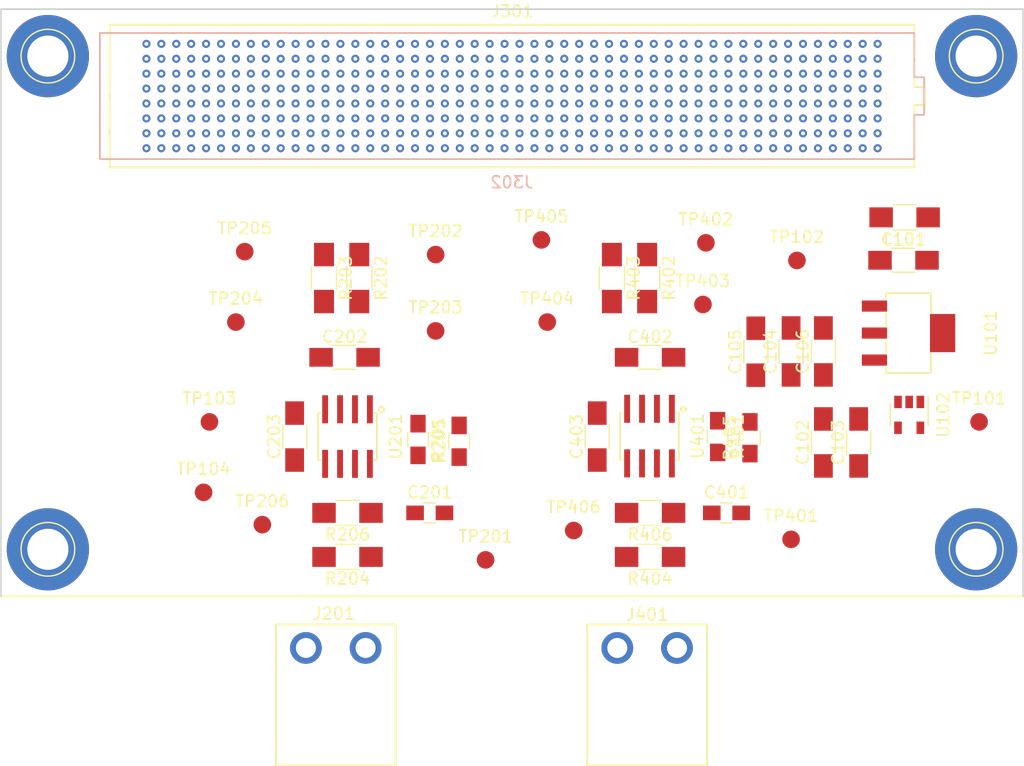
<source format=kicad_pcb>
(kicad_pcb (version 4) (host pcbnew 4.0.7)
  (layers (0 F.Cu signal) (31 B.Cu signal) (34 B.Paste user) (35 F.Paste user) (36 B.SilkS user) (37 F.SilkS user) (38 B.Mask user) (39 F.Mask user) (44 Edge.Cuts user))
  (net 0 "")
  (net 1 "Net-(J301-PadA50)")
  (net 2 "Net-(J301-PadA49)")
  (net 3 "Net-(J301-PadA48)")
  (net 4 "Net-(J301-PadA47)")
  (net 5 "Net-(J301-PadA46)")
  (net 6 "Net-(J301-PadA45)")
  (net 7 "Net-(J301-PadA44)")
  (net 8 "Net-(J301-PadA42)")
  (net 9 "Net-(J301-PadA41)")
  (net 10 "Net-(J301-PadA39)")
  (net 11 "Net-(J301-PadA38)")
  (net 12 "Net-(J301-PadA36)")
  (net 13 "Net-(J301-PadA35)")
  (net 14 "Net-(J301-PadA34)")
  (net 15 "Net-(J301-PadA33)")
  (net 16 "Net-(J301-PadA32)")
  (net 17 "Net-(J301-PadA31)")
  (net 18 "Net-(J301-PadA30)")
  (net 19 "Net-(J301-PadA29)")
  (net 20 "Net-(J301-PadA27)")
  (net 21 "Net-(J301-PadA26)")
  (net 22 "Net-(J301-PadA25)")
  (net 23 "Net-(J301-PadA24)")
  (net 24 "Net-(J301-PadA23)")
  (net 25 "Net-(J301-PadA22)")
  (net 26 "Net-(J301-PadA21)")
  (net 27 "Net-(J301-PadA20)")
  (net 28 "Net-(J301-PadA19)")
  (net 29 "Net-(J301-PadA18)")
  (net 30 "Net-(J301-PadA17)")
  (net 31 "Net-(J301-PadA16)")
  (net 32 "Net-(J301-PadA15)")
  (net 33 "Net-(J301-PadA14)")
  (net 34 "Net-(J301-PadA13)")
  (net 35 "Net-(J301-PadA12)")
  (net 36 "Net-(J301-PadA11)")
  (net 37 "Net-(J301-PadA10)")
  (net 38 "Net-(J301-PadA9)")
  (net 39 "Net-(J301-PadA8)")
  (net 40 "Net-(J301-PadA7)")
  (net 41 "Net-(J301-PadA6)")
  (net 42 "Net-(J301-PadA5)")
  (net 43 "Net-(J301-PadB50)")
  (net 44 "Net-(J301-PadB49)")
  (net 45 "Net-(J301-PadB48)")
  (net 46 "Net-(J301-PadB46)")
  (net 47 "Net-(J301-PadB45)")
  (net 48 "Net-(J301-PadB43)")
  (net 49 "Net-(J301-PadB42)")
  (net 50 "Net-(J301-PadB40)")
  (net 51 "Net-(J301-PadB39)")
  (net 52 "Net-(J301-PadB37)")
  (net 53 "Net-(J301-PadB36)")
  (net 54 "Net-(J301-PadB35)")
  (net 55 "Net-(J301-PadB34)")
  (net 56 "Net-(J301-PadB33)")
  (net 57 "Net-(J301-PadB32)")
  (net 58 "Net-(J301-PadB30)")
  (net 59 "Net-(J301-PadB29)")
  (net 60 "Net-(J301-PadB28)")
  (net 61 "Net-(J301-PadB27)")
  (net 62 "Net-(J301-PadB26)")
  (net 63 "Net-(J301-PadB25)")
  (net 64 "Net-(J301-PadB24)")
  (net 65 "Net-(J301-PadB23)")
  (net 66 "Net-(J301-PadB22)")
  (net 67 "Net-(J301-PadB21)")
  (net 68 "Net-(J301-PadB20)")
  (net 69 "Net-(J301-PadB19)")
  (net 70 "Net-(J301-PadB18)")
  (net 71 "Net-(J301-PadB17)")
  (net 72 "Net-(J301-PadB16)")
  (net 73 "Net-(J301-PadB15)")
  (net 74 "Net-(J301-PadB13)")
  (net 75 "Net-(J301-PadB12)")
  (net 76 "Net-(J301-PadB11)")
  (net 77 "Net-(J301-PadB10)")
  (net 78 "Net-(J301-PadB9)")
  (net 79 "Net-(J301-PadB8)")
  (net 80 "Net-(J301-PadB7)")
  (net 81 "Net-(J301-PadB6)")
  (net 82 "Net-(J301-PadB5)")
  (net 83 "Net-(J301-PadC50)")
  (net 84 "Net-(J301-PadC49)")
  (net 85 "Net-(J301-PadC48)")
  (net 86 "Net-(J301-PadC47)")
  (net 87 "Net-(J301-PadC46)")
  (net 88 "Net-(J301-PadC44)")
  (net 89 "Net-(J301-PadC43)")
  (net 90 "Net-(J301-PadC41)")
  (net 91 "Net-(J301-PadC40)")
  (net 92 "Net-(J301-PadC38)")
  (net 93 "Net-(J301-PadC37)")
  (net 94 "Net-(J301-PadC35)")
  (net 95 "Net-(J301-PadC34)")
  (net 96 "Net-(J301-PadC32)")
  (net 97 "Net-(J301-PadC31)")
  (net 98 "Net-(J301-PadC29)")
  (net 99 "Net-(J301-PadC28)")
  (net 100 "Net-(J301-PadC26)")
  (net 101 "Net-(J301-PadC25)")
  (net 102 "Net-(J301-PadC23)")
  (net 103 "Net-(J301-PadC22)")
  (net 104 "Net-(J301-PadC20)")
  (net 105 "Net-(J301-PadC19)")
  (net 106 "Net-(J301-PadC17)")
  (net 107 "Net-(J301-PadC16)")
  (net 108 "Net-(J301-PadC15)")
  (net 109 "Net-(J301-PadC14)")
  (net 110 "Net-(J301-PadC13)")
  (net 111 "Net-(J301-PadC12)")
  (net 112 "Net-(J301-PadC11)")
  (net 113 "Net-(J301-PadC10)")
  (net 114 "Net-(J301-PadC9)")
  (net 115 "Net-(J301-PadC8)")
  (net 116 "Net-(J301-PadC7)")
  (net 117 "Net-(J301-PadC6)")
  (net 118 "Net-(J301-PadC5)")
  (net 119 "Net-(J301-PadD50)")
  (net 120 "Net-(J301-PadD49)")
  (net 121 "Net-(J301-PadD48)")
  (net 122 "Net-(J301-PadD47)")
  (net 123 "Net-(J301-PadD46)")
  (net 124 "Net-(J301-PadD45)")
  (net 125 "Net-(J301-PadD43)")
  (net 126 "Net-(J301-PadD42)")
  (net 127 "Net-(J301-PadD40)")
  (net 128 "Net-(J301-PadD39)")
  (net 129 "Net-(J301-PadD37)")
  (net 130 "Net-(J301-PadD36)")
  (net 131 "Net-(J301-PadD34)")
  (net 132 "Net-(J301-PadD33)")
  (net 133 "Net-(J301-PadD31)")
  (net 134 "Net-(J301-PadD30)")
  (net 135 "Net-(J301-PadD28)")
  (net 136 "Net-(J301-PadD27)")
  (net 137 "Net-(J301-PadD25)")
  (net 138 "Net-(J301-PadD24)")
  (net 139 "Net-(J301-PadD22)")
  (net 140 "Net-(J301-PadD21)")
  (net 141 "Net-(J301-PadD16)")
  (net 142 "Net-(J301-PadD15)")
  (net 143 "Net-(J301-PadD14)")
  (net 144 "Net-(J301-PadD13)")
  (net 145 "Net-(J301-PadD12)")
  (net 146 "Net-(J301-PadD11)")
  (net 147 "Net-(J301-PadD10)")
  (net 148 "Net-(J301-PadD9)")
  (net 149 "Net-(J301-PadD8)")
  (net 150 "Net-(J301-PadD7)")
  (net 151 "Net-(J301-PadD6)")
  (net 152 "Net-(J301-PadD5)")
  (net 153 "Net-(J301-PadD4)")
  (net 154 "Net-(J301-PadD3)")
  (net 155 "Net-(J301-PadD2)")
  (net 156 "Net-(J301-PadD1)")
  (net 157 "Net-(J301-PadE50)")
  (net 158 "Net-(J301-PadE49)")
  (net 159 "Net-(J301-PadE48)")
  (net 160 "Net-(J301-PadE47)")
  (net 161 "Net-(J301-PadE45)")
  (net 162 "Net-(J301-PadE44)")
  (net 163 "Net-(J301-PadE42)")
  (net 164 "Net-(J301-PadE41)")
  (net 165 "Net-(J301-PadE39)")
  (net 166 "Net-(J301-PadE38)")
  (net 167 "Net-(J301-PadE36)")
  (net 168 "Net-(J301-PadE35)")
  (net 169 "Net-(J301-PadE33)")
  (net 170 "Net-(J301-PadE32)")
  (net 171 "Net-(J301-PadE30)")
  (net 172 "Net-(J301-PadE29)")
  (net 173 "Net-(J301-PadE27)")
  (net 174 "Net-(J301-PadE26)")
  (net 175 "Net-(J301-PadE24)")
  (net 176 "Net-(J301-PadE23)")
  (net 177 "Net-(J301-PadE21)")
  (net 178 "Net-(J301-PadE20)")
  (net 179 "Net-(J301-PadE18)")
  (net 180 "Net-(J301-PadE17)")
  (net 181 "Net-(J301-PadE16)")
  (net 182 "Net-(J301-PadE15)")
  (net 183 "Net-(J301-PadE14)")
  (net 184 "Net-(J301-PadE13)")
  (net 185 "Net-(J301-PadE12)")
  (net 186 "Net-(J301-PadE11)")
  (net 187 "Net-(J301-PadE10)")
  (net 188 "Net-(J301-PadE9)")
  (net 189 "Net-(J301-PadE8)")
  (net 190 "Net-(J301-PadE7)")
  (net 191 "Net-(J301-PadE6)")
  (net 192 "Net-(J301-PadE5)")
  (net 193 "Net-(J301-PadE4)")
  (net 194 "Net-(J301-PadE3)")
  (net 195 "Net-(J301-PadE2)")
  (net 196 "Net-(J301-PadE1)")
  (net 197 "Net-(J301-PadF50)")
  (net 198 "Net-(J301-PadF48)")
  (net 199 "Net-(J301-PadF47)")
  (net 200 "Net-(J301-PadF46)")
  (net 201 "Net-(J301-PadF44)")
  (net 202 "Net-(J301-PadF43)")
  (net 203 "Net-(J301-PadF41)")
  (net 204 "Net-(J301-PadF40)")
  (net 205 "Net-(J301-PadF38)")
  (net 206 "Net-(J301-PadF37)")
  (net 207 "Net-(J301-PadF35)")
  (net 208 "Net-(J301-PadF34)")
  (net 209 "Net-(J301-PadF32)")
  (net 210 "Net-(J301-PadF31)")
  (net 211 "Net-(J301-PadF29)")
  (net 212 "Net-(J301-PadF28)")
  (net 213 "Net-(J301-PadF26)")
  (net 214 "Net-(J301-PadF25)")
  (net 215 "Net-(J301-PadF23)")
  (net 216 "Net-(J301-PadF22)")
  (net 217 "Net-(J301-PadF20)")
  (net 218 "Net-(J301-PadF19)")
  (net 219 "Net-(J301-PadF18)")
  (net 220 "Net-(J301-PadF17)")
  (net 221 "Net-(J301-PadF16)")
  (net 222 "Net-(J301-PadF14)")
  (net 223 "Net-(J301-PadF13)")
  (net 224 "Net-(J301-PadF12)")
  (net 225 "Net-(J301-PadF11)")
  (net 226 "Net-(J301-PadF9)")
  (net 227 "Net-(J301-PadF8)")
  (net 228 "Net-(J301-PadF7)")
  (net 229 "Net-(J301-PadF6)")
  (net 230 "Net-(J301-PadF5)")
  (net 231 "Net-(J301-PadF4)")
  (net 232 "Net-(J301-PadF3)")
  (net 233 "Net-(J301-PadF2)")
  (net 234 "Net-(J301-PadF1)")
  (net 235 "Net-(J301-PadG49)")
  (net 236 "Net-(J301-PadG48)")
  (net 237 "Net-(J301-PadG46)")
  (net 238 "Net-(J301-PadG45)")
  (net 239 "Net-(J301-PadG43)")
  (net 240 "Net-(J301-PadG42)")
  (net 241 "Net-(J301-PadG40)")
  (net 242 "Net-(J301-PadG39)")
  (net 243 "Net-(J301-PadG37)")
  (net 244 "Net-(J301-PadG36)")
  (net 245 "Net-(J301-PadG34)")
  (net 246 "Net-(J301-PadG33)")
  (net 247 "Net-(J301-PadG31)")
  (net 248 "Net-(J301-PadG30)")
  (net 249 "Net-(J301-PadG28)")
  (net 250 "Net-(J301-PadG27)")
  (net 251 "Net-(J301-PadG25)")
  (net 252 "Net-(J301-PadG24)")
  (net 253 "Net-(J301-PadG22)")
  (net 254 "Net-(J301-PadG21)")
  (net 255 "Net-(J301-PadG19)")
  (net 256 "Net-(J301-PadG18)")
  (net 257 "Net-(J301-PadG16)")
  (net 258 "Net-(J301-PadG15)")
  (net 259 "Net-(J301-PadG14)")
  (net 260 "Net-(J301-PadG13)")
  (net 261 "Net-(J301-PadG12)")
  (net 262 "Net-(J301-PadG11)")
  (net 263 "Net-(J301-PadG10)")
  (net 264 "Net-(J301-PadG9)")
  (net 265 "Net-(J301-PadG8)")
  (net 266 "Net-(J301-PadG7)")
  (net 267 "Net-(J301-PadG6)")
  (net 268 "Net-(J301-PadG5)")
  (net 269 "Net-(J301-PadG4)")
  (net 270 "Net-(J301-PadG2)")
  (net 271 "Net-(J301-PadG1)")
  (net 272 "Net-(J301-PadH50)")
  (net 273 "Net-(J301-PadH48)")
  (net 274 "Net-(J301-PadH47)")
  (net 275 "Net-(J301-PadH45)")
  (net 276 "Net-(J301-PadH44)")
  (net 277 "Net-(J301-PadH42)")
  (net 278 "Net-(J301-PadH41)")
  (net 279 "Net-(J301-PadH39)")
  (net 280 "Net-(J301-PadH38)")
  (net 281 "Net-(J301-PadH36)")
  (net 282 "Net-(J301-PadH35)")
  (net 283 "Net-(J301-PadH33)")
  (net 284 "Net-(J301-PadH32)")
  (net 285 "Net-(J301-PadH30)")
  (net 286 "Net-(J301-PadH29)")
  (net 287 "Net-(J301-PadH27)")
  (net 288 "Net-(J301-PadH26)")
  (net 289 "Net-(J301-PadH24)")
  (net 290 "Net-(J301-PadH23)")
  (net 291 "Net-(J301-PadH21)")
  (net 292 "Net-(J301-PadH20)")
  (net 293 "Net-(J301-PadH18)")
  (net 294 "Net-(J301-PadH17)")
  (net 295 "Net-(J301-PadH16)")
  (net 296 "Net-(J301-PadH15)")
  (net 297 "Net-(J301-PadH14)")
  (net 298 "Net-(J301-PadH13)")
  (net 299 "Net-(J301-PadH12)")
  (net 300 "Net-(J301-PadH11)")
  (net 301 "Net-(J301-PadH10)")
  (net 302 "Net-(J301-PadH9)")
  (net 303 "Net-(J301-PadH8)")
  (net 304 "Net-(J301-PadH7)")
  (net 305 "Net-(J301-PadH6)")
  (net 306 "Net-(J301-PadH5)")
  (net 307 "Net-(J301-PadH4)")
  (net 308 "Net-(J301-PadH3)")
  (net 309 "Net-(J301-PadH2)")
  (net 310 "Net-(J301-PadH1)")
  (net 311 "Net-(C201-Pad1)")
  (net 312 GND)
  (net 313 +3V3)
  (net 314 +5V)
  (net 315 /CONNECTOR/CAN0_RX)
  (net 316 /CONNECTOR/CAN0_TX)
  (net 317 "Net-(C101-Pad1)")
  (net 318 "Net-(C401-Pad1)")
  (net 319 "Net-(J201-Pad1)")
  (net 320 "Net-(J201-Pad2)")
  (net 321 /CONNECTOR/VSUPPLY)
  (net 322 /CONNECTOR/CAN1_TX)
  (net 323 /CONNECTOR/CAN1_RX)
  (net 324 "Net-(J401-Pad1)")
  (net 325 "Net-(J401-Pad2)")
  (net 326 "Net-(R201-Pad2)")
  (net 327 "Net-(R202-Pad2)")
  (net 328 "Net-(R203-Pad2)")
  (net 329 "Net-(R401-Pad2)")
  (net 330 "Net-(R402-Pad2)")
  (net 331 "Net-(R403-Pad2)")
  (net 332 "Net-(J301-PadA43)")
  (net 333 "Net-(J301-PadA40)")
  (net 334 "Net-(J301-PadA37)")
  (net 335 "Net-(J301-PadA28)")
  (net 336 "Net-(J301-PadB47)")
  (net 337 "Net-(J301-PadB44)")
  (net 338 "Net-(J301-PadB41)")
  (net 339 "Net-(J301-PadB38)")
  (net 340 "Net-(J301-PadB31)")
  (net 341 "Net-(J301-PadB14)")
  (net 342 "Net-(J301-PadC45)")
  (net 343 "Net-(J301-PadC42)")
  (net 344 "Net-(J301-PadC39)")
  (net 345 "Net-(J301-PadC36)")
  (net 346 "Net-(J301-PadC33)")
  (net 347 "Net-(J301-PadC30)")
  (net 348 "Net-(J301-PadC27)")
  (net 349 "Net-(J301-PadC24)")
  (net 350 "Net-(J301-PadC21)")
  (net 351 "Net-(J301-PadC3)")
  (net 352 "Net-(J301-PadD44)")
  (net 353 "Net-(J301-PadD41)")
  (net 354 "Net-(J301-PadD38)")
  (net 355 "Net-(J301-PadD35)")
  (net 356 "Net-(J301-PadD32)")
  (net 357 "Net-(J301-PadD29)")
  (net 358 "Net-(J301-PadD26)")
  (net 359 "Net-(J301-PadD23)")
  (net 360 "Net-(J301-PadD20)")
  (net 361 "Net-(J301-PadE46)")
  (net 362 "Net-(J301-PadE43)")
  (net 363 "Net-(J301-PadE40)")
  (net 364 "Net-(J301-PadE37)")
  (net 365 "Net-(J301-PadE34)")
  (net 366 "Net-(J301-PadE31)")
  (net 367 "Net-(J301-PadE28)")
  (net 368 "Net-(J301-PadE25)")
  (net 369 "Net-(J301-PadE22)")
  (net 370 "Net-(J301-PadE19)")
  (net 371 "Net-(J301-PadF49)")
  (net 372 "Net-(J301-PadF45)")
  (net 373 "Net-(J301-PadF42)")
  (net 374 "Net-(J301-PadF39)")
  (net 375 "Net-(J301-PadF36)")
  (net 376 "Net-(J301-PadF33)")
  (net 377 "Net-(J301-PadF30)")
  (net 378 "Net-(J301-PadF27)")
  (net 379 "Net-(J301-PadF24)")
  (net 380 "Net-(J301-PadF21)")
  (net 381 "Net-(J301-PadF15)")
  (net 382 "Net-(J301-PadF10)")
  (net 383 "Net-(J301-PadG50)")
  (net 384 "Net-(J301-PadG47)")
  (net 385 "Net-(J301-PadG44)")
  (net 386 "Net-(J301-PadG41)")
  (net 387 "Net-(J301-PadG38)")
  (net 388 "Net-(J301-PadG35)")
  (net 389 "Net-(J301-PadG32)")
  (net 390 "Net-(J301-PadG29)")
  (net 391 "Net-(J301-PadG26)")
  (net 392 "Net-(J301-PadG23)")
  (net 393 "Net-(J301-PadG20)")
  (net 394 "Net-(J301-PadG17)")
  (net 395 "Net-(J301-PadG3)")
  (net 396 "Net-(J301-PadH49)")
  (net 397 "Net-(J301-PadH46)")
  (net 398 "Net-(J301-PadH43)")
  (net 399 "Net-(J301-PadH40)")
  (net 400 "Net-(J301-PadH37)")
  (net 401 "Net-(J301-PadH34)")
  (net 402 "Net-(J301-PadH31)")
  (net 403 "Net-(J301-PadH28)")
  (net 404 "Net-(J301-PadH25)")
  (net 405 "Net-(J301-PadH22)")
  (net 406 "Net-(J301-PadH19)")
  (module Connect:1pin (layer F.Cu) (at 139.5 138.6)
    (fp_text reference REF** hide)
    (fp_text value 1pin)
    (pad 1 thru_hole circle (at 0 0) (size 7 7) (drill 3.5) (layers *.Cu *.Mask))
  )
  (module Connect:1pin (layer F.Cu) (at 60.5 138.6)
    (fp_text reference REF** hide)
    (fp_text value 1pin)
    (pad 1 thru_hole circle (at 0 0) (size 7 7) (drill 3.5) (layers *.Cu *.Mask))
  )
  (module Connect:1pin (layer F.Cu) (at 139.5 96.6)
    (fp_text reference REF** hide)
    (fp_text value 1pin)
    (pad 1 thru_hole circle (at 0 0) (size 7 7) (drill 3.5) (layers *.Cu *.Mask))
  )
  (module breakout:SEAM-50-02.0-S-08-2-A-K-TR (layer F.Cu) (at 100 100)
    (fp_text reference J301 (at 0.01758 -7.2138) (layer F.SilkS))
    (fp_text value SEAM-50-02.0-S-08-2-A-K-TR-ND)
    (pad A50 smd circle (at -31.115 -4.445) (size 0.64 0.64) (layers F.Cu F.Paste F.Mask) (net 1 "Net-(J301-PadA50)"))
    (pad A49 smd circle (at -29.845 -4.445) (size 0.64 0.64) (layers F.Cu F.Paste F.Mask) (net 2 "Net-(J301-PadA49)"))
    (pad A48 smd circle (at -28.575 -4.445) (size 0.64 0.64) (layers F.Cu F.Paste F.Mask) (net 3 "Net-(J301-PadA48)"))
    (pad A47 smd circle (at -27.305 -4.445) (size 0.64 0.64) (layers F.Cu F.Paste F.Mask) (net 4 "Net-(J301-PadA47)"))
    (pad A46 smd circle (at -26.035 -4.445) (size 0.64 0.64) (layers F.Cu F.Paste F.Mask) (net 5 "Net-(J301-PadA46)"))
    (pad A45 smd circle (at -24.765 -4.445) (size 0.64 0.64) (layers F.Cu F.Paste F.Mask) (net 6 "Net-(J301-PadA45)"))
    (pad A44 smd circle (at -23.495 -4.445) (size 0.64 0.64) (layers F.Cu F.Paste F.Mask) (net 7 "Net-(J301-PadA44)"))
    (pad A43 smd circle (at -22.225 -4.445) (size 0.64 0.64) (layers F.Cu F.Paste F.Mask) (net 332 "Net-(J301-PadA43)"))
    (pad A42 smd circle (at -20.955 -4.445) (size 0.64 0.64) (layers F.Cu F.Paste F.Mask) (net 8 "Net-(J301-PadA42)"))
    (pad A41 smd circle (at -19.685 -4.445) (size 0.64 0.64) (layers F.Cu F.Paste F.Mask) (net 9 "Net-(J301-PadA41)"))
    (pad A40 smd circle (at -18.415 -4.445) (size 0.64 0.64) (layers F.Cu F.Paste F.Mask) (net 333 "Net-(J301-PadA40)"))
    (pad A39 smd circle (at -17.145 -4.445) (size 0.64 0.64) (layers F.Cu F.Paste F.Mask) (net 10 "Net-(J301-PadA39)"))
    (pad A38 smd circle (at -15.875 -4.445) (size 0.64 0.64) (layers F.Cu F.Paste F.Mask) (net 11 "Net-(J301-PadA38)"))
    (pad A37 smd circle (at -14.605 -4.445) (size 0.64 0.64) (layers F.Cu F.Paste F.Mask) (net 334 "Net-(J301-PadA37)"))
    (pad A36 smd circle (at -13.335 -4.445) (size 0.64 0.64) (layers F.Cu F.Paste F.Mask) (net 12 "Net-(J301-PadA36)"))
    (pad A35 smd circle (at -12.065 -4.445) (size 0.64 0.64) (layers F.Cu F.Paste F.Mask) (net 13 "Net-(J301-PadA35)"))
    (pad A34 smd circle (at -10.795 -4.445) (size 0.64 0.64) (layers F.Cu F.Paste F.Mask) (net 14 "Net-(J301-PadA34)"))
    (pad A33 smd circle (at -9.525 -4.445) (size 0.64 0.64) (layers F.Cu F.Paste F.Mask) (net 15 "Net-(J301-PadA33)"))
    (pad A32 smd circle (at -8.255 -4.445) (size 0.64 0.64) (layers F.Cu F.Paste F.Mask) (net 16 "Net-(J301-PadA32)"))
    (pad A31 smd circle (at -6.985 -4.445) (size 0.64 0.64) (layers F.Cu F.Paste F.Mask) (net 17 "Net-(J301-PadA31)"))
    (pad A30 smd circle (at -5.715 -4.445) (size 0.64 0.64) (layers F.Cu F.Paste F.Mask) (net 18 "Net-(J301-PadA30)"))
    (pad A29 smd circle (at -4.445 -4.445) (size 0.64 0.64) (layers F.Cu F.Paste F.Mask) (net 19 "Net-(J301-PadA29)"))
    (pad A28 smd circle (at -3.175 -4.445) (size 0.64 0.64) (layers F.Cu F.Paste F.Mask) (net 335 "Net-(J301-PadA28)"))
    (pad A27 smd circle (at -1.905 -4.445) (size 0.64 0.64) (layers F.Cu F.Paste F.Mask) (net 20 "Net-(J301-PadA27)"))
    (pad A26 smd circle (at -0.635 -4.445) (size 0.64 0.64) (layers F.Cu F.Paste F.Mask) (net 21 "Net-(J301-PadA26)"))
    (pad A25 smd circle (at 0.635 -4.445) (size 0.64 0.64) (layers F.Cu F.Paste F.Mask) (net 22 "Net-(J301-PadA25)"))
    (pad A24 smd circle (at 1.905 -4.445) (size 0.64 0.64) (layers F.Cu F.Paste F.Mask) (net 23 "Net-(J301-PadA24)"))
    (pad A23 smd circle (at 3.175 -4.445) (size 0.64 0.64) (layers F.Cu F.Paste F.Mask) (net 24 "Net-(J301-PadA23)"))
    (pad A22 smd circle (at 4.445 -4.445) (size 0.64 0.64) (layers F.Cu F.Paste F.Mask) (net 25 "Net-(J301-PadA22)"))
    (pad A21 smd circle (at 5.715 -4.445) (size 0.64 0.64) (layers F.Cu F.Paste F.Mask) (net 26 "Net-(J301-PadA21)"))
    (pad A20 smd circle (at 6.985 -4.445) (size 0.64 0.64) (layers F.Cu F.Paste F.Mask) (net 27 "Net-(J301-PadA20)"))
    (pad A19 smd circle (at 8.255 -4.445) (size 0.64 0.64) (layers F.Cu F.Paste F.Mask) (net 28 "Net-(J301-PadA19)"))
    (pad A18 smd circle (at 9.525 -4.445) (size 0.64 0.64) (layers F.Cu F.Paste F.Mask) (net 29 "Net-(J301-PadA18)"))
    (pad A17 smd circle (at 10.795 -4.445) (size 0.64 0.64) (layers F.Cu F.Paste F.Mask) (net 30 "Net-(J301-PadA17)"))
    (pad A16 smd circle (at 12.065 -4.445) (size 0.64 0.64) (layers F.Cu F.Paste F.Mask) (net 31 "Net-(J301-PadA16)"))
    (pad A15 smd circle (at 13.335 -4.445) (size 0.64 0.64) (layers F.Cu F.Paste F.Mask) (net 32 "Net-(J301-PadA15)"))
    (pad A14 smd circle (at 14.605 -4.445) (size 0.64 0.64) (layers F.Cu F.Paste F.Mask) (net 33 "Net-(J301-PadA14)"))
    (pad A13 smd circle (at 15.875 -4.445) (size 0.64 0.64) (layers F.Cu F.Paste F.Mask) (net 34 "Net-(J301-PadA13)"))
    (pad A12 smd circle (at 17.145 -4.445) (size 0.64 0.64) (layers F.Cu F.Paste F.Mask) (net 35 "Net-(J301-PadA12)"))
    (pad A11 smd circle (at 18.415 -4.445) (size 0.64 0.64) (layers F.Cu F.Paste F.Mask) (net 36 "Net-(J301-PadA11)"))
    (pad A10 smd circle (at 19.685 -4.445) (size 0.64 0.64) (layers F.Cu F.Paste F.Mask) (net 37 "Net-(J301-PadA10)"))
    (pad A9 smd circle (at 20.955 -4.445) (size 0.64 0.64) (layers F.Cu F.Paste F.Mask) (net 38 "Net-(J301-PadA9)"))
    (pad A8 smd circle (at 22.225 -4.445) (size 0.64 0.64) (layers F.Cu F.Paste F.Mask) (net 39 "Net-(J301-PadA8)"))
    (pad A7 smd circle (at 23.495 -4.445) (size 0.64 0.64) (layers F.Cu F.Paste F.Mask) (net 40 "Net-(J301-PadA7)"))
    (pad A6 smd circle (at 24.765 -4.445) (size 0.64 0.64) (layers F.Cu F.Paste F.Mask) (net 41 "Net-(J301-PadA6)"))
    (pad A5 smd circle (at 26.035 -4.445) (size 0.64 0.64) (layers F.Cu F.Paste F.Mask) (net 42 "Net-(J301-PadA5)"))
    (pad A4 smd circle (at 27.305 -4.445) (size 0.64 0.64) (layers F.Cu F.Paste F.Mask) (net 312 GND))
    (pad A3 smd circle (at 28.575 -4.445) (size 0.64 0.64) (layers F.Cu F.Paste F.Mask) (net 312 GND))
    (pad A2 smd circle (at 29.845 -4.445) (size 0.64 0.64) (layers F.Cu F.Paste F.Mask) (net 321 /CONNECTOR/VSUPPLY))
    (pad A1 smd circle (at 31.115 -4.445) (size 0.64 0.64) (layers F.Cu F.Paste F.Mask) (net 321 /CONNECTOR/VSUPPLY))
    (pad B50 smd circle (at -31.115 -3.175) (size 0.64 0.64) (layers F.Cu F.Paste F.Mask) (net 43 "Net-(J301-PadB50)"))
    (pad B49 smd circle (at -29.845 -3.175) (size 0.64 0.64) (layers F.Cu F.Paste F.Mask) (net 44 "Net-(J301-PadB49)"))
    (pad B48 smd circle (at -28.575 -3.175) (size 0.64 0.64) (layers F.Cu F.Paste F.Mask) (net 45 "Net-(J301-PadB48)"))
    (pad B47 smd circle (at -27.305 -3.175) (size 0.64 0.64) (layers F.Cu F.Paste F.Mask) (net 336 "Net-(J301-PadB47)"))
    (pad B46 smd circle (at -26.035 -3.175) (size 0.64 0.64) (layers F.Cu F.Paste F.Mask) (net 46 "Net-(J301-PadB46)"))
    (pad B45 smd circle (at -24.765 -3.175) (size 0.64 0.64) (layers F.Cu F.Paste F.Mask) (net 47 "Net-(J301-PadB45)"))
    (pad B44 smd circle (at -23.495 -3.175) (size 0.64 0.64) (layers F.Cu F.Paste F.Mask) (net 337 "Net-(J301-PadB44)"))
    (pad B43 smd circle (at -22.225 -3.175) (size 0.64 0.64) (layers F.Cu F.Paste F.Mask) (net 48 "Net-(J301-PadB43)"))
    (pad B42 smd circle (at -20.955 -3.175) (size 0.64 0.64) (layers F.Cu F.Paste F.Mask) (net 49 "Net-(J301-PadB42)"))
    (pad B41 smd circle (at -19.685 -3.175) (size 0.64 0.64) (layers F.Cu F.Paste F.Mask) (net 338 "Net-(J301-PadB41)"))
    (pad B40 smd circle (at -18.415 -3.175) (size 0.64 0.64) (layers F.Cu F.Paste F.Mask) (net 50 "Net-(J301-PadB40)"))
    (pad B39 smd circle (at -17.145 -3.175) (size 0.64 0.64) (layers F.Cu F.Paste F.Mask) (net 51 "Net-(J301-PadB39)"))
    (pad B38 smd circle (at -15.875 -3.175) (size 0.64 0.64) (layers F.Cu F.Paste F.Mask) (net 339 "Net-(J301-PadB38)"))
    (pad B37 smd circle (at -14.605 -3.175) (size 0.64 0.64) (layers F.Cu F.Paste F.Mask) (net 52 "Net-(J301-PadB37)"))
    (pad B36 smd circle (at -13.335 -3.175) (size 0.64 0.64) (layers F.Cu F.Paste F.Mask) (net 53 "Net-(J301-PadB36)"))
    (pad B35 smd circle (at -12.065 -3.175) (size 0.64 0.64) (layers F.Cu F.Paste F.Mask) (net 54 "Net-(J301-PadB35)"))
    (pad B34 smd circle (at -10.795 -3.175) (size 0.64 0.64) (layers F.Cu F.Paste F.Mask) (net 55 "Net-(J301-PadB34)"))
    (pad B33 smd circle (at -9.525 -3.175) (size 0.64 0.64) (layers F.Cu F.Paste F.Mask) (net 56 "Net-(J301-PadB33)"))
    (pad B32 smd circle (at -8.255 -3.175) (size 0.64 0.64) (layers F.Cu F.Paste F.Mask) (net 57 "Net-(J301-PadB32)"))
    (pad B31 smd circle (at -6.985 -3.175) (size 0.64 0.64) (layers F.Cu F.Paste F.Mask) (net 340 "Net-(J301-PadB31)"))
    (pad B30 smd circle (at -5.715 -3.175) (size 0.64 0.64) (layers F.Cu F.Paste F.Mask) (net 58 "Net-(J301-PadB30)"))
    (pad B29 smd circle (at -4.445 -3.175) (size 0.64 0.64) (layers F.Cu F.Paste F.Mask) (net 59 "Net-(J301-PadB29)"))
    (pad B28 smd circle (at -3.175 -3.175) (size 0.64 0.64) (layers F.Cu F.Paste F.Mask) (net 60 "Net-(J301-PadB28)"))
    (pad B27 smd circle (at -1.905 -3.175) (size 0.64 0.64) (layers F.Cu F.Paste F.Mask) (net 61 "Net-(J301-PadB27)"))
    (pad B26 smd circle (at -0.635 -3.175) (size 0.64 0.64) (layers F.Cu F.Paste F.Mask) (net 62 "Net-(J301-PadB26)"))
    (pad B25 smd circle (at 0.635 -3.175) (size 0.64 0.64) (layers F.Cu F.Paste F.Mask) (net 63 "Net-(J301-PadB25)"))
    (pad B24 smd circle (at 1.905 -3.175) (size 0.64 0.64) (layers F.Cu F.Paste F.Mask) (net 64 "Net-(J301-PadB24)"))
    (pad B23 smd circle (at 3.175 -3.175) (size 0.64 0.64) (layers F.Cu F.Paste F.Mask) (net 65 "Net-(J301-PadB23)"))
    (pad B22 smd circle (at 4.445 -3.175) (size 0.64 0.64) (layers F.Cu F.Paste F.Mask) (net 66 "Net-(J301-PadB22)"))
    (pad B21 smd circle (at 5.715 -3.175) (size 0.64 0.64) (layers F.Cu F.Paste F.Mask) (net 67 "Net-(J301-PadB21)"))
    (pad B20 smd circle (at 6.985 -3.175) (size 0.64 0.64) (layers F.Cu F.Paste F.Mask) (net 68 "Net-(J301-PadB20)"))
    (pad B19 smd circle (at 8.255 -3.175) (size 0.64 0.64) (layers F.Cu F.Paste F.Mask) (net 69 "Net-(J301-PadB19)"))
    (pad B18 smd circle (at 9.525 -3.175) (size 0.64 0.64) (layers F.Cu F.Paste F.Mask) (net 70 "Net-(J301-PadB18)"))
    (pad B17 smd circle (at 10.795 -3.175) (size 0.64 0.64) (layers F.Cu F.Paste F.Mask) (net 71 "Net-(J301-PadB17)"))
    (pad B16 smd circle (at 12.065 -3.175) (size 0.64 0.64) (layers F.Cu F.Paste F.Mask) (net 72 "Net-(J301-PadB16)"))
    (pad B15 smd circle (at 13.335 -3.175) (size 0.64 0.64) (layers F.Cu F.Paste F.Mask) (net 73 "Net-(J301-PadB15)"))
    (pad B14 smd circle (at 14.605 -3.175) (size 0.64 0.64) (layers F.Cu F.Paste F.Mask) (net 341 "Net-(J301-PadB14)"))
    (pad B13 smd circle (at 15.875 -3.175) (size 0.64 0.64) (layers F.Cu F.Paste F.Mask) (net 74 "Net-(J301-PadB13)"))
    (pad B12 smd circle (at 17.145 -3.175) (size 0.64 0.64) (layers F.Cu F.Paste F.Mask) (net 75 "Net-(J301-PadB12)"))
    (pad B11 smd circle (at 18.415 -3.175) (size 0.64 0.64) (layers F.Cu F.Paste F.Mask) (net 76 "Net-(J301-PadB11)"))
    (pad B10 smd circle (at 19.685 -3.175) (size 0.64 0.64) (layers F.Cu F.Paste F.Mask) (net 77 "Net-(J301-PadB10)"))
    (pad B9 smd circle (at 20.955 -3.175) (size 0.64 0.64) (layers F.Cu F.Paste F.Mask) (net 78 "Net-(J301-PadB9)"))
    (pad B8 smd circle (at 22.225 -3.175) (size 0.64 0.64) (layers F.Cu F.Paste F.Mask) (net 79 "Net-(J301-PadB8)"))
    (pad B7 smd circle (at 23.495 -3.175) (size 0.64 0.64) (layers F.Cu F.Paste F.Mask) (net 80 "Net-(J301-PadB7)"))
    (pad B6 smd circle (at 24.765 -3.175) (size 0.64 0.64) (layers F.Cu F.Paste F.Mask) (net 81 "Net-(J301-PadB6)"))
    (pad B5 smd circle (at 26.035 -3.175) (size 0.64 0.64) (layers F.Cu F.Paste F.Mask) (net 82 "Net-(J301-PadB5)"))
    (pad B4 smd circle (at 27.305 -3.175) (size 0.64 0.64) (layers F.Cu F.Paste F.Mask) (net 312 GND))
    (pad B3 smd circle (at 28.575 -3.175) (size 0.64 0.64) (layers F.Cu F.Paste F.Mask) (net 312 GND))
    (pad B2 smd circle (at 29.845 -3.175) (size 0.64 0.64) (layers F.Cu F.Paste F.Mask) (net 321 /CONNECTOR/VSUPPLY))
    (pad B1 smd circle (at 31.115 -3.175) (size 0.64 0.64) (layers F.Cu F.Paste F.Mask) (net 321 /CONNECTOR/VSUPPLY))
    (pad C50 smd circle (at -31.115 -1.905) (size 0.64 0.64) (layers F.Cu F.Paste F.Mask) (net 83 "Net-(J301-PadC50)"))
    (pad C49 smd circle (at -29.845 -1.905) (size 0.64 0.64) (layers F.Cu F.Paste F.Mask) (net 84 "Net-(J301-PadC49)"))
    (pad C48 smd circle (at -28.575 -1.905) (size 0.64 0.64) (layers F.Cu F.Paste F.Mask) (net 85 "Net-(J301-PadC48)"))
    (pad C47 smd circle (at -27.305 -1.905) (size 0.64 0.64) (layers F.Cu F.Paste F.Mask) (net 86 "Net-(J301-PadC47)"))
    (pad C46 smd circle (at -26.035 -1.905) (size 0.64 0.64) (layers F.Cu F.Paste F.Mask) (net 87 "Net-(J301-PadC46)"))
    (pad C45 smd circle (at -24.765 -1.905) (size 0.64 0.64) (layers F.Cu F.Paste F.Mask) (net 342 "Net-(J301-PadC45)"))
    (pad C44 smd circle (at -23.495 -1.905) (size 0.64 0.64) (layers F.Cu F.Paste F.Mask) (net 88 "Net-(J301-PadC44)"))
    (pad C43 smd circle (at -22.225 -1.905) (size 0.64 0.64) (layers F.Cu F.Paste F.Mask) (net 89 "Net-(J301-PadC43)"))
    (pad C42 smd circle (at -20.955 -1.905) (size 0.64 0.64) (layers F.Cu F.Paste F.Mask) (net 343 "Net-(J301-PadC42)"))
    (pad C41 smd circle (at -19.685 -1.905) (size 0.64 0.64) (layers F.Cu F.Paste F.Mask) (net 90 "Net-(J301-PadC41)"))
    (pad C40 smd circle (at -18.415 -1.905) (size 0.64 0.64) (layers F.Cu F.Paste F.Mask) (net 91 "Net-(J301-PadC40)"))
    (pad C39 smd circle (at -17.145 -1.905) (size 0.64 0.64) (layers F.Cu F.Paste F.Mask) (net 344 "Net-(J301-PadC39)"))
    (pad C38 smd circle (at -15.875 -1.905) (size 0.64 0.64) (layers F.Cu F.Paste F.Mask) (net 92 "Net-(J301-PadC38)"))
    (pad C37 smd circle (at -14.605 -1.905) (size 0.64 0.64) (layers F.Cu F.Paste F.Mask) (net 93 "Net-(J301-PadC37)"))
    (pad C36 smd circle (at -13.335 -1.905) (size 0.64 0.64) (layers F.Cu F.Paste F.Mask) (net 345 "Net-(J301-PadC36)"))
    (pad C35 smd circle (at -12.065 -1.905) (size 0.64 0.64) (layers F.Cu F.Paste F.Mask) (net 94 "Net-(J301-PadC35)"))
    (pad C34 smd circle (at -10.795 -1.905) (size 0.64 0.64) (layers F.Cu F.Paste F.Mask) (net 95 "Net-(J301-PadC34)"))
    (pad C33 smd circle (at -9.525 -1.905) (size 0.64 0.64) (layers F.Cu F.Paste F.Mask) (net 346 "Net-(J301-PadC33)"))
    (pad C32 smd circle (at -8.255 -1.905) (size 0.64 0.64) (layers F.Cu F.Paste F.Mask) (net 96 "Net-(J301-PadC32)"))
    (pad C31 smd circle (at -6.985 -1.905) (size 0.64 0.64) (layers F.Cu F.Paste F.Mask) (net 97 "Net-(J301-PadC31)"))
    (pad C30 smd circle (at -5.715 -1.905) (size 0.64 0.64) (layers F.Cu F.Paste F.Mask) (net 347 "Net-(J301-PadC30)"))
    (pad C29 smd circle (at -4.445 -1.905) (size 0.64 0.64) (layers F.Cu F.Paste F.Mask) (net 98 "Net-(J301-PadC29)"))
    (pad C28 smd circle (at -3.175 -1.905) (size 0.64 0.64) (layers F.Cu F.Paste F.Mask) (net 99 "Net-(J301-PadC28)"))
    (pad C27 smd circle (at -1.905 -1.905) (size 0.64 0.64) (layers F.Cu F.Paste F.Mask) (net 348 "Net-(J301-PadC27)"))
    (pad C26 smd circle (at -0.635 -1.905) (size 0.64 0.64) (layers F.Cu F.Paste F.Mask) (net 100 "Net-(J301-PadC26)"))
    (pad C25 smd circle (at 0.635 -1.905) (size 0.64 0.64) (layers F.Cu F.Paste F.Mask) (net 101 "Net-(J301-PadC25)"))
    (pad C24 smd circle (at 1.905 -1.905) (size 0.64 0.64) (layers F.Cu F.Paste F.Mask) (net 349 "Net-(J301-PadC24)"))
    (pad C23 smd circle (at 3.175 -1.905) (size 0.64 0.64) (layers F.Cu F.Paste F.Mask) (net 102 "Net-(J301-PadC23)"))
    (pad C22 smd circle (at 4.445 -1.905) (size 0.64 0.64) (layers F.Cu F.Paste F.Mask) (net 103 "Net-(J301-PadC22)"))
    (pad C21 smd circle (at 5.715 -1.905) (size 0.64 0.64) (layers F.Cu F.Paste F.Mask) (net 350 "Net-(J301-PadC21)"))
    (pad C20 smd circle (at 6.985 -1.905) (size 0.64 0.64) (layers F.Cu F.Paste F.Mask) (net 104 "Net-(J301-PadC20)"))
    (pad C19 smd circle (at 8.255 -1.905) (size 0.64 0.64) (layers F.Cu F.Paste F.Mask) (net 105 "Net-(J301-PadC19)"))
    (pad C18 smd circle (at 9.525 -1.905) (size 0.64 0.64) (layers F.Cu F.Paste F.Mask) (net 322 /CONNECTOR/CAN1_TX))
    (pad C17 smd circle (at 10.795 -1.905) (size 0.64 0.64) (layers F.Cu F.Paste F.Mask) (net 106 "Net-(J301-PadC17)"))
    (pad C16 smd circle (at 12.065 -1.905) (size 0.64 0.64) (layers F.Cu F.Paste F.Mask) (net 107 "Net-(J301-PadC16)"))
    (pad C15 smd circle (at 13.335 -1.905) (size 0.64 0.64) (layers F.Cu F.Paste F.Mask) (net 108 "Net-(J301-PadC15)"))
    (pad C14 smd circle (at 14.605 -1.905) (size 0.64 0.64) (layers F.Cu F.Paste F.Mask) (net 109 "Net-(J301-PadC14)"))
    (pad C13 smd circle (at 15.875 -1.905) (size 0.64 0.64) (layers F.Cu F.Paste F.Mask) (net 110 "Net-(J301-PadC13)"))
    (pad C12 smd circle (at 17.145 -1.905) (size 0.64 0.64) (layers F.Cu F.Paste F.Mask) (net 111 "Net-(J301-PadC12)"))
    (pad C11 smd circle (at 18.415 -1.905) (size 0.64 0.64) (layers F.Cu F.Paste F.Mask) (net 112 "Net-(J301-PadC11)"))
    (pad C10 smd circle (at 19.685 -1.905) (size 0.64 0.64) (layers F.Cu F.Paste F.Mask) (net 113 "Net-(J301-PadC10)"))
    (pad C9 smd circle (at 20.955 -1.905) (size 0.64 0.64) (layers F.Cu F.Paste F.Mask) (net 114 "Net-(J301-PadC9)"))
    (pad C8 smd circle (at 22.225 -1.905) (size 0.64 0.64) (layers F.Cu F.Paste F.Mask) (net 115 "Net-(J301-PadC8)"))
    (pad C7 smd circle (at 23.495 -1.905) (size 0.64 0.64) (layers F.Cu F.Paste F.Mask) (net 116 "Net-(J301-PadC7)"))
    (pad C6 smd circle (at 24.765 -1.905) (size 0.64 0.64) (layers F.Cu F.Paste F.Mask) (net 117 "Net-(J301-PadC6)"))
    (pad C5 smd circle (at 26.035 -1.905) (size 0.64 0.64) (layers F.Cu F.Paste F.Mask) (net 118 "Net-(J301-PadC5)"))
    (pad C4 smd circle (at 27.305 -1.905) (size 0.64 0.64) (layers F.Cu F.Paste F.Mask) (net 351 "Net-(J301-PadC3)"))
    (pad C3 smd circle (at 28.575 -1.905) (size 0.64 0.64) (layers F.Cu F.Paste F.Mask) (net 351 "Net-(J301-PadC3)"))
    (pad C2 smd circle (at 29.845 -1.905) (size 0.64 0.64) (layers F.Cu F.Paste F.Mask) (net 321 /CONNECTOR/VSUPPLY))
    (pad C1 smd circle (at 31.115 -1.905) (size 0.64 0.64) (layers F.Cu F.Paste F.Mask) (net 321 /CONNECTOR/VSUPPLY))
    (pad D50 smd circle (at -31.115 -0.635) (size 0.64 0.64) (layers F.Cu F.Paste F.Mask) (net 119 "Net-(J301-PadD50)"))
    (pad D49 smd circle (at -29.845 -0.635) (size 0.64 0.64) (layers F.Cu F.Paste F.Mask) (net 120 "Net-(J301-PadD49)"))
    (pad D48 smd circle (at -28.575 -0.635) (size 0.64 0.64) (layers F.Cu F.Paste F.Mask) (net 121 "Net-(J301-PadD48)"))
    (pad D47 smd circle (at -27.305 -0.635) (size 0.64 0.64) (layers F.Cu F.Paste F.Mask) (net 122 "Net-(J301-PadD47)"))
    (pad D46 smd circle (at -26.035 -0.635) (size 0.64 0.64) (layers F.Cu F.Paste F.Mask) (net 123 "Net-(J301-PadD46)"))
    (pad D45 smd circle (at -24.765 -0.635) (size 0.64 0.64) (layers F.Cu F.Paste F.Mask) (net 124 "Net-(J301-PadD45)"))
    (pad D44 smd circle (at -23.495 -0.635) (size 0.64 0.64) (layers F.Cu F.Paste F.Mask) (net 352 "Net-(J301-PadD44)"))
    (pad D43 smd circle (at -22.225 -0.635) (size 0.64 0.64) (layers F.Cu F.Paste F.Mask) (net 125 "Net-(J301-PadD43)"))
    (pad D42 smd circle (at -20.955 -0.635) (size 0.64 0.64) (layers F.Cu F.Paste F.Mask) (net 126 "Net-(J301-PadD42)"))
    (pad D41 smd circle (at -19.685 -0.635) (size 0.64 0.64) (layers F.Cu F.Paste F.Mask) (net 353 "Net-(J301-PadD41)"))
    (pad D40 smd circle (at -18.415 -0.635) (size 0.64 0.64) (layers F.Cu F.Paste F.Mask) (net 127 "Net-(J301-PadD40)"))
    (pad D39 smd circle (at -17.145 -0.635) (size 0.64 0.64) (layers F.Cu F.Paste F.Mask) (net 128 "Net-(J301-PadD39)"))
    (pad D38 smd circle (at -15.875 -0.635) (size 0.64 0.64) (layers F.Cu F.Paste F.Mask) (net 354 "Net-(J301-PadD38)"))
    (pad D37 smd circle (at -14.605 -0.635) (size 0.64 0.64) (layers F.Cu F.Paste F.Mask) (net 129 "Net-(J301-PadD37)"))
    (pad D36 smd circle (at -13.335 -0.635) (size 0.64 0.64) (layers F.Cu F.Paste F.Mask) (net 130 "Net-(J301-PadD36)"))
    (pad D35 smd circle (at -12.065 -0.635) (size 0.64 0.64) (layers F.Cu F.Paste F.Mask) (net 355 "Net-(J301-PadD35)"))
    (pad D34 smd circle (at -10.795 -0.635) (size 0.64 0.64) (layers F.Cu F.Paste F.Mask) (net 131 "Net-(J301-PadD34)"))
    (pad D33 smd circle (at -9.525 -0.635) (size 0.64 0.64) (layers F.Cu F.Paste F.Mask) (net 132 "Net-(J301-PadD33)"))
    (pad D32 smd circle (at -8.255 -0.635) (size 0.64 0.64) (layers F.Cu F.Paste F.Mask) (net 356 "Net-(J301-PadD32)"))
    (pad D31 smd circle (at -6.985 -0.635) (size 0.64 0.64) (layers F.Cu F.Paste F.Mask) (net 133 "Net-(J301-PadD31)"))
    (pad D30 smd circle (at -5.715 -0.635) (size 0.64 0.64) (layers F.Cu F.Paste F.Mask) (net 134 "Net-(J301-PadD30)"))
    (pad D29 smd circle (at -4.445 -0.635) (size 0.64 0.64) (layers F.Cu F.Paste F.Mask) (net 357 "Net-(J301-PadD29)"))
    (pad D28 smd circle (at -3.175 -0.635) (size 0.64 0.64) (layers F.Cu F.Paste F.Mask) (net 135 "Net-(J301-PadD28)"))
    (pad D27 smd circle (at -1.905 -0.635) (size 0.64 0.64) (layers F.Cu F.Paste F.Mask) (net 136 "Net-(J301-PadD27)"))
    (pad D26 smd circle (at -0.635 -0.635) (size 0.64 0.64) (layers F.Cu F.Paste F.Mask) (net 358 "Net-(J301-PadD26)"))
    (pad D25 smd circle (at 0.635 -0.635) (size 0.64 0.64) (layers F.Cu F.Paste F.Mask) (net 137 "Net-(J301-PadD25)"))
    (pad D24 smd circle (at 1.905 -0.635) (size 0.64 0.64) (layers F.Cu F.Paste F.Mask) (net 138 "Net-(J301-PadD24)"))
    (pad D23 smd circle (at 3.175 -0.635) (size 0.64 0.64) (layers F.Cu F.Paste F.Mask) (net 359 "Net-(J301-PadD23)"))
    (pad D22 smd circle (at 4.445 -0.635) (size 0.64 0.64) (layers F.Cu F.Paste F.Mask) (net 139 "Net-(J301-PadD22)"))
    (pad D21 smd circle (at 5.715 -0.635) (size 0.64 0.64) (layers F.Cu F.Paste F.Mask) (net 140 "Net-(J301-PadD21)"))
    (pad D20 smd circle (at 6.985 -0.635) (size 0.64 0.64) (layers F.Cu F.Paste F.Mask) (net 360 "Net-(J301-PadD20)"))
    (pad D19 smd circle (at 8.255 -0.635) (size 0.64 0.64) (layers F.Cu F.Paste F.Mask) (net 315 /CONNECTOR/CAN0_RX))
    (pad D18 smd circle (at 9.525 -0.635) (size 0.64 0.64) (layers F.Cu F.Paste F.Mask) (net 316 /CONNECTOR/CAN0_TX))
    (pad D17 smd circle (at 10.795 -0.635) (size 0.64 0.64) (layers F.Cu F.Paste F.Mask) (net 323 /CONNECTOR/CAN1_RX))
    (pad D16 smd circle (at 12.065 -0.635) (size 0.64 0.64) (layers F.Cu F.Paste F.Mask) (net 141 "Net-(J301-PadD16)"))
    (pad D15 smd circle (at 13.335 -0.635) (size 0.64 0.64) (layers F.Cu F.Paste F.Mask) (net 142 "Net-(J301-PadD15)"))
    (pad D14 smd circle (at 14.605 -0.635) (size 0.64 0.64) (layers F.Cu F.Paste F.Mask) (net 143 "Net-(J301-PadD14)"))
    (pad D13 smd circle (at 15.875 -0.635) (size 0.64 0.64) (layers F.Cu F.Paste F.Mask) (net 144 "Net-(J301-PadD13)"))
    (pad D12 smd circle (at 17.145 -0.635) (size 0.64 0.64) (layers F.Cu F.Paste F.Mask) (net 145 "Net-(J301-PadD12)"))
    (pad D11 smd circle (at 18.415 -0.635) (size 0.64 0.64) (layers F.Cu F.Paste F.Mask) (net 146 "Net-(J301-PadD11)"))
    (pad D10 smd circle (at 19.685 -0.635) (size 0.64 0.64) (layers F.Cu F.Paste F.Mask) (net 147 "Net-(J301-PadD10)"))
    (pad D9 smd circle (at 20.955 -0.635) (size 0.64 0.64) (layers F.Cu F.Paste F.Mask) (net 148 "Net-(J301-PadD9)"))
    (pad D8 smd circle (at 22.225 -0.635) (size 0.64 0.64) (layers F.Cu F.Paste F.Mask) (net 149 "Net-(J301-PadD8)"))
    (pad D7 smd circle (at 23.495 -0.635) (size 0.64 0.64) (layers F.Cu F.Paste F.Mask) (net 150 "Net-(J301-PadD7)"))
    (pad D6 smd circle (at 24.765 -0.635) (size 0.64 0.64) (layers F.Cu F.Paste F.Mask) (net 151 "Net-(J301-PadD6)"))
    (pad D5 smd circle (at 26.035 -0.635) (size 0.64 0.64) (layers F.Cu F.Paste F.Mask) (net 152 "Net-(J301-PadD5)"))
    (pad D4 smd circle (at 27.305 -0.635) (size 0.64 0.64) (layers F.Cu F.Paste F.Mask) (net 153 "Net-(J301-PadD4)"))
    (pad D3 smd circle (at 28.575 -0.635) (size 0.64 0.64) (layers F.Cu F.Paste F.Mask) (net 154 "Net-(J301-PadD3)"))
    (pad D2 smd circle (at 29.845 -0.635) (size 0.64 0.64) (layers F.Cu F.Paste F.Mask) (net 155 "Net-(J301-PadD2)"))
    (pad D1 smd circle (at 31.115 -0.635) (size 0.64 0.64) (layers F.Cu F.Paste F.Mask) (net 156 "Net-(J301-PadD1)"))
    (pad E50 smd circle (at -31.115 0.635) (size 0.64 0.64) (layers F.Cu F.Paste F.Mask) (net 157 "Net-(J301-PadE50)"))
    (pad E49 smd circle (at -29.845 0.635) (size 0.64 0.64) (layers F.Cu F.Paste F.Mask) (net 158 "Net-(J301-PadE49)"))
    (pad E48 smd circle (at -28.575 0.635) (size 0.64 0.64) (layers F.Cu F.Paste F.Mask) (net 159 "Net-(J301-PadE48)"))
    (pad E47 smd circle (at -27.305 0.635) (size 0.64 0.64) (layers F.Cu F.Paste F.Mask) (net 160 "Net-(J301-PadE47)"))
    (pad E46 smd circle (at -26.035 0.635) (size 0.64 0.64) (layers F.Cu F.Paste F.Mask) (net 361 "Net-(J301-PadE46)"))
    (pad E45 smd circle (at -24.765 0.635) (size 0.64 0.64) (layers F.Cu F.Paste F.Mask) (net 161 "Net-(J301-PadE45)"))
    (pad E44 smd circle (at -23.495 0.635) (size 0.64 0.64) (layers F.Cu F.Paste F.Mask) (net 162 "Net-(J301-PadE44)"))
    (pad E43 smd circle (at -22.225 0.635) (size 0.64 0.64) (layers F.Cu F.Paste F.Mask) (net 362 "Net-(J301-PadE43)"))
    (pad E42 smd circle (at -20.955 0.635) (size 0.64 0.64) (layers F.Cu F.Paste F.Mask) (net 163 "Net-(J301-PadE42)"))
    (pad E41 smd circle (at -19.685 0.635) (size 0.64 0.64) (layers F.Cu F.Paste F.Mask) (net 164 "Net-(J301-PadE41)"))
    (pad E40 smd circle (at -18.415 0.635) (size 0.64 0.64) (layers F.Cu F.Paste F.Mask) (net 363 "Net-(J301-PadE40)"))
    (pad E39 smd circle (at -17.145 0.635) (size 0.64 0.64) (layers F.Cu F.Paste F.Mask) (net 165 "Net-(J301-PadE39)"))
    (pad E38 smd circle (at -15.875 0.635) (size 0.64 0.64) (layers F.Cu F.Paste F.Mask) (net 166 "Net-(J301-PadE38)"))
    (pad E37 smd circle (at -14.605 0.635) (size 0.64 0.64) (layers F.Cu F.Paste F.Mask) (net 364 "Net-(J301-PadE37)"))
    (pad E36 smd circle (at -13.335 0.635) (size 0.64 0.64) (layers F.Cu F.Paste F.Mask) (net 167 "Net-(J301-PadE36)"))
    (pad E35 smd circle (at -12.065 0.635) (size 0.64 0.64) (layers F.Cu F.Paste F.Mask) (net 168 "Net-(J301-PadE35)"))
    (pad E34 smd circle (at -10.795 0.635) (size 0.64 0.64) (layers F.Cu F.Paste F.Mask) (net 365 "Net-(J301-PadE34)"))
    (pad E33 smd circle (at -9.525 0.635) (size 0.64 0.64) (layers F.Cu F.Paste F.Mask) (net 169 "Net-(J301-PadE33)"))
    (pad E32 smd circle (at -8.255 0.635) (size 0.64 0.64) (layers F.Cu F.Paste F.Mask) (net 170 "Net-(J301-PadE32)"))
    (pad E31 smd circle (at -6.985 0.635) (size 0.64 0.64) (layers F.Cu F.Paste F.Mask) (net 366 "Net-(J301-PadE31)"))
    (pad E30 smd circle (at -5.715 0.635) (size 0.64 0.64) (layers F.Cu F.Paste F.Mask) (net 171 "Net-(J301-PadE30)"))
    (pad E29 smd circle (at -4.445 0.635) (size 0.64 0.64) (layers F.Cu F.Paste F.Mask) (net 172 "Net-(J301-PadE29)"))
    (pad E28 smd circle (at -3.175 0.635) (size 0.64 0.64) (layers F.Cu F.Paste F.Mask) (net 367 "Net-(J301-PadE28)"))
    (pad E27 smd circle (at -1.905 0.635) (size 0.64 0.64) (layers F.Cu F.Paste F.Mask) (net 173 "Net-(J301-PadE27)"))
    (pad E26 smd circle (at -0.635 0.635) (size 0.64 0.64) (layers F.Cu F.Paste F.Mask) (net 174 "Net-(J301-PadE26)"))
    (pad E25 smd circle (at 0.635 0.635) (size 0.64 0.64) (layers F.Cu F.Paste F.Mask) (net 368 "Net-(J301-PadE25)"))
    (pad E24 smd circle (at 1.905 0.635) (size 0.64 0.64) (layers F.Cu F.Paste F.Mask) (net 175 "Net-(J301-PadE24)"))
    (pad E23 smd circle (at 3.175 0.635) (size 0.64 0.64) (layers F.Cu F.Paste F.Mask) (net 176 "Net-(J301-PadE23)"))
    (pad E22 smd circle (at 4.445 0.635) (size 0.64 0.64) (layers F.Cu F.Paste F.Mask) (net 369 "Net-(J301-PadE22)"))
    (pad E21 smd circle (at 5.715 0.635) (size 0.64 0.64) (layers F.Cu F.Paste F.Mask) (net 177 "Net-(J301-PadE21)"))
    (pad E20 smd circle (at 6.985 0.635) (size 0.64 0.64) (layers F.Cu F.Paste F.Mask) (net 178 "Net-(J301-PadE20)"))
    (pad E19 smd circle (at 8.255 0.635) (size 0.64 0.64) (layers F.Cu F.Paste F.Mask) (net 370 "Net-(J301-PadE19)"))
    (pad E18 smd circle (at 9.525 0.635) (size 0.64 0.64) (layers F.Cu F.Paste F.Mask) (net 179 "Net-(J301-PadE18)"))
    (pad E17 smd circle (at 10.795 0.635) (size 0.64 0.64) (layers F.Cu F.Paste F.Mask) (net 180 "Net-(J301-PadE17)"))
    (pad E16 smd circle (at 12.065 0.635) (size 0.64 0.64) (layers F.Cu F.Paste F.Mask) (net 181 "Net-(J301-PadE16)"))
    (pad E15 smd circle (at 13.335 0.635) (size 0.64 0.64) (layers F.Cu F.Paste F.Mask) (net 182 "Net-(J301-PadE15)"))
    (pad E14 smd circle (at 14.605 0.635) (size 0.64 0.64) (layers F.Cu F.Paste F.Mask) (net 183 "Net-(J301-PadE14)"))
    (pad E13 smd circle (at 15.875 0.635) (size 0.64 0.64) (layers F.Cu F.Paste F.Mask) (net 184 "Net-(J301-PadE13)"))
    (pad E12 smd circle (at 17.145 0.635) (size 0.64 0.64) (layers F.Cu F.Paste F.Mask) (net 185 "Net-(J301-PadE12)"))
    (pad E11 smd circle (at 18.415 0.635) (size 0.64 0.64) (layers F.Cu F.Paste F.Mask) (net 186 "Net-(J301-PadE11)"))
    (pad E10 smd circle (at 19.685 0.635) (size 0.64 0.64) (layers F.Cu F.Paste F.Mask) (net 187 "Net-(J301-PadE10)"))
    (pad E9 smd circle (at 20.955 0.635) (size 0.64 0.64) (layers F.Cu F.Paste F.Mask) (net 188 "Net-(J301-PadE9)"))
    (pad E8 smd circle (at 22.225 0.635) (size 0.64 0.64) (layers F.Cu F.Paste F.Mask) (net 189 "Net-(J301-PadE8)"))
    (pad E7 smd circle (at 23.495 0.635) (size 0.64 0.64) (layers F.Cu F.Paste F.Mask) (net 190 "Net-(J301-PadE7)"))
    (pad E6 smd circle (at 24.765 0.635) (size 0.64 0.64) (layers F.Cu F.Paste F.Mask) (net 191 "Net-(J301-PadE6)"))
    (pad E5 smd circle (at 26.035 0.635) (size 0.64 0.64) (layers F.Cu F.Paste F.Mask) (net 192 "Net-(J301-PadE5)"))
    (pad E4 smd circle (at 27.305 0.635) (size 0.64 0.64) (layers F.Cu F.Paste F.Mask) (net 193 "Net-(J301-PadE4)"))
    (pad E3 smd circle (at 28.575 0.635) (size 0.64 0.64) (layers F.Cu F.Paste F.Mask) (net 194 "Net-(J301-PadE3)"))
    (pad E2 smd circle (at 29.845 0.635) (size 0.64 0.64) (layers F.Cu F.Paste F.Mask) (net 195 "Net-(J301-PadE2)"))
    (pad E1 smd circle (at 31.115 0.635) (size 0.64 0.64) (layers F.Cu F.Paste F.Mask) (net 196 "Net-(J301-PadE1)"))
    (pad F50 smd circle (at -31.115 1.905) (size 0.64 0.64) (layers F.Cu F.Paste F.Mask) (net 197 "Net-(J301-PadF50)"))
    (pad F49 smd circle (at -29.845 1.905) (size 0.64 0.64) (layers F.Cu F.Paste F.Mask) (net 371 "Net-(J301-PadF49)"))
    (pad F48 smd circle (at -28.575 1.905) (size 0.64 0.64) (layers F.Cu F.Paste F.Mask) (net 198 "Net-(J301-PadF48)"))
    (pad F47 smd circle (at -27.305 1.905) (size 0.64 0.64) (layers F.Cu F.Paste F.Mask) (net 199 "Net-(J301-PadF47)"))
    (pad F46 smd circle (at -26.035 1.905) (size 0.64 0.64) (layers F.Cu F.Paste F.Mask) (net 200 "Net-(J301-PadF46)"))
    (pad F45 smd circle (at -24.765 1.905) (size 0.64 0.64) (layers F.Cu F.Paste F.Mask) (net 372 "Net-(J301-PadF45)"))
    (pad F44 smd circle (at -23.495 1.905) (size 0.64 0.64) (layers F.Cu F.Paste F.Mask) (net 201 "Net-(J301-PadF44)"))
    (pad F43 smd circle (at -22.225 1.905) (size 0.64 0.64) (layers F.Cu F.Paste F.Mask) (net 202 "Net-(J301-PadF43)"))
    (pad F42 smd circle (at -20.955 1.905) (size 0.64 0.64) (layers F.Cu F.Paste F.Mask) (net 373 "Net-(J301-PadF42)"))
    (pad F41 smd circle (at -19.685 1.905) (size 0.64 0.64) (layers F.Cu F.Paste F.Mask) (net 203 "Net-(J301-PadF41)"))
    (pad F40 smd circle (at -18.415 1.905) (size 0.64 0.64) (layers F.Cu F.Paste F.Mask) (net 204 "Net-(J301-PadF40)"))
    (pad F39 smd circle (at -17.145 1.905) (size 0.64 0.64) (layers F.Cu F.Paste F.Mask) (net 374 "Net-(J301-PadF39)"))
    (pad F38 smd circle (at -15.875 1.905) (size 0.64 0.64) (layers F.Cu F.Paste F.Mask) (net 205 "Net-(J301-PadF38)"))
    (pad F37 smd circle (at -14.605 1.905) (size 0.64 0.64) (layers F.Cu F.Paste F.Mask) (net 206 "Net-(J301-PadF37)"))
    (pad F36 smd circle (at -13.335 1.905) (size 0.64 0.64) (layers F.Cu F.Paste F.Mask) (net 375 "Net-(J301-PadF36)"))
    (pad F35 smd circle (at -12.065 1.905) (size 0.64 0.64) (layers F.Cu F.Paste F.Mask) (net 207 "Net-(J301-PadF35)"))
    (pad F34 smd circle (at -10.795 1.905) (size 0.64 0.64) (layers F.Cu F.Paste F.Mask) (net 208 "Net-(J301-PadF34)"))
    (pad F33 smd circle (at -9.525 1.905) (size 0.64 0.64) (layers F.Cu F.Paste F.Mask) (net 376 "Net-(J301-PadF33)"))
    (pad F32 smd circle (at -8.255 1.905) (size 0.64 0.64) (layers F.Cu F.Paste F.Mask) (net 209 "Net-(J301-PadF32)"))
    (pad F31 smd circle (at -6.985 1.905) (size 0.64 0.64) (layers F.Cu F.Paste F.Mask) (net 210 "Net-(J301-PadF31)"))
    (pad F30 smd circle (at -5.715 1.905) (size 0.64 0.64) (layers F.Cu F.Paste F.Mask) (net 377 "Net-(J301-PadF30)"))
    (pad F29 smd circle (at -4.445 1.905) (size 0.64 0.64) (layers F.Cu F.Paste F.Mask) (net 211 "Net-(J301-PadF29)"))
    (pad F28 smd circle (at -3.175 1.905) (size 0.64 0.64) (layers F.Cu F.Paste F.Mask) (net 212 "Net-(J301-PadF28)"))
    (pad F27 smd circle (at -1.905 1.905) (size 0.64 0.64) (layers F.Cu F.Paste F.Mask) (net 378 "Net-(J301-PadF27)"))
    (pad F26 smd circle (at -0.635 1.905) (size 0.64 0.64) (layers F.Cu F.Paste F.Mask) (net 213 "Net-(J301-PadF26)"))
    (pad F25 smd circle (at 0.635 1.905) (size 0.64 0.64) (layers F.Cu F.Paste F.Mask) (net 214 "Net-(J301-PadF25)"))
    (pad F24 smd circle (at 1.905 1.905) (size 0.64 0.64) (layers F.Cu F.Paste F.Mask) (net 379 "Net-(J301-PadF24)"))
    (pad F23 smd circle (at 3.175 1.905) (size 0.64 0.64) (layers F.Cu F.Paste F.Mask) (net 215 "Net-(J301-PadF23)"))
    (pad F22 smd circle (at 4.445 1.905) (size 0.64 0.64) (layers F.Cu F.Paste F.Mask) (net 216 "Net-(J301-PadF22)"))
    (pad F21 smd circle (at 5.715 1.905) (size 0.64 0.64) (layers F.Cu F.Paste F.Mask) (net 380 "Net-(J301-PadF21)"))
    (pad F20 smd circle (at 6.985 1.905) (size 0.64 0.64) (layers F.Cu F.Paste F.Mask) (net 217 "Net-(J301-PadF20)"))
    (pad F19 smd circle (at 8.255 1.905) (size 0.64 0.64) (layers F.Cu F.Paste F.Mask) (net 218 "Net-(J301-PadF19)"))
    (pad F18 smd circle (at 9.525 1.905) (size 0.64 0.64) (layers F.Cu F.Paste F.Mask) (net 219 "Net-(J301-PadF18)"))
    (pad F17 smd circle (at 10.795 1.905) (size 0.64 0.64) (layers F.Cu F.Paste F.Mask) (net 220 "Net-(J301-PadF17)"))
    (pad F16 smd circle (at 12.065 1.905) (size 0.64 0.64) (layers F.Cu F.Paste F.Mask) (net 221 "Net-(J301-PadF16)"))
    (pad F15 smd circle (at 13.335 1.905) (size 0.64 0.64) (layers F.Cu F.Paste F.Mask) (net 381 "Net-(J301-PadF15)"))
    (pad F14 smd circle (at 14.605 1.905) (size 0.64 0.64) (layers F.Cu F.Paste F.Mask) (net 222 "Net-(J301-PadF14)"))
    (pad F13 smd circle (at 15.875 1.905) (size 0.64 0.64) (layers F.Cu F.Paste F.Mask) (net 223 "Net-(J301-PadF13)"))
    (pad F12 smd circle (at 17.145 1.905) (size 0.64 0.64) (layers F.Cu F.Paste F.Mask) (net 224 "Net-(J301-PadF12)"))
    (pad F11 smd circle (at 18.415 1.905) (size 0.64 0.64) (layers F.Cu F.Paste F.Mask) (net 225 "Net-(J301-PadF11)"))
    (pad F10 smd circle (at 19.685 1.905) (size 0.64 0.64) (layers F.Cu F.Paste F.Mask) (net 382 "Net-(J301-PadF10)"))
    (pad F9 smd circle (at 20.955 1.905) (size 0.64 0.64) (layers F.Cu F.Paste F.Mask) (net 226 "Net-(J301-PadF9)"))
    (pad F8 smd circle (at 22.225 1.905) (size 0.64 0.64) (layers F.Cu F.Paste F.Mask) (net 227 "Net-(J301-PadF8)"))
    (pad F7 smd circle (at 23.495 1.905) (size 0.64 0.64) (layers F.Cu F.Paste F.Mask) (net 228 "Net-(J301-PadF7)"))
    (pad F6 smd circle (at 24.765 1.905) (size 0.64 0.64) (layers F.Cu F.Paste F.Mask) (net 229 "Net-(J301-PadF6)"))
    (pad F5 smd circle (at 26.035 1.905) (size 0.64 0.64) (layers F.Cu F.Paste F.Mask) (net 230 "Net-(J301-PadF5)"))
    (pad F4 smd circle (at 27.305 1.905) (size 0.64 0.64) (layers F.Cu F.Paste F.Mask) (net 231 "Net-(J301-PadF4)"))
    (pad F3 smd circle (at 28.575 1.905) (size 0.64 0.64) (layers F.Cu F.Paste F.Mask) (net 232 "Net-(J301-PadF3)"))
    (pad F2 smd circle (at 29.845 1.905) (size 0.64 0.64) (layers F.Cu F.Paste F.Mask) (net 233 "Net-(J301-PadF2)"))
    (pad F1 smd circle (at 31.115 1.905) (size 0.64 0.64) (layers F.Cu F.Paste F.Mask) (net 234 "Net-(J301-PadF1)"))
    (pad G50 smd circle (at -31.115 3.175) (size 0.64 0.64) (layers F.Cu F.Paste F.Mask) (net 383 "Net-(J301-PadG50)"))
    (pad G49 smd circle (at -29.845 3.175) (size 0.64 0.64) (layers F.Cu F.Paste F.Mask) (net 235 "Net-(J301-PadG49)"))
    (pad G48 smd circle (at -28.575 3.175) (size 0.64 0.64) (layers F.Cu F.Paste F.Mask) (net 236 "Net-(J301-PadG48)"))
    (pad G47 smd circle (at -27.305 3.175) (size 0.64 0.64) (layers F.Cu F.Paste F.Mask) (net 384 "Net-(J301-PadG47)"))
    (pad G46 smd circle (at -26.035 3.175) (size 0.64 0.64) (layers F.Cu F.Paste F.Mask) (net 237 "Net-(J301-PadG46)"))
    (pad G45 smd circle (at -24.765 3.175) (size 0.64 0.64) (layers F.Cu F.Paste F.Mask) (net 238 "Net-(J301-PadG45)"))
    (pad G44 smd circle (at -23.495 3.175) (size 0.64 0.64) (layers F.Cu F.Paste F.Mask) (net 385 "Net-(J301-PadG44)"))
    (pad G43 smd circle (at -22.225 3.175) (size 0.64 0.64) (layers F.Cu F.Paste F.Mask) (net 239 "Net-(J301-PadG43)"))
    (pad G42 smd circle (at -20.955 3.175) (size 0.64 0.64) (layers F.Cu F.Paste F.Mask) (net 240 "Net-(J301-PadG42)"))
    (pad G41 smd circle (at -19.685 3.175) (size 0.64 0.64) (layers F.Cu F.Paste F.Mask) (net 386 "Net-(J301-PadG41)"))
    (pad G40 smd circle (at -18.415 3.175) (size 0.64 0.64) (layers F.Cu F.Paste F.Mask) (net 241 "Net-(J301-PadG40)"))
    (pad G39 smd circle (at -17.145 3.175) (size 0.64 0.64) (layers F.Cu F.Paste F.Mask) (net 242 "Net-(J301-PadG39)"))
    (pad G38 smd circle (at -15.875 3.175) (size 0.64 0.64) (layers F.Cu F.Paste F.Mask) (net 387 "Net-(J301-PadG38)"))
    (pad G37 smd circle (at -14.605 3.175) (size 0.64 0.64) (layers F.Cu F.Paste F.Mask) (net 243 "Net-(J301-PadG37)"))
    (pad G36 smd circle (at -13.335 3.175) (size 0.64 0.64) (layers F.Cu F.Paste F.Mask) (net 244 "Net-(J301-PadG36)"))
    (pad G35 smd circle (at -12.065 3.175) (size 0.64 0.64) (layers F.Cu F.Paste F.Mask) (net 388 "Net-(J301-PadG35)"))
    (pad G34 smd circle (at -10.795 3.175) (size 0.64 0.64) (layers F.Cu F.Paste F.Mask) (net 245 "Net-(J301-PadG34)"))
    (pad G33 smd circle (at -9.525 3.175) (size 0.64 0.64) (layers F.Cu F.Paste F.Mask) (net 246 "Net-(J301-PadG33)"))
    (pad G32 smd circle (at -8.255 3.175) (size 0.64 0.64) (layers F.Cu F.Paste F.Mask) (net 389 "Net-(J301-PadG32)"))
    (pad G31 smd circle (at -6.985 3.175) (size 0.64 0.64) (layers F.Cu F.Paste F.Mask) (net 247 "Net-(J301-PadG31)"))
    (pad G30 smd circle (at -5.715 3.175) (size 0.64 0.64) (layers F.Cu F.Paste F.Mask) (net 248 "Net-(J301-PadG30)"))
    (pad G29 smd circle (at -4.445 3.175) (size 0.64 0.64) (layers F.Cu F.Paste F.Mask) (net 390 "Net-(J301-PadG29)"))
    (pad G28 smd circle (at -3.175 3.175) (size 0.64 0.64) (layers F.Cu F.Paste F.Mask) (net 249 "Net-(J301-PadG28)"))
    (pad G27 smd circle (at -1.905 3.175) (size 0.64 0.64) (layers F.Cu F.Paste F.Mask) (net 250 "Net-(J301-PadG27)"))
    (pad G26 smd circle (at -0.635 3.175) (size 0.64 0.64) (layers F.Cu F.Paste F.Mask) (net 391 "Net-(J301-PadG26)"))
    (pad G25 smd circle (at 0.635 3.175) (size 0.64 0.64) (layers F.Cu F.Paste F.Mask) (net 251 "Net-(J301-PadG25)"))
    (pad G24 smd circle (at 1.905 3.175) (size 0.64 0.64) (layers F.Cu F.Paste F.Mask) (net 252 "Net-(J301-PadG24)"))
    (pad G23 smd circle (at 3.175 3.175) (size 0.64 0.64) (layers F.Cu F.Paste F.Mask) (net 392 "Net-(J301-PadG23)"))
    (pad G22 smd circle (at 4.445 3.175) (size 0.64 0.64) (layers F.Cu F.Paste F.Mask) (net 253 "Net-(J301-PadG22)"))
    (pad G21 smd circle (at 5.715 3.175) (size 0.64 0.64) (layers F.Cu F.Paste F.Mask) (net 254 "Net-(J301-PadG21)"))
    (pad G20 smd circle (at 6.985 3.175) (size 0.64 0.64) (layers F.Cu F.Paste F.Mask) (net 393 "Net-(J301-PadG20)"))
    (pad G19 smd circle (at 8.255 3.175) (size 0.64 0.64) (layers F.Cu F.Paste F.Mask) (net 255 "Net-(J301-PadG19)"))
    (pad G18 smd circle (at 9.525 3.175) (size 0.64 0.64) (layers F.Cu F.Paste F.Mask) (net 256 "Net-(J301-PadG18)"))
    (pad G17 smd circle (at 10.795 3.175) (size 0.64 0.64) (layers F.Cu F.Paste F.Mask) (net 394 "Net-(J301-PadG17)"))
    (pad G16 smd circle (at 12.065 3.175) (size 0.64 0.64) (layers F.Cu F.Paste F.Mask) (net 257 "Net-(J301-PadG16)"))
    (pad G15 smd circle (at 13.335 3.175) (size 0.64 0.64) (layers F.Cu F.Paste F.Mask) (net 258 "Net-(J301-PadG15)"))
    (pad G14 smd circle (at 14.605 3.175) (size 0.64 0.64) (layers F.Cu F.Paste F.Mask) (net 259 "Net-(J301-PadG14)"))
    (pad G13 smd circle (at 15.875 3.175) (size 0.64 0.64) (layers F.Cu F.Paste F.Mask) (net 260 "Net-(J301-PadG13)"))
    (pad G12 smd circle (at 17.145 3.175) (size 0.64 0.64) (layers F.Cu F.Paste F.Mask) (net 261 "Net-(J301-PadG12)"))
    (pad G11 smd circle (at 18.415 3.175) (size 0.64 0.64) (layers F.Cu F.Paste F.Mask) (net 262 "Net-(J301-PadG11)"))
    (pad G10 smd circle (at 19.685 3.175) (size 0.64 0.64) (layers F.Cu F.Paste F.Mask) (net 263 "Net-(J301-PadG10)"))
    (pad G9 smd circle (at 20.955 3.175) (size 0.64 0.64) (layers F.Cu F.Paste F.Mask) (net 264 "Net-(J301-PadG9)"))
    (pad G8 smd circle (at 22.225 3.175) (size 0.64 0.64) (layers F.Cu F.Paste F.Mask) (net 265 "Net-(J301-PadG8)"))
    (pad G7 smd circle (at 23.495 3.175) (size 0.64 0.64) (layers F.Cu F.Paste F.Mask) (net 266 "Net-(J301-PadG7)"))
    (pad G6 smd circle (at 24.765 3.175) (size 0.64 0.64) (layers F.Cu F.Paste F.Mask) (net 267 "Net-(J301-PadG6)"))
    (pad G5 smd circle (at 26.035 3.175) (size 0.64 0.64) (layers F.Cu F.Paste F.Mask) (net 268 "Net-(J301-PadG5)"))
    (pad G4 smd circle (at 27.305 3.175) (size 0.64 0.64) (layers F.Cu F.Paste F.Mask) (net 269 "Net-(J301-PadG4)"))
    (pad G3 smd circle (at 28.575 3.175) (size 0.64 0.64) (layers F.Cu F.Paste F.Mask) (net 395 "Net-(J301-PadG3)"))
    (pad G2 smd circle (at 29.845 3.175) (size 0.64 0.64) (layers F.Cu F.Paste F.Mask) (net 270 "Net-(J301-PadG2)"))
    (pad G1 smd circle (at 31.115 3.175) (size 0.64 0.64) (layers F.Cu F.Paste F.Mask) (net 271 "Net-(J301-PadG1)"))
    (pad H50 smd circle (at -31.115 4.445) (size 0.64 0.64) (layers F.Cu F.Paste F.Mask) (net 272 "Net-(J301-PadH50)"))
    (pad H49 smd circle (at -29.845 4.445) (size 0.64 0.64) (layers F.Cu F.Paste F.Mask) (net 396 "Net-(J301-PadH49)"))
    (pad H48 smd circle (at -28.575 4.445) (size 0.64 0.64) (layers F.Cu F.Paste F.Mask) (net 273 "Net-(J301-PadH48)"))
    (pad H47 smd circle (at -27.305 4.445) (size 0.64 0.64) (layers F.Cu F.Paste F.Mask) (net 274 "Net-(J301-PadH47)"))
    (pad H46 smd circle (at -26.035 4.445) (size 0.64 0.64) (layers F.Cu F.Paste F.Mask) (net 397 "Net-(J301-PadH46)"))
    (pad H45 smd circle (at -24.765 4.445) (size 0.64 0.64) (layers F.Cu F.Paste F.Mask) (net 275 "Net-(J301-PadH45)"))
    (pad H44 smd circle (at -23.495 4.445) (size 0.64 0.64) (layers F.Cu F.Paste F.Mask) (net 276 "Net-(J301-PadH44)"))
    (pad H43 smd circle (at -22.225 4.445) (size 0.64 0.64) (layers F.Cu F.Paste F.Mask) (net 398 "Net-(J301-PadH43)"))
    (pad H42 smd circle (at -20.955 4.445) (size 0.64 0.64) (layers F.Cu F.Paste F.Mask) (net 277 "Net-(J301-PadH42)"))
    (pad H41 smd circle (at -19.685 4.445) (size 0.64 0.64) (layers F.Cu F.Paste F.Mask) (net 278 "Net-(J301-PadH41)"))
    (pad H40 smd circle (at -18.415 4.445) (size 0.64 0.64) (layers F.Cu F.Paste F.Mask) (net 399 "Net-(J301-PadH40)"))
    (pad H39 smd circle (at -17.145 4.445) (size 0.64 0.64) (layers F.Cu F.Paste F.Mask) (net 279 "Net-(J301-PadH39)"))
    (pad H38 smd circle (at -15.875 4.445) (size 0.64 0.64) (layers F.Cu F.Paste F.Mask) (net 280 "Net-(J301-PadH38)"))
    (pad H37 smd circle (at -14.605 4.445) (size 0.64 0.64) (layers F.Cu F.Paste F.Mask) (net 400 "Net-(J301-PadH37)"))
    (pad H36 smd circle (at -13.335 4.445) (size 0.64 0.64) (layers F.Cu F.Paste F.Mask) (net 281 "Net-(J301-PadH36)"))
    (pad H35 smd circle (at -12.065 4.445) (size 0.64 0.64) (layers F.Cu F.Paste F.Mask) (net 282 "Net-(J301-PadH35)"))
    (pad H34 smd circle (at -10.795 4.445) (size 0.64 0.64) (layers F.Cu F.Paste F.Mask) (net 401 "Net-(J301-PadH34)"))
    (pad H33 smd circle (at -9.525 4.445) (size 0.64 0.64) (layers F.Cu F.Paste F.Mask) (net 283 "Net-(J301-PadH33)"))
    (pad H32 smd circle (at -8.255 4.445) (size 0.64 0.64) (layers F.Cu F.Paste F.Mask) (net 284 "Net-(J301-PadH32)"))
    (pad H31 smd circle (at -6.985 4.445) (size 0.64 0.64) (layers F.Cu F.Paste F.Mask) (net 402 "Net-(J301-PadH31)"))
    (pad H30 smd circle (at -5.715 4.445) (size 0.64 0.64) (layers F.Cu F.Paste F.Mask) (net 285 "Net-(J301-PadH30)"))
    (pad H29 smd circle (at -4.445 4.445) (size 0.64 0.64) (layers F.Cu F.Paste F.Mask) (net 286 "Net-(J301-PadH29)"))
    (pad H28 smd circle (at -3.175 4.445) (size 0.64 0.64) (layers F.Cu F.Paste F.Mask) (net 403 "Net-(J301-PadH28)"))
    (pad H27 smd circle (at -1.905 4.445) (size 0.64 0.64) (layers F.Cu F.Paste F.Mask) (net 287 "Net-(J301-PadH27)"))
    (pad H26 smd circle (at -0.635 4.445) (size 0.64 0.64) (layers F.Cu F.Paste F.Mask) (net 288 "Net-(J301-PadH26)"))
    (pad H25 smd circle (at 0.635 4.445) (size 0.64 0.64) (layers F.Cu F.Paste F.Mask) (net 404 "Net-(J301-PadH25)"))
    (pad H24 smd circle (at 1.905 4.445) (size 0.64 0.64) (layers F.Cu F.Paste F.Mask) (net 289 "Net-(J301-PadH24)"))
    (pad H23 smd circle (at 3.175 4.445) (size 0.64 0.64) (layers F.Cu F.Paste F.Mask) (net 290 "Net-(J301-PadH23)"))
    (pad H22 smd circle (at 4.445 4.445) (size 0.64 0.64) (layers F.Cu F.Paste F.Mask) (net 405 "Net-(J301-PadH22)"))
    (pad H21 smd circle (at 5.715 4.445) (size 0.64 0.64) (layers F.Cu F.Paste F.Mask) (net 291 "Net-(J301-PadH21)"))
    (pad H20 smd circle (at 6.985 4.445) (size 0.64 0.64) (layers F.Cu F.Paste F.Mask) (net 292 "Net-(J301-PadH20)"))
    (pad H19 smd circle (at 8.255 4.445) (size 0.64 0.64) (layers F.Cu F.Paste F.Mask) (net 406 "Net-(J301-PadH19)"))
    (pad H18 smd circle (at 9.525 4.445) (size 0.64 0.64) (layers F.Cu F.Paste F.Mask) (net 293 "Net-(J301-PadH18)"))
    (pad H17 smd circle (at 10.795 4.445) (size 0.64 0.64) (layers F.Cu F.Paste F.Mask) (net 294 "Net-(J301-PadH17)"))
    (pad H16 smd circle (at 12.065 4.445) (size 0.64 0.64) (layers F.Cu F.Paste F.Mask) (net 295 "Net-(J301-PadH16)"))
    (pad H15 smd circle (at 13.335 4.445) (size 0.64 0.64) (layers F.Cu F.Paste F.Mask) (net 296 "Net-(J301-PadH15)"))
    (pad H14 smd circle (at 14.605 4.445) (size 0.64 0.64) (layers F.Cu F.Paste F.Mask) (net 297 "Net-(J301-PadH14)"))
    (pad H13 smd circle (at 15.875 4.445) (size 0.64 0.64) (layers F.Cu F.Paste F.Mask) (net 298 "Net-(J301-PadH13)"))
    (pad H12 smd circle (at 17.145 4.445) (size 0.64 0.64) (layers F.Cu F.Paste F.Mask) (net 299 "Net-(J301-PadH12)"))
    (pad H11 smd circle (at 18.415 4.445) (size 0.64 0.64) (layers F.Cu F.Paste F.Mask) (net 300 "Net-(J301-PadH11)"))
    (pad H10 smd circle (at 19.685 4.445) (size 0.64 0.64) (layers F.Cu F.Paste F.Mask) (net 301 "Net-(J301-PadH10)"))
    (pad H9 smd circle (at 20.955 4.445) (size 0.64 0.64) (layers F.Cu F.Paste F.Mask) (net 302 "Net-(J301-PadH9)"))
    (pad H8 smd circle (at 22.225 4.445) (size 0.64 0.64) (layers F.Cu F.Paste F.Mask) (net 303 "Net-(J301-PadH8)"))
    (pad H7 smd circle (at 23.495 4.445) (size 0.64 0.64) (layers F.Cu F.Paste F.Mask) (net 304 "Net-(J301-PadH7)"))
    (pad H6 smd circle (at 24.765 4.445) (size 0.64 0.64) (layers F.Cu F.Paste F.Mask) (net 305 "Net-(J301-PadH6)"))
    (pad H5 smd circle (at 26.035 4.445) (size 0.64 0.64) (layers F.Cu F.Paste F.Mask) (net 306 "Net-(J301-PadH5)"))
    (pad H4 smd circle (at 27.305 4.445) (size 0.64 0.64) (layers F.Cu F.Paste F.Mask) (net 307 "Net-(J301-PadH4)"))
    (pad H3 smd circle (at 28.575 4.445) (size 0.64 0.64) (layers F.Cu F.Paste F.Mask) (net 308 "Net-(J301-PadH3)"))
    (pad H2 smd circle (at 29.845 4.445) (size 0.64 0.64) (layers F.Cu F.Paste F.Mask) (net 309 "Net-(J301-PadH2)"))
    (pad H1 smd circle (at 31.115 4.445) (size 0.64 0.64) (layers F.Cu F.Paste F.Mask) (net 310 "Net-(J301-PadH1)"))
    (pad "" np_thru_hole circle (at -33.541 3.05) (size 1.27 1.27) (drill 1.27) (layers *.Cu *.Mask))
    (pad "" np_thru_hole circle (at 33.539 0) (size 1.27 1.27) (drill 1.27) (layers *.Cu *.Mask))
  )
  (module breakout:SEAF-50-05.0-S-08-2-A-K-TR (layer B.Cu) (at 100 100)
    (fp_text reference J302 (at -0.03322 7.34548) (layer B.SilkS) (effects (justify mirror)))
    (fp_text value SEAF-50-05.0-S-08-2-A-K-TR)
    (pad H50 smd circle (at -31.115 4.445) (size 0.64 0.64) (layers B.Cu B.Paste B.Mask) (net 272 "Net-(J301-PadH50)"))
    (pad H49 smd circle (at -29.845 4.445) (size 0.64 0.64) (layers B.Cu B.Paste B.Mask) (net 396 "Net-(J301-PadH49)"))
    (pad H48 smd circle (at -28.575 4.445) (size 0.64 0.64) (layers B.Cu B.Paste B.Mask) (net 273 "Net-(J301-PadH48)"))
    (pad H47 smd circle (at -27.305 4.445) (size 0.64 0.64) (layers B.Cu B.Paste B.Mask) (net 274 "Net-(J301-PadH47)"))
    (pad H46 smd circle (at -26.035 4.445) (size 0.64 0.64) (layers B.Cu B.Paste B.Mask) (net 397 "Net-(J301-PadH46)"))
    (pad H45 smd circle (at -24.765 4.445) (size 0.64 0.64) (layers B.Cu B.Paste B.Mask) (net 275 "Net-(J301-PadH45)"))
    (pad H44 smd circle (at -23.495 4.445) (size 0.64 0.64) (layers B.Cu B.Paste B.Mask) (net 276 "Net-(J301-PadH44)"))
    (pad H43 smd circle (at -22.225 4.445) (size 0.64 0.64) (layers B.Cu B.Paste B.Mask) (net 398 "Net-(J301-PadH43)"))
    (pad H42 smd circle (at -20.955 4.445) (size 0.64 0.64) (layers B.Cu B.Paste B.Mask) (net 277 "Net-(J301-PadH42)"))
    (pad H41 smd circle (at -19.685 4.445) (size 0.64 0.64) (layers B.Cu B.Paste B.Mask) (net 278 "Net-(J301-PadH41)"))
    (pad H40 smd circle (at -18.415 4.445) (size 0.64 0.64) (layers B.Cu B.Paste B.Mask) (net 399 "Net-(J301-PadH40)"))
    (pad H39 smd circle (at -17.145 4.445) (size 0.64 0.64) (layers B.Cu B.Paste B.Mask) (net 279 "Net-(J301-PadH39)"))
    (pad H38 smd circle (at -15.875 4.445) (size 0.64 0.64) (layers B.Cu B.Paste B.Mask) (net 280 "Net-(J301-PadH38)"))
    (pad H37 smd circle (at -14.605 4.445) (size 0.64 0.64) (layers B.Cu B.Paste B.Mask) (net 400 "Net-(J301-PadH37)"))
    (pad H36 smd circle (at -13.335 4.445) (size 0.64 0.64) (layers B.Cu B.Paste B.Mask) (net 281 "Net-(J301-PadH36)"))
    (pad H35 smd circle (at -12.065 4.445) (size 0.64 0.64) (layers B.Cu B.Paste B.Mask) (net 282 "Net-(J301-PadH35)"))
    (pad H34 smd circle (at -10.795 4.445) (size 0.64 0.64) (layers B.Cu B.Paste B.Mask) (net 401 "Net-(J301-PadH34)"))
    (pad H33 smd circle (at -9.525 4.445) (size 0.64 0.64) (layers B.Cu B.Paste B.Mask) (net 283 "Net-(J301-PadH33)"))
    (pad H32 smd circle (at -8.255 4.445) (size 0.64 0.64) (layers B.Cu B.Paste B.Mask) (net 284 "Net-(J301-PadH32)"))
    (pad H31 smd circle (at -6.985 4.445) (size 0.64 0.64) (layers B.Cu B.Paste B.Mask) (net 402 "Net-(J301-PadH31)"))
    (pad H30 smd circle (at -5.715 4.445) (size 0.64 0.64) (layers B.Cu B.Paste B.Mask) (net 285 "Net-(J301-PadH30)"))
    (pad H29 smd circle (at -4.445 4.445) (size 0.64 0.64) (layers B.Cu B.Paste B.Mask) (net 286 "Net-(J301-PadH29)"))
    (pad H28 smd circle (at -3.175 4.445) (size 0.64 0.64) (layers B.Cu B.Paste B.Mask) (net 403 "Net-(J301-PadH28)"))
    (pad H27 smd circle (at -1.905 4.445) (size 0.64 0.64) (layers B.Cu B.Paste B.Mask) (net 287 "Net-(J301-PadH27)"))
    (pad H26 smd circle (at -0.635 4.445) (size 0.64 0.64) (layers B.Cu B.Paste B.Mask) (net 288 "Net-(J301-PadH26)"))
    (pad H25 smd circle (at 0.635 4.445) (size 0.64 0.64) (layers B.Cu B.Paste B.Mask) (net 404 "Net-(J301-PadH25)"))
    (pad H24 smd circle (at 1.905 4.445) (size 0.64 0.64) (layers B.Cu B.Paste B.Mask) (net 289 "Net-(J301-PadH24)"))
    (pad H23 smd circle (at 3.175 4.445) (size 0.64 0.64) (layers B.Cu B.Paste B.Mask) (net 290 "Net-(J301-PadH23)"))
    (pad H22 smd circle (at 4.445 4.445) (size 0.64 0.64) (layers B.Cu B.Paste B.Mask) (net 405 "Net-(J301-PadH22)"))
    (pad H21 smd circle (at 5.715 4.445) (size 0.64 0.64) (layers B.Cu B.Paste B.Mask) (net 291 "Net-(J301-PadH21)"))
    (pad H20 smd circle (at 6.985 4.445) (size 0.64 0.64) (layers B.Cu B.Paste B.Mask) (net 292 "Net-(J301-PadH20)"))
    (pad H19 smd circle (at 8.255 4.445) (size 0.64 0.64) (layers B.Cu B.Paste B.Mask) (net 406 "Net-(J301-PadH19)"))
    (pad H18 smd circle (at 9.525 4.445) (size 0.64 0.64) (layers B.Cu B.Paste B.Mask) (net 293 "Net-(J301-PadH18)"))
    (pad H17 smd circle (at 10.795 4.445) (size 0.64 0.64) (layers B.Cu B.Paste B.Mask) (net 294 "Net-(J301-PadH17)"))
    (pad H16 smd circle (at 12.065 4.445) (size 0.64 0.64) (layers B.Cu B.Paste B.Mask) (net 295 "Net-(J301-PadH16)"))
    (pad H15 smd circle (at 13.335 4.445) (size 0.64 0.64) (layers B.Cu B.Paste B.Mask) (net 296 "Net-(J301-PadH15)"))
    (pad H14 smd circle (at 14.605 4.445) (size 0.64 0.64) (layers B.Cu B.Paste B.Mask) (net 297 "Net-(J301-PadH14)"))
    (pad H13 smd circle (at 15.875 4.445) (size 0.64 0.64) (layers B.Cu B.Paste B.Mask) (net 298 "Net-(J301-PadH13)"))
    (pad H12 smd circle (at 17.145 4.445) (size 0.64 0.64) (layers B.Cu B.Paste B.Mask) (net 299 "Net-(J301-PadH12)"))
    (pad H11 smd circle (at 18.415 4.445) (size 0.64 0.64) (layers B.Cu B.Paste B.Mask) (net 300 "Net-(J301-PadH11)"))
    (pad H10 smd circle (at 19.685 4.445) (size 0.64 0.64) (layers B.Cu B.Paste B.Mask) (net 301 "Net-(J301-PadH10)"))
    (pad H9 smd circle (at 20.955 4.445) (size 0.64 0.64) (layers B.Cu B.Paste B.Mask) (net 302 "Net-(J301-PadH9)"))
    (pad H8 smd circle (at 22.225 4.445) (size 0.64 0.64) (layers B.Cu B.Paste B.Mask) (net 303 "Net-(J301-PadH8)"))
    (pad H7 smd circle (at 23.495 4.445) (size 0.64 0.64) (layers B.Cu B.Paste B.Mask) (net 304 "Net-(J301-PadH7)"))
    (pad H6 smd circle (at 24.765 4.445) (size 0.64 0.64) (layers B.Cu B.Paste B.Mask) (net 305 "Net-(J301-PadH6)"))
    (pad H5 smd circle (at 26.035 4.445) (size 0.64 0.64) (layers B.Cu B.Paste B.Mask) (net 306 "Net-(J301-PadH5)"))
    (pad H4 smd circle (at 27.305 4.445) (size 0.64 0.64) (layers B.Cu B.Paste B.Mask) (net 307 "Net-(J301-PadH4)"))
    (pad H3 smd circle (at 28.575 4.445) (size 0.64 0.64) (layers B.Cu B.Paste B.Mask) (net 308 "Net-(J301-PadH3)"))
    (pad H2 smd circle (at 29.845 4.445) (size 0.64 0.64) (layers B.Cu B.Paste B.Mask) (net 309 "Net-(J301-PadH2)"))
    (pad H1 smd circle (at 31.115 4.445) (size 0.64 0.64) (layers B.Cu B.Paste B.Mask) (net 310 "Net-(J301-PadH1)"))
    (pad G50 smd circle (at -31.115 3.175) (size 0.64 0.64) (layers B.Cu B.Paste B.Mask) (net 383 "Net-(J301-PadG50)"))
    (pad G49 smd circle (at -29.845 3.175) (size 0.64 0.64) (layers B.Cu B.Paste B.Mask) (net 235 "Net-(J301-PadG49)"))
    (pad G48 smd circle (at -28.575 3.175) (size 0.64 0.64) (layers B.Cu B.Paste B.Mask) (net 236 "Net-(J301-PadG48)"))
    (pad G47 smd circle (at -27.305 3.175) (size 0.64 0.64) (layers B.Cu B.Paste B.Mask) (net 384 "Net-(J301-PadG47)"))
    (pad G46 smd circle (at -26.035 3.175) (size 0.64 0.64) (layers B.Cu B.Paste B.Mask) (net 237 "Net-(J301-PadG46)"))
    (pad G45 smd circle (at -24.765 3.175) (size 0.64 0.64) (layers B.Cu B.Paste B.Mask) (net 238 "Net-(J301-PadG45)"))
    (pad G44 smd circle (at -23.495 3.175) (size 0.64 0.64) (layers B.Cu B.Paste B.Mask) (net 385 "Net-(J301-PadG44)"))
    (pad G43 smd circle (at -22.225 3.175) (size 0.64 0.64) (layers B.Cu B.Paste B.Mask) (net 239 "Net-(J301-PadG43)"))
    (pad G42 smd circle (at -20.955 3.175) (size 0.64 0.64) (layers B.Cu B.Paste B.Mask) (net 240 "Net-(J301-PadG42)"))
    (pad G41 smd circle (at -19.685 3.175) (size 0.64 0.64) (layers B.Cu B.Paste B.Mask) (net 386 "Net-(J301-PadG41)"))
    (pad G40 smd circle (at -18.415 3.175) (size 0.64 0.64) (layers B.Cu B.Paste B.Mask) (net 241 "Net-(J301-PadG40)"))
    (pad G39 smd circle (at -17.145 3.175) (size 0.64 0.64) (layers B.Cu B.Paste B.Mask) (net 242 "Net-(J301-PadG39)"))
    (pad G38 smd circle (at -15.875 3.175) (size 0.64 0.64) (layers B.Cu B.Paste B.Mask) (net 387 "Net-(J301-PadG38)"))
    (pad G37 smd circle (at -14.605 3.175) (size 0.64 0.64) (layers B.Cu B.Paste B.Mask) (net 243 "Net-(J301-PadG37)"))
    (pad G36 smd circle (at -13.335 3.175) (size 0.64 0.64) (layers B.Cu B.Paste B.Mask) (net 244 "Net-(J301-PadG36)"))
    (pad G35 smd circle (at -12.065 3.175) (size 0.64 0.64) (layers B.Cu B.Paste B.Mask) (net 388 "Net-(J301-PadG35)"))
    (pad G34 smd circle (at -10.795 3.175) (size 0.64 0.64) (layers B.Cu B.Paste B.Mask) (net 245 "Net-(J301-PadG34)"))
    (pad G33 smd circle (at -9.525 3.175) (size 0.64 0.64) (layers B.Cu B.Paste B.Mask) (net 246 "Net-(J301-PadG33)"))
    (pad G32 smd circle (at -8.255 3.175) (size 0.64 0.64) (layers B.Cu B.Paste B.Mask) (net 389 "Net-(J301-PadG32)"))
    (pad G31 smd circle (at -6.985 3.175) (size 0.64 0.64) (layers B.Cu B.Paste B.Mask) (net 247 "Net-(J301-PadG31)"))
    (pad G30 smd circle (at -5.715 3.175) (size 0.64 0.64) (layers B.Cu B.Paste B.Mask) (net 248 "Net-(J301-PadG30)"))
    (pad G29 smd circle (at -4.445 3.175) (size 0.64 0.64) (layers B.Cu B.Paste B.Mask) (net 390 "Net-(J301-PadG29)"))
    (pad G28 smd circle (at -3.175 3.175) (size 0.64 0.64) (layers B.Cu B.Paste B.Mask) (net 249 "Net-(J301-PadG28)"))
    (pad G27 smd circle (at -1.905 3.175) (size 0.64 0.64) (layers B.Cu B.Paste B.Mask) (net 250 "Net-(J301-PadG27)"))
    (pad G26 smd circle (at -0.635 3.175) (size 0.64 0.64) (layers B.Cu B.Paste B.Mask) (net 391 "Net-(J301-PadG26)"))
    (pad G25 smd circle (at 0.635 3.175) (size 0.64 0.64) (layers B.Cu B.Paste B.Mask) (net 251 "Net-(J301-PadG25)"))
    (pad G24 smd circle (at 1.905 3.175) (size 0.64 0.64) (layers B.Cu B.Paste B.Mask) (net 252 "Net-(J301-PadG24)"))
    (pad G23 smd circle (at 3.175 3.175) (size 0.64 0.64) (layers B.Cu B.Paste B.Mask) (net 392 "Net-(J301-PadG23)"))
    (pad G22 smd circle (at 4.445 3.175) (size 0.64 0.64) (layers B.Cu B.Paste B.Mask) (net 253 "Net-(J301-PadG22)"))
    (pad G21 smd circle (at 5.715 3.175) (size 0.64 0.64) (layers B.Cu B.Paste B.Mask) (net 254 "Net-(J301-PadG21)"))
    (pad G20 smd circle (at 6.985 3.175) (size 0.64 0.64) (layers B.Cu B.Paste B.Mask) (net 393 "Net-(J301-PadG20)"))
    (pad G19 smd circle (at 8.255 3.175) (size 0.64 0.64) (layers B.Cu B.Paste B.Mask) (net 255 "Net-(J301-PadG19)"))
    (pad G18 smd circle (at 9.525 3.175) (size 0.64 0.64) (layers B.Cu B.Paste B.Mask) (net 256 "Net-(J301-PadG18)"))
    (pad G17 smd circle (at 10.795 3.175) (size 0.64 0.64) (layers B.Cu B.Paste B.Mask) (net 394 "Net-(J301-PadG17)"))
    (pad G16 smd circle (at 12.065 3.175) (size 0.64 0.64) (layers B.Cu B.Paste B.Mask) (net 257 "Net-(J301-PadG16)"))
    (pad G15 smd circle (at 13.335 3.175) (size 0.64 0.64) (layers B.Cu B.Paste B.Mask) (net 258 "Net-(J301-PadG15)"))
    (pad G14 smd circle (at 14.605 3.175) (size 0.64 0.64) (layers B.Cu B.Paste B.Mask) (net 259 "Net-(J301-PadG14)"))
    (pad G13 smd circle (at 15.875 3.175) (size 0.64 0.64) (layers B.Cu B.Paste B.Mask) (net 260 "Net-(J301-PadG13)"))
    (pad G12 smd circle (at 17.145 3.175) (size 0.64 0.64) (layers B.Cu B.Paste B.Mask) (net 261 "Net-(J301-PadG12)"))
    (pad G11 smd circle (at 18.415 3.175) (size 0.64 0.64) (layers B.Cu B.Paste B.Mask) (net 262 "Net-(J301-PadG11)"))
    (pad G10 smd circle (at 19.685 3.175) (size 0.64 0.64) (layers B.Cu B.Paste B.Mask) (net 263 "Net-(J301-PadG10)"))
    (pad G9 smd circle (at 20.955 3.175) (size 0.64 0.64) (layers B.Cu B.Paste B.Mask) (net 264 "Net-(J301-PadG9)"))
    (pad G8 smd circle (at 22.225 3.175) (size 0.64 0.64) (layers B.Cu B.Paste B.Mask) (net 265 "Net-(J301-PadG8)"))
    (pad G7 smd circle (at 23.495 3.175) (size 0.64 0.64) (layers B.Cu B.Paste B.Mask) (net 266 "Net-(J301-PadG7)"))
    (pad G6 smd circle (at 24.765 3.175) (size 0.64 0.64) (layers B.Cu B.Paste B.Mask) (net 267 "Net-(J301-PadG6)"))
    (pad G5 smd circle (at 26.035 3.175) (size 0.64 0.64) (layers B.Cu B.Paste B.Mask) (net 268 "Net-(J301-PadG5)"))
    (pad G4 smd circle (at 27.305 3.175) (size 0.64 0.64) (layers B.Cu B.Paste B.Mask) (net 269 "Net-(J301-PadG4)"))
    (pad G3 smd circle (at 28.575 3.175) (size 0.64 0.64) (layers B.Cu B.Paste B.Mask) (net 395 "Net-(J301-PadG3)"))
    (pad G2 smd circle (at 29.845 3.175) (size 0.64 0.64) (layers B.Cu B.Paste B.Mask) (net 270 "Net-(J301-PadG2)"))
    (pad G1 smd circle (at 31.115 3.175) (size 0.64 0.64) (layers B.Cu B.Paste B.Mask) (net 271 "Net-(J301-PadG1)"))
    (pad F50 smd circle (at -31.115 1.905) (size 0.64 0.64) (layers B.Cu B.Paste B.Mask) (net 197 "Net-(J301-PadF50)"))
    (pad F49 smd circle (at -29.845 1.905) (size 0.64 0.64) (layers B.Cu B.Paste B.Mask) (net 371 "Net-(J301-PadF49)"))
    (pad F48 smd circle (at -28.575 1.905) (size 0.64 0.64) (layers B.Cu B.Paste B.Mask) (net 198 "Net-(J301-PadF48)"))
    (pad F47 smd circle (at -27.305 1.905) (size 0.64 0.64) (layers B.Cu B.Paste B.Mask) (net 199 "Net-(J301-PadF47)"))
    (pad F46 smd circle (at -26.035 1.905) (size 0.64 0.64) (layers B.Cu B.Paste B.Mask) (net 200 "Net-(J301-PadF46)"))
    (pad F45 smd circle (at -24.765 1.905) (size 0.64 0.64) (layers B.Cu B.Paste B.Mask) (net 372 "Net-(J301-PadF45)"))
    (pad F44 smd circle (at -23.495 1.905) (size 0.64 0.64) (layers B.Cu B.Paste B.Mask) (net 201 "Net-(J301-PadF44)"))
    (pad F43 smd circle (at -22.225 1.905) (size 0.64 0.64) (layers B.Cu B.Paste B.Mask) (net 202 "Net-(J301-PadF43)"))
    (pad F42 smd circle (at -20.955 1.905) (size 0.64 0.64) (layers B.Cu B.Paste B.Mask) (net 373 "Net-(J301-PadF42)"))
    (pad F41 smd circle (at -19.685 1.905) (size 0.64 0.64) (layers B.Cu B.Paste B.Mask) (net 203 "Net-(J301-PadF41)"))
    (pad F40 smd circle (at -18.415 1.905) (size 0.64 0.64) (layers B.Cu B.Paste B.Mask) (net 204 "Net-(J301-PadF40)"))
    (pad F39 smd circle (at -17.145 1.905) (size 0.64 0.64) (layers B.Cu B.Paste B.Mask) (net 374 "Net-(J301-PadF39)"))
    (pad F38 smd circle (at -15.875 1.905) (size 0.64 0.64) (layers B.Cu B.Paste B.Mask) (net 205 "Net-(J301-PadF38)"))
    (pad F37 smd circle (at -14.605 1.905) (size 0.64 0.64) (layers B.Cu B.Paste B.Mask) (net 206 "Net-(J301-PadF37)"))
    (pad F36 smd circle (at -13.335 1.905) (size 0.64 0.64) (layers B.Cu B.Paste B.Mask) (net 375 "Net-(J301-PadF36)"))
    (pad F35 smd circle (at -12.065 1.905) (size 0.64 0.64) (layers B.Cu B.Paste B.Mask) (net 207 "Net-(J301-PadF35)"))
    (pad F34 smd circle (at -10.795 1.905) (size 0.64 0.64) (layers B.Cu B.Paste B.Mask) (net 208 "Net-(J301-PadF34)"))
    (pad F33 smd circle (at -9.525 1.905) (size 0.64 0.64) (layers B.Cu B.Paste B.Mask) (net 376 "Net-(J301-PadF33)"))
    (pad F32 smd circle (at -8.255 1.905) (size 0.64 0.64) (layers B.Cu B.Paste B.Mask) (net 209 "Net-(J301-PadF32)"))
    (pad F31 smd circle (at -6.985 1.905) (size 0.64 0.64) (layers B.Cu B.Paste B.Mask) (net 210 "Net-(J301-PadF31)"))
    (pad F30 smd circle (at -5.715 1.905) (size 0.64 0.64) (layers B.Cu B.Paste B.Mask) (net 377 "Net-(J301-PadF30)"))
    (pad F29 smd circle (at -4.445 1.905) (size 0.64 0.64) (layers B.Cu B.Paste B.Mask) (net 211 "Net-(J301-PadF29)"))
    (pad F28 smd circle (at -3.175 1.905) (size 0.64 0.64) (layers B.Cu B.Paste B.Mask) (net 212 "Net-(J301-PadF28)"))
    (pad F27 smd circle (at -1.905 1.905) (size 0.64 0.64) (layers B.Cu B.Paste B.Mask) (net 378 "Net-(J301-PadF27)"))
    (pad F26 smd circle (at -0.635 1.905) (size 0.64 0.64) (layers B.Cu B.Paste B.Mask) (net 213 "Net-(J301-PadF26)"))
    (pad F25 smd circle (at 0.635 1.905) (size 0.64 0.64) (layers B.Cu B.Paste B.Mask) (net 214 "Net-(J301-PadF25)"))
    (pad F24 smd circle (at 1.905 1.905) (size 0.64 0.64) (layers B.Cu B.Paste B.Mask) (net 379 "Net-(J301-PadF24)"))
    (pad F23 smd circle (at 3.175 1.905) (size 0.64 0.64) (layers B.Cu B.Paste B.Mask) (net 215 "Net-(J301-PadF23)"))
    (pad F22 smd circle (at 4.445 1.905) (size 0.64 0.64) (layers B.Cu B.Paste B.Mask) (net 216 "Net-(J301-PadF22)"))
    (pad F21 smd circle (at 5.715 1.905) (size 0.64 0.64) (layers B.Cu B.Paste B.Mask) (net 380 "Net-(J301-PadF21)"))
    (pad F20 smd circle (at 6.985 1.905) (size 0.64 0.64) (layers B.Cu B.Paste B.Mask) (net 217 "Net-(J301-PadF20)"))
    (pad F19 smd circle (at 8.255 1.905) (size 0.64 0.64) (layers B.Cu B.Paste B.Mask) (net 218 "Net-(J301-PadF19)"))
    (pad F18 smd circle (at 9.525 1.905) (size 0.64 0.64) (layers B.Cu B.Paste B.Mask) (net 219 "Net-(J301-PadF18)"))
    (pad F17 smd circle (at 10.795 1.905) (size 0.64 0.64) (layers B.Cu B.Paste B.Mask) (net 220 "Net-(J301-PadF17)"))
    (pad F16 smd circle (at 12.065 1.905) (size 0.64 0.64) (layers B.Cu B.Paste B.Mask) (net 221 "Net-(J301-PadF16)"))
    (pad F15 smd circle (at 13.335 1.905) (size 0.64 0.64) (layers B.Cu B.Paste B.Mask) (net 381 "Net-(J301-PadF15)"))
    (pad F14 smd circle (at 14.605 1.905) (size 0.64 0.64) (layers B.Cu B.Paste B.Mask) (net 222 "Net-(J301-PadF14)"))
    (pad F13 smd circle (at 15.875 1.905) (size 0.64 0.64) (layers B.Cu B.Paste B.Mask) (net 223 "Net-(J301-PadF13)"))
    (pad F12 smd circle (at 17.145 1.905) (size 0.64 0.64) (layers B.Cu B.Paste B.Mask) (net 224 "Net-(J301-PadF12)"))
    (pad F11 smd circle (at 18.415 1.905) (size 0.64 0.64) (layers B.Cu B.Paste B.Mask) (net 225 "Net-(J301-PadF11)"))
    (pad F10 smd circle (at 19.685 1.905) (size 0.64 0.64) (layers B.Cu B.Paste B.Mask) (net 382 "Net-(J301-PadF10)"))
    (pad F9 smd circle (at 20.955 1.905) (size 0.64 0.64) (layers B.Cu B.Paste B.Mask) (net 226 "Net-(J301-PadF9)"))
    (pad F8 smd circle (at 22.225 1.905) (size 0.64 0.64) (layers B.Cu B.Paste B.Mask) (net 227 "Net-(J301-PadF8)"))
    (pad F7 smd circle (at 23.495 1.905) (size 0.64 0.64) (layers B.Cu B.Paste B.Mask) (net 228 "Net-(J301-PadF7)"))
    (pad F6 smd circle (at 24.765 1.905) (size 0.64 0.64) (layers B.Cu B.Paste B.Mask) (net 229 "Net-(J301-PadF6)"))
    (pad F5 smd circle (at 26.035 1.905) (size 0.64 0.64) (layers B.Cu B.Paste B.Mask) (net 230 "Net-(J301-PadF5)"))
    (pad F4 smd circle (at 27.305 1.905) (size 0.64 0.64) (layers B.Cu B.Paste B.Mask) (net 231 "Net-(J301-PadF4)"))
    (pad F3 smd circle (at 28.575 1.905) (size 0.64 0.64) (layers B.Cu B.Paste B.Mask) (net 232 "Net-(J301-PadF3)"))
    (pad F2 smd circle (at 29.845 1.905) (size 0.64 0.64) (layers B.Cu B.Paste B.Mask) (net 233 "Net-(J301-PadF2)"))
    (pad F1 smd circle (at 31.115 1.905) (size 0.64 0.64) (layers B.Cu B.Paste B.Mask) (net 234 "Net-(J301-PadF1)"))
    (pad E50 smd circle (at -31.115 0.635) (size 0.64 0.64) (layers B.Cu B.Paste B.Mask) (net 157 "Net-(J301-PadE50)"))
    (pad E49 smd circle (at -29.845 0.635) (size 0.64 0.64) (layers B.Cu B.Paste B.Mask) (net 158 "Net-(J301-PadE49)"))
    (pad E48 smd circle (at -28.575 0.635) (size 0.64 0.64) (layers B.Cu B.Paste B.Mask) (net 159 "Net-(J301-PadE48)"))
    (pad E47 smd circle (at -27.305 0.635) (size 0.64 0.64) (layers B.Cu B.Paste B.Mask) (net 160 "Net-(J301-PadE47)"))
    (pad E46 smd circle (at -26.035 0.635) (size 0.64 0.64) (layers B.Cu B.Paste B.Mask) (net 361 "Net-(J301-PadE46)"))
    (pad E45 smd circle (at -24.765 0.635) (size 0.64 0.64) (layers B.Cu B.Paste B.Mask) (net 161 "Net-(J301-PadE45)"))
    (pad E44 smd circle (at -23.495 0.635) (size 0.64 0.64) (layers B.Cu B.Paste B.Mask) (net 162 "Net-(J301-PadE44)"))
    (pad E43 smd circle (at -22.225 0.635) (size 0.64 0.64) (layers B.Cu B.Paste B.Mask) (net 362 "Net-(J301-PadE43)"))
    (pad E42 smd circle (at -20.955 0.635) (size 0.64 0.64) (layers B.Cu B.Paste B.Mask) (net 163 "Net-(J301-PadE42)"))
    (pad E41 smd circle (at -19.685 0.635) (size 0.64 0.64) (layers B.Cu B.Paste B.Mask) (net 164 "Net-(J301-PadE41)"))
    (pad E40 smd circle (at -18.415 0.635) (size 0.64 0.64) (layers B.Cu B.Paste B.Mask) (net 363 "Net-(J301-PadE40)"))
    (pad E39 smd circle (at -17.145 0.635) (size 0.64 0.64) (layers B.Cu B.Paste B.Mask) (net 165 "Net-(J301-PadE39)"))
    (pad E38 smd circle (at -15.875 0.635) (size 0.64 0.64) (layers B.Cu B.Paste B.Mask) (net 166 "Net-(J301-PadE38)"))
    (pad E37 smd circle (at -14.605 0.635) (size 0.64 0.64) (layers B.Cu B.Paste B.Mask) (net 364 "Net-(J301-PadE37)"))
    (pad E36 smd circle (at -13.335 0.635) (size 0.64 0.64) (layers B.Cu B.Paste B.Mask) (net 167 "Net-(J301-PadE36)"))
    (pad E35 smd circle (at -12.065 0.635) (size 0.64 0.64) (layers B.Cu B.Paste B.Mask) (net 168 "Net-(J301-PadE35)"))
    (pad E34 smd circle (at -10.795 0.635) (size 0.64 0.64) (layers B.Cu B.Paste B.Mask) (net 365 "Net-(J301-PadE34)"))
    (pad E33 smd circle (at -9.525 0.635) (size 0.64 0.64) (layers B.Cu B.Paste B.Mask) (net 169 "Net-(J301-PadE33)"))
    (pad E32 smd circle (at -8.255 0.635) (size 0.64 0.64) (layers B.Cu B.Paste B.Mask) (net 170 "Net-(J301-PadE32)"))
    (pad E31 smd circle (at -6.985 0.635) (size 0.64 0.64) (layers B.Cu B.Paste B.Mask) (net 366 "Net-(J301-PadE31)"))
    (pad E30 smd circle (at -5.715 0.635) (size 0.64 0.64) (layers B.Cu B.Paste B.Mask) (net 171 "Net-(J301-PadE30)"))
    (pad E29 smd circle (at -4.445 0.635) (size 0.64 0.64) (layers B.Cu B.Paste B.Mask) (net 172 "Net-(J301-PadE29)"))
    (pad E28 smd circle (at -3.175 0.635) (size 0.64 0.64) (layers B.Cu B.Paste B.Mask) (net 367 "Net-(J301-PadE28)"))
    (pad E27 smd circle (at -1.905 0.635) (size 0.64 0.64) (layers B.Cu B.Paste B.Mask) (net 173 "Net-(J301-PadE27)"))
    (pad E26 smd circle (at -0.635 0.635) (size 0.64 0.64) (layers B.Cu B.Paste B.Mask) (net 174 "Net-(J301-PadE26)"))
    (pad E25 smd circle (at 0.635 0.635) (size 0.64 0.64) (layers B.Cu B.Paste B.Mask) (net 368 "Net-(J301-PadE25)"))
    (pad E24 smd circle (at 1.905 0.635) (size 0.64 0.64) (layers B.Cu B.Paste B.Mask) (net 175 "Net-(J301-PadE24)"))
    (pad E23 smd circle (at 3.175 0.635) (size 0.64 0.64) (layers B.Cu B.Paste B.Mask) (net 176 "Net-(J301-PadE23)"))
    (pad E22 smd circle (at 4.445 0.635) (size 0.64 0.64) (layers B.Cu B.Paste B.Mask) (net 369 "Net-(J301-PadE22)"))
    (pad E21 smd circle (at 5.715 0.635) (size 0.64 0.64) (layers B.Cu B.Paste B.Mask) (net 177 "Net-(J301-PadE21)"))
    (pad E20 smd circle (at 6.985 0.635) (size 0.64 0.64) (layers B.Cu B.Paste B.Mask) (net 178 "Net-(J301-PadE20)"))
    (pad E19 smd circle (at 8.255 0.635) (size 0.64 0.64) (layers B.Cu B.Paste B.Mask) (net 370 "Net-(J301-PadE19)"))
    (pad E18 smd circle (at 9.525 0.635) (size 0.64 0.64) (layers B.Cu B.Paste B.Mask) (net 179 "Net-(J301-PadE18)"))
    (pad E17 smd circle (at 10.795 0.635) (size 0.64 0.64) (layers B.Cu B.Paste B.Mask) (net 180 "Net-(J301-PadE17)"))
    (pad E16 smd circle (at 12.065 0.635) (size 0.64 0.64) (layers B.Cu B.Paste B.Mask) (net 181 "Net-(J301-PadE16)"))
    (pad E15 smd circle (at 13.335 0.635) (size 0.64 0.64) (layers B.Cu B.Paste B.Mask) (net 182 "Net-(J301-PadE15)"))
    (pad E14 smd circle (at 14.605 0.635) (size 0.64 0.64) (layers B.Cu B.Paste B.Mask) (net 183 "Net-(J301-PadE14)"))
    (pad E13 smd circle (at 15.875 0.635) (size 0.64 0.64) (layers B.Cu B.Paste B.Mask) (net 184 "Net-(J301-PadE13)"))
    (pad E12 smd circle (at 17.145 0.635) (size 0.64 0.64) (layers B.Cu B.Paste B.Mask) (net 185 "Net-(J301-PadE12)"))
    (pad E11 smd circle (at 18.415 0.635) (size 0.64 0.64) (layers B.Cu B.Paste B.Mask) (net 186 "Net-(J301-PadE11)"))
    (pad E10 smd circle (at 19.685 0.635) (size 0.64 0.64) (layers B.Cu B.Paste B.Mask) (net 187 "Net-(J301-PadE10)"))
    (pad E9 smd circle (at 20.955 0.635) (size 0.64 0.64) (layers B.Cu B.Paste B.Mask) (net 188 "Net-(J301-PadE9)"))
    (pad E8 smd circle (at 22.225 0.635) (size 0.64 0.64) (layers B.Cu B.Paste B.Mask) (net 189 "Net-(J301-PadE8)"))
    (pad E7 smd circle (at 23.495 0.635) (size 0.64 0.64) (layers B.Cu B.Paste B.Mask) (net 190 "Net-(J301-PadE7)"))
    (pad E6 smd circle (at 24.765 0.635) (size 0.64 0.64) (layers B.Cu B.Paste B.Mask) (net 191 "Net-(J301-PadE6)"))
    (pad E5 smd circle (at 26.035 0.635) (size 0.64 0.64) (layers B.Cu B.Paste B.Mask) (net 192 "Net-(J301-PadE5)"))
    (pad E4 smd circle (at 27.305 0.635) (size 0.64 0.64) (layers B.Cu B.Paste B.Mask) (net 193 "Net-(J301-PadE4)"))
    (pad E3 smd circle (at 28.575 0.635) (size 0.64 0.64) (layers B.Cu B.Paste B.Mask) (net 194 "Net-(J301-PadE3)"))
    (pad E2 smd circle (at 29.845 0.635) (size 0.64 0.64) (layers B.Cu B.Paste B.Mask) (net 195 "Net-(J301-PadE2)"))
    (pad E1 smd circle (at 31.115 0.635) (size 0.64 0.64) (layers B.Cu B.Paste B.Mask) (net 196 "Net-(J301-PadE1)"))
    (pad D50 smd circle (at -31.115 -0.635) (size 0.64 0.64) (layers B.Cu B.Paste B.Mask) (net 119 "Net-(J301-PadD50)"))
    (pad D49 smd circle (at -29.845 -0.635) (size 0.64 0.64) (layers B.Cu B.Paste B.Mask) (net 120 "Net-(J301-PadD49)"))
    (pad D48 smd circle (at -28.575 -0.635) (size 0.64 0.64) (layers B.Cu B.Paste B.Mask) (net 121 "Net-(J301-PadD48)"))
    (pad D47 smd circle (at -27.305 -0.635) (size 0.64 0.64) (layers B.Cu B.Paste B.Mask) (net 122 "Net-(J301-PadD47)"))
    (pad D46 smd circle (at -26.035 -0.635) (size 0.64 0.64) (layers B.Cu B.Paste B.Mask) (net 123 "Net-(J301-PadD46)"))
    (pad D45 smd circle (at -24.765 -0.635) (size 0.64 0.64) (layers B.Cu B.Paste B.Mask) (net 124 "Net-(J301-PadD45)"))
    (pad D44 smd circle (at -23.495 -0.635) (size 0.64 0.64) (layers B.Cu B.Paste B.Mask) (net 352 "Net-(J301-PadD44)"))
    (pad D43 smd circle (at -22.225 -0.635) (size 0.64 0.64) (layers B.Cu B.Paste B.Mask) (net 125 "Net-(J301-PadD43)"))
    (pad D42 smd circle (at -20.955 -0.635) (size 0.64 0.64) (layers B.Cu B.Paste B.Mask) (net 126 "Net-(J301-PadD42)"))
    (pad D41 smd circle (at -19.685 -0.635) (size 0.64 0.64) (layers B.Cu B.Paste B.Mask) (net 353 "Net-(J301-PadD41)"))
    (pad D40 smd circle (at -18.415 -0.635) (size 0.64 0.64) (layers B.Cu B.Paste B.Mask) (net 127 "Net-(J301-PadD40)"))
    (pad D39 smd circle (at -17.145 -0.635) (size 0.64 0.64) (layers B.Cu B.Paste B.Mask) (net 128 "Net-(J301-PadD39)"))
    (pad D38 smd circle (at -15.875 -0.635) (size 0.64 0.64) (layers B.Cu B.Paste B.Mask) (net 354 "Net-(J301-PadD38)"))
    (pad D37 smd circle (at -14.605 -0.635) (size 0.64 0.64) (layers B.Cu B.Paste B.Mask) (net 129 "Net-(J301-PadD37)"))
    (pad D36 smd circle (at -13.335 -0.635) (size 0.64 0.64) (layers B.Cu B.Paste B.Mask) (net 130 "Net-(J301-PadD36)"))
    (pad D35 smd circle (at -12.065 -0.635) (size 0.64 0.64) (layers B.Cu B.Paste B.Mask) (net 355 "Net-(J301-PadD35)"))
    (pad D34 smd circle (at -10.795 -0.635) (size 0.64 0.64) (layers B.Cu B.Paste B.Mask) (net 131 "Net-(J301-PadD34)"))
    (pad D33 smd circle (at -9.525 -0.635) (size 0.64 0.64) (layers B.Cu B.Paste B.Mask) (net 132 "Net-(J301-PadD33)"))
    (pad D32 smd circle (at -8.255 -0.635) (size 0.64 0.64) (layers B.Cu B.Paste B.Mask) (net 356 "Net-(J301-PadD32)"))
    (pad D31 smd circle (at -6.985 -0.635) (size 0.64 0.64) (layers B.Cu B.Paste B.Mask) (net 133 "Net-(J301-PadD31)"))
    (pad D30 smd circle (at -5.715 -0.635) (size 0.64 0.64) (layers B.Cu B.Paste B.Mask) (net 134 "Net-(J301-PadD30)"))
    (pad D29 smd circle (at -4.445 -0.635) (size 0.64 0.64) (layers B.Cu B.Paste B.Mask) (net 357 "Net-(J301-PadD29)"))
    (pad D28 smd circle (at -3.175 -0.635) (size 0.64 0.64) (layers B.Cu B.Paste B.Mask) (net 135 "Net-(J301-PadD28)"))
    (pad D27 smd circle (at -1.905 -0.635) (size 0.64 0.64) (layers B.Cu B.Paste B.Mask) (net 136 "Net-(J301-PadD27)"))
    (pad D26 smd circle (at -0.635 -0.635) (size 0.64 0.64) (layers B.Cu B.Paste B.Mask) (net 358 "Net-(J301-PadD26)"))
    (pad D25 smd circle (at 0.635 -0.635) (size 0.64 0.64) (layers B.Cu B.Paste B.Mask) (net 137 "Net-(J301-PadD25)"))
    (pad D24 smd circle (at 1.905 -0.635) (size 0.64 0.64) (layers B.Cu B.Paste B.Mask) (net 138 "Net-(J301-PadD24)"))
    (pad D23 smd circle (at 3.175 -0.635) (size 0.64 0.64) (layers B.Cu B.Paste B.Mask) (net 359 "Net-(J301-PadD23)"))
    (pad D22 smd circle (at 4.445 -0.635) (size 0.64 0.64) (layers B.Cu B.Paste B.Mask) (net 139 "Net-(J301-PadD22)"))
    (pad D21 smd circle (at 5.715 -0.635) (size 0.64 0.64) (layers B.Cu B.Paste B.Mask) (net 140 "Net-(J301-PadD21)"))
    (pad D20 smd circle (at 6.985 -0.635) (size 0.64 0.64) (layers B.Cu B.Paste B.Mask) (net 360 "Net-(J301-PadD20)"))
    (pad D19 smd circle (at 8.255 -0.635) (size 0.64 0.64) (layers B.Cu B.Paste B.Mask) (net 315 /CONNECTOR/CAN0_RX))
    (pad D18 smd circle (at 9.525 -0.635) (size 0.64 0.64) (layers B.Cu B.Paste B.Mask) (net 316 /CONNECTOR/CAN0_TX))
    (pad D17 smd circle (at 10.795 -0.635) (size 0.64 0.64) (layers B.Cu B.Paste B.Mask) (net 323 /CONNECTOR/CAN1_RX))
    (pad D16 smd circle (at 12.065 -0.635) (size 0.64 0.64) (layers B.Cu B.Paste B.Mask) (net 141 "Net-(J301-PadD16)"))
    (pad D15 smd circle (at 13.335 -0.635) (size 0.64 0.64) (layers B.Cu B.Paste B.Mask) (net 142 "Net-(J301-PadD15)"))
    (pad D14 smd circle (at 14.605 -0.635) (size 0.64 0.64) (layers B.Cu B.Paste B.Mask) (net 143 "Net-(J301-PadD14)"))
    (pad D13 smd circle (at 15.875 -0.635) (size 0.64 0.64) (layers B.Cu B.Paste B.Mask) (net 144 "Net-(J301-PadD13)"))
    (pad D12 smd circle (at 17.145 -0.635) (size 0.64 0.64) (layers B.Cu B.Paste B.Mask) (net 145 "Net-(J301-PadD12)"))
    (pad D11 smd circle (at 18.415 -0.635) (size 0.64 0.64) (layers B.Cu B.Paste B.Mask) (net 146 "Net-(J301-PadD11)"))
    (pad D10 smd circle (at 19.685 -0.635) (size 0.64 0.64) (layers B.Cu B.Paste B.Mask) (net 147 "Net-(J301-PadD10)"))
    (pad D9 smd circle (at 20.955 -0.635) (size 0.64 0.64) (layers B.Cu B.Paste B.Mask) (net 148 "Net-(J301-PadD9)"))
    (pad D8 smd circle (at 22.225 -0.635) (size 0.64 0.64) (layers B.Cu B.Paste B.Mask) (net 149 "Net-(J301-PadD8)"))
    (pad D7 smd circle (at 23.495 -0.635) (size 0.64 0.64) (layers B.Cu B.Paste B.Mask) (net 150 "Net-(J301-PadD7)"))
    (pad D6 smd circle (at 24.765 -0.635) (size 0.64 0.64) (layers B.Cu B.Paste B.Mask) (net 151 "Net-(J301-PadD6)"))
    (pad D5 smd circle (at 26.035 -0.635) (size 0.64 0.64) (layers B.Cu B.Paste B.Mask) (net 152 "Net-(J301-PadD5)"))
    (pad D4 smd circle (at 27.305 -0.635) (size 0.64 0.64) (layers B.Cu B.Paste B.Mask) (net 153 "Net-(J301-PadD4)"))
    (pad D3 smd circle (at 28.575 -0.635) (size 0.64 0.64) (layers B.Cu B.Paste B.Mask) (net 154 "Net-(J301-PadD3)"))
    (pad D2 smd circle (at 29.845 -0.635) (size 0.64 0.64) (layers B.Cu B.Paste B.Mask) (net 155 "Net-(J301-PadD2)"))
    (pad D1 smd circle (at 31.115 -0.635) (size 0.64 0.64) (layers B.Cu B.Paste B.Mask) (net 156 "Net-(J301-PadD1)"))
    (pad C50 smd circle (at -31.115 -1.905) (size 0.64 0.64) (layers B.Cu B.Paste B.Mask) (net 83 "Net-(J301-PadC50)"))
    (pad C49 smd circle (at -29.845 -1.905) (size 0.64 0.64) (layers B.Cu B.Paste B.Mask) (net 84 "Net-(J301-PadC49)"))
    (pad C48 smd circle (at -28.575 -1.905) (size 0.64 0.64) (layers B.Cu B.Paste B.Mask) (net 85 "Net-(J301-PadC48)"))
    (pad C47 smd circle (at -27.305 -1.905) (size 0.64 0.64) (layers B.Cu B.Paste B.Mask) (net 86 "Net-(J301-PadC47)"))
    (pad C46 smd circle (at -26.035 -1.905) (size 0.64 0.64) (layers B.Cu B.Paste B.Mask) (net 87 "Net-(J301-PadC46)"))
    (pad C45 smd circle (at -24.765 -1.905) (size 0.64 0.64) (layers B.Cu B.Paste B.Mask) (net 342 "Net-(J301-PadC45)"))
    (pad C44 smd circle (at -23.495 -1.905) (size 0.64 0.64) (layers B.Cu B.Paste B.Mask) (net 88 "Net-(J301-PadC44)"))
    (pad C43 smd circle (at -22.225 -1.905) (size 0.64 0.64) (layers B.Cu B.Paste B.Mask) (net 89 "Net-(J301-PadC43)"))
    (pad C42 smd circle (at -20.955 -1.905) (size 0.64 0.64) (layers B.Cu B.Paste B.Mask) (net 343 "Net-(J301-PadC42)"))
    (pad C41 smd circle (at -19.685 -1.905) (size 0.64 0.64) (layers B.Cu B.Paste B.Mask) (net 90 "Net-(J301-PadC41)"))
    (pad C40 smd circle (at -18.415 -1.905) (size 0.64 0.64) (layers B.Cu B.Paste B.Mask) (net 91 "Net-(J301-PadC40)"))
    (pad C39 smd circle (at -17.145 -1.905) (size 0.64 0.64) (layers B.Cu B.Paste B.Mask) (net 344 "Net-(J301-PadC39)"))
    (pad C38 smd circle (at -15.875 -1.905) (size 0.64 0.64) (layers B.Cu B.Paste B.Mask) (net 92 "Net-(J301-PadC38)"))
    (pad C37 smd circle (at -14.605 -1.905) (size 0.64 0.64) (layers B.Cu B.Paste B.Mask) (net 93 "Net-(J301-PadC37)"))
    (pad C36 smd circle (at -13.335 -1.905) (size 0.64 0.64) (layers B.Cu B.Paste B.Mask) (net 345 "Net-(J301-PadC36)"))
    (pad C35 smd circle (at -12.065 -1.905) (size 0.64 0.64) (layers B.Cu B.Paste B.Mask) (net 94 "Net-(J301-PadC35)"))
    (pad C34 smd circle (at -10.795 -1.905) (size 0.64 0.64) (layers B.Cu B.Paste B.Mask) (net 95 "Net-(J301-PadC34)"))
    (pad C33 smd circle (at -9.525 -1.905) (size 0.64 0.64) (layers B.Cu B.Paste B.Mask) (net 346 "Net-(J301-PadC33)"))
    (pad C32 smd circle (at -8.255 -1.905) (size 0.64 0.64) (layers B.Cu B.Paste B.Mask) (net 96 "Net-(J301-PadC32)"))
    (pad C31 smd circle (at -6.985 -1.905) (size 0.64 0.64) (layers B.Cu B.Paste B.Mask) (net 97 "Net-(J301-PadC31)"))
    (pad C30 smd circle (at -5.715 -1.905) (size 0.64 0.64) (layers B.Cu B.Paste B.Mask) (net 347 "Net-(J301-PadC30)"))
    (pad C29 smd circle (at -4.445 -1.905) (size 0.64 0.64) (layers B.Cu B.Paste B.Mask) (net 98 "Net-(J301-PadC29)"))
    (pad C28 smd circle (at -3.175 -1.905) (size 0.64 0.64) (layers B.Cu B.Paste B.Mask) (net 99 "Net-(J301-PadC28)"))
    (pad C27 smd circle (at -1.905 -1.905) (size 0.64 0.64) (layers B.Cu B.Paste B.Mask) (net 348 "Net-(J301-PadC27)"))
    (pad C26 smd circle (at -0.635 -1.905) (size 0.64 0.64) (layers B.Cu B.Paste B.Mask) (net 100 "Net-(J301-PadC26)"))
    (pad C25 smd circle (at 0.635 -1.905) (size 0.64 0.64) (layers B.Cu B.Paste B.Mask) (net 101 "Net-(J301-PadC25)"))
    (pad C24 smd circle (at 1.905 -1.905) (size 0.64 0.64) (layers B.Cu B.Paste B.Mask) (net 349 "Net-(J301-PadC24)"))
    (pad C23 smd circle (at 3.175 -1.905) (size 0.64 0.64) (layers B.Cu B.Paste B.Mask) (net 102 "Net-(J301-PadC23)"))
    (pad C22 smd circle (at 4.445 -1.905) (size 0.64 0.64) (layers B.Cu B.Paste B.Mask) (net 103 "Net-(J301-PadC22)"))
    (pad C21 smd circle (at 5.715 -1.905) (size 0.64 0.64) (layers B.Cu B.Paste B.Mask) (net 350 "Net-(J301-PadC21)"))
    (pad C20 smd circle (at 6.985 -1.905) (size 0.64 0.64) (layers B.Cu B.Paste B.Mask) (net 104 "Net-(J301-PadC20)"))
    (pad C19 smd circle (at 8.255 -1.905) (size 0.64 0.64) (layers B.Cu B.Paste B.Mask) (net 105 "Net-(J301-PadC19)"))
    (pad C18 smd circle (at 9.525 -1.905) (size 0.64 0.64) (layers B.Cu B.Paste B.Mask) (net 322 /CONNECTOR/CAN1_TX))
    (pad C17 smd circle (at 10.795 -1.905) (size 0.64 0.64) (layers B.Cu B.Paste B.Mask) (net 106 "Net-(J301-PadC17)"))
    (pad C16 smd circle (at 12.065 -1.905) (size 0.64 0.64) (layers B.Cu B.Paste B.Mask) (net 107 "Net-(J301-PadC16)"))
    (pad C15 smd circle (at 13.335 -1.905) (size 0.64 0.64) (layers B.Cu B.Paste B.Mask) (net 108 "Net-(J301-PadC15)"))
    (pad C14 smd circle (at 14.605 -1.905) (size 0.64 0.64) (layers B.Cu B.Paste B.Mask) (net 109 "Net-(J301-PadC14)"))
    (pad C13 smd circle (at 15.875 -1.905) (size 0.64 0.64) (layers B.Cu B.Paste B.Mask) (net 110 "Net-(J301-PadC13)"))
    (pad C12 smd circle (at 17.145 -1.905) (size 0.64 0.64) (layers B.Cu B.Paste B.Mask) (net 111 "Net-(J301-PadC12)"))
    (pad C11 smd circle (at 18.415 -1.905) (size 0.64 0.64) (layers B.Cu B.Paste B.Mask) (net 112 "Net-(J301-PadC11)"))
    (pad C10 smd circle (at 19.685 -1.905) (size 0.64 0.64) (layers B.Cu B.Paste B.Mask) (net 113 "Net-(J301-PadC10)"))
    (pad C9 smd circle (at 20.955 -1.905) (size 0.64 0.64) (layers B.Cu B.Paste B.Mask) (net 114 "Net-(J301-PadC9)"))
    (pad C8 smd circle (at 22.225 -1.905) (size 0.64 0.64) (layers B.Cu B.Paste B.Mask) (net 115 "Net-(J301-PadC8)"))
    (pad C7 smd circle (at 23.495 -1.905) (size 0.64 0.64) (layers B.Cu B.Paste B.Mask) (net 116 "Net-(J301-PadC7)"))
    (pad C6 smd circle (at 24.765 -1.905) (size 0.64 0.64) (layers B.Cu B.Paste B.Mask) (net 117 "Net-(J301-PadC6)"))
    (pad C5 smd circle (at 26.035 -1.905) (size 0.64 0.64) (layers B.Cu B.Paste B.Mask) (net 118 "Net-(J301-PadC5)"))
    (pad C4 smd circle (at 27.305 -1.905) (size 0.64 0.64) (layers B.Cu B.Paste B.Mask) (net 351 "Net-(J301-PadC3)"))
    (pad C3 smd circle (at 28.575 -1.905) (size 0.64 0.64) (layers B.Cu B.Paste B.Mask) (net 351 "Net-(J301-PadC3)"))
    (pad C2 smd circle (at 29.845 -1.905) (size 0.64 0.64) (layers B.Cu B.Paste B.Mask) (net 321 /CONNECTOR/VSUPPLY))
    (pad C1 smd circle (at 31.115 -1.905) (size 0.64 0.64) (layers B.Cu B.Paste B.Mask) (net 321 /CONNECTOR/VSUPPLY))
    (pad B50 smd circle (at -31.115 -3.175) (size 0.64 0.64) (layers B.Cu B.Paste B.Mask) (net 43 "Net-(J301-PadB50)"))
    (pad B49 smd circle (at -29.845 -3.175) (size 0.64 0.64) (layers B.Cu B.Paste B.Mask) (net 44 "Net-(J301-PadB49)"))
    (pad B48 smd circle (at -28.575 -3.175) (size 0.64 0.64) (layers B.Cu B.Paste B.Mask) (net 45 "Net-(J301-PadB48)"))
    (pad B47 smd circle (at -27.305 -3.175) (size 0.64 0.64) (layers B.Cu B.Paste B.Mask) (net 336 "Net-(J301-PadB47)"))
    (pad B46 smd circle (at -26.035 -3.175) (size 0.64 0.64) (layers B.Cu B.Paste B.Mask) (net 46 "Net-(J301-PadB46)"))
    (pad B45 smd circle (at -24.765 -3.175) (size 0.64 0.64) (layers B.Cu B.Paste B.Mask) (net 47 "Net-(J301-PadB45)"))
    (pad B44 smd circle (at -23.495 -3.175) (size 0.64 0.64) (layers B.Cu B.Paste B.Mask) (net 337 "Net-(J301-PadB44)"))
    (pad B43 smd circle (at -22.225 -3.175) (size 0.64 0.64) (layers B.Cu B.Paste B.Mask) (net 48 "Net-(J301-PadB43)"))
    (pad B42 smd circle (at -20.955 -3.175) (size 0.64 0.64) (layers B.Cu B.Paste B.Mask) (net 49 "Net-(J301-PadB42)"))
    (pad B41 smd circle (at -19.685 -3.175) (size 0.64 0.64) (layers B.Cu B.Paste B.Mask) (net 338 "Net-(J301-PadB41)"))
    (pad B40 smd circle (at -18.415 -3.175) (size 0.64 0.64) (layers B.Cu B.Paste B.Mask) (net 50 "Net-(J301-PadB40)"))
    (pad B39 smd circle (at -17.145 -3.175) (size 0.64 0.64) (layers B.Cu B.Paste B.Mask) (net 51 "Net-(J301-PadB39)"))
    (pad B38 smd circle (at -15.875 -3.175) (size 0.64 0.64) (layers B.Cu B.Paste B.Mask) (net 339 "Net-(J301-PadB38)"))
    (pad B37 smd circle (at -14.605 -3.175) (size 0.64 0.64) (layers B.Cu B.Paste B.Mask) (net 52 "Net-(J301-PadB37)"))
    (pad B36 smd circle (at -13.335 -3.175) (size 0.64 0.64) (layers B.Cu B.Paste B.Mask) (net 53 "Net-(J301-PadB36)"))
    (pad B35 smd circle (at -12.065 -3.175) (size 0.64 0.64) (layers B.Cu B.Paste B.Mask) (net 54 "Net-(J301-PadB35)"))
    (pad B34 smd circle (at -10.795 -3.175) (size 0.64 0.64) (layers B.Cu B.Paste B.Mask) (net 55 "Net-(J301-PadB34)"))
    (pad B33 smd circle (at -9.525 -3.175) (size 0.64 0.64) (layers B.Cu B.Paste B.Mask) (net 56 "Net-(J301-PadB33)"))
    (pad B32 smd circle (at -8.255 -3.175) (size 0.64 0.64) (layers B.Cu B.Paste B.Mask) (net 57 "Net-(J301-PadB32)"))
    (pad B31 smd circle (at -6.985 -3.175) (size 0.64 0.64) (layers B.Cu B.Paste B.Mask) (net 340 "Net-(J301-PadB31)"))
    (pad B30 smd circle (at -5.715 -3.175) (size 0.64 0.64) (layers B.Cu B.Paste B.Mask) (net 58 "Net-(J301-PadB30)"))
    (pad B29 smd circle (at -4.445 -3.175) (size 0.64 0.64) (layers B.Cu B.Paste B.Mask) (net 59 "Net-(J301-PadB29)"))
    (pad B28 smd circle (at -3.175 -3.175) (size 0.64 0.64) (layers B.Cu B.Paste B.Mask) (net 60 "Net-(J301-PadB28)"))
    (pad B27 smd circle (at -1.905 -3.175) (size 0.64 0.64) (layers B.Cu B.Paste B.Mask) (net 61 "Net-(J301-PadB27)"))
    (pad B26 smd circle (at -0.635 -3.175) (size 0.64 0.64) (layers B.Cu B.Paste B.Mask) (net 62 "Net-(J301-PadB26)"))
    (pad B25 smd circle (at 0.635 -3.175) (size 0.64 0.64) (layers B.Cu B.Paste B.Mask) (net 63 "Net-(J301-PadB25)"))
    (pad B24 smd circle (at 1.905 -3.175) (size 0.64 0.64) (layers B.Cu B.Paste B.Mask) (net 64 "Net-(J301-PadB24)"))
    (pad B23 smd circle (at 3.175 -3.175) (size 0.64 0.64) (layers B.Cu B.Paste B.Mask) (net 65 "Net-(J301-PadB23)"))
    (pad B22 smd circle (at 4.445 -3.175) (size 0.64 0.64) (layers B.Cu B.Paste B.Mask) (net 66 "Net-(J301-PadB22)"))
    (pad B21 smd circle (at 5.715 -3.175) (size 0.64 0.64) (layers B.Cu B.Paste B.Mask) (net 67 "Net-(J301-PadB21)"))
    (pad B20 smd circle (at 6.985 -3.175) (size 0.64 0.64) (layers B.Cu B.Paste B.Mask) (net 68 "Net-(J301-PadB20)"))
    (pad B19 smd circle (at 8.255 -3.175) (size 0.64 0.64) (layers B.Cu B.Paste B.Mask) (net 69 "Net-(J301-PadB19)"))
    (pad B18 smd circle (at 9.525 -3.175) (size 0.64 0.64) (layers B.Cu B.Paste B.Mask) (net 70 "Net-(J301-PadB18)"))
    (pad B17 smd circle (at 10.795 -3.175) (size 0.64 0.64) (layers B.Cu B.Paste B.Mask) (net 71 "Net-(J301-PadB17)"))
    (pad B16 smd circle (at 12.065 -3.175) (size 0.64 0.64) (layers B.Cu B.Paste B.Mask) (net 72 "Net-(J301-PadB16)"))
    (pad B15 smd circle (at 13.335 -3.175) (size 0.64 0.64) (layers B.Cu B.Paste B.Mask) (net 73 "Net-(J301-PadB15)"))
    (pad B14 smd circle (at 14.605 -3.175) (size 0.64 0.64) (layers B.Cu B.Paste B.Mask) (net 341 "Net-(J301-PadB14)"))
    (pad B13 smd circle (at 15.875 -3.175) (size 0.64 0.64) (layers B.Cu B.Paste B.Mask) (net 74 "Net-(J301-PadB13)"))
    (pad B12 smd circle (at 17.145 -3.175) (size 0.64 0.64) (layers B.Cu B.Paste B.Mask) (net 75 "Net-(J301-PadB12)"))
    (pad B11 smd circle (at 18.415 -3.175) (size 0.64 0.64) (layers B.Cu B.Paste B.Mask) (net 76 "Net-(J301-PadB11)"))
    (pad B10 smd circle (at 19.685 -3.175) (size 0.64 0.64) (layers B.Cu B.Paste B.Mask) (net 77 "Net-(J301-PadB10)"))
    (pad B9 smd circle (at 20.955 -3.175) (size 0.64 0.64) (layers B.Cu B.Paste B.Mask) (net 78 "Net-(J301-PadB9)"))
    (pad B8 smd circle (at 22.225 -3.175) (size 0.64 0.64) (layers B.Cu B.Paste B.Mask) (net 79 "Net-(J301-PadB8)"))
    (pad B7 smd circle (at 23.495 -3.175) (size 0.64 0.64) (layers B.Cu B.Paste B.Mask) (net 80 "Net-(J301-PadB7)"))
    (pad B6 smd circle (at 24.765 -3.175) (size 0.64 0.64) (layers B.Cu B.Paste B.Mask) (net 81 "Net-(J301-PadB6)"))
    (pad B5 smd circle (at 26.035 -3.175) (size 0.64 0.64) (layers B.Cu B.Paste B.Mask) (net 82 "Net-(J301-PadB5)"))
    (pad B4 smd circle (at 27.305 -3.175) (size 0.64 0.64) (layers B.Cu B.Paste B.Mask) (net 312 GND))
    (pad B3 smd circle (at 28.575 -3.175) (size 0.64 0.64) (layers B.Cu B.Paste B.Mask) (net 312 GND))
    (pad B2 smd circle (at 29.845 -3.175) (size 0.64 0.64) (layers B.Cu B.Paste B.Mask) (net 321 /CONNECTOR/VSUPPLY))
    (pad B1 smd circle (at 31.115 -3.175) (size 0.64 0.64) (layers B.Cu B.Paste B.Mask) (net 321 /CONNECTOR/VSUPPLY))
    (pad A50 smd circle (at -31.115 -4.445) (size 0.64 0.64) (layers B.Cu B.Paste B.Mask) (net 1 "Net-(J301-PadA50)"))
    (pad A49 smd circle (at -29.845 -4.445) (size 0.64 0.64) (layers B.Cu B.Paste B.Mask) (net 2 "Net-(J301-PadA49)"))
    (pad A48 smd circle (at -28.575 -4.445) (size 0.64 0.64) (layers B.Cu B.Paste B.Mask) (net 3 "Net-(J301-PadA48)"))
    (pad A47 smd circle (at -27.305 -4.445) (size 0.64 0.64) (layers B.Cu B.Paste B.Mask) (net 4 "Net-(J301-PadA47)"))
    (pad A46 smd circle (at -26.035 -4.445) (size 0.64 0.64) (layers B.Cu B.Paste B.Mask) (net 5 "Net-(J301-PadA46)"))
    (pad A45 smd circle (at -24.765 -4.445) (size 0.64 0.64) (layers B.Cu B.Paste B.Mask) (net 6 "Net-(J301-PadA45)"))
    (pad A44 smd circle (at -23.495 -4.445) (size 0.64 0.64) (layers B.Cu B.Paste B.Mask) (net 7 "Net-(J301-PadA44)"))
    (pad A43 smd circle (at -22.225 -4.445) (size 0.64 0.64) (layers B.Cu B.Paste B.Mask) (net 332 "Net-(J301-PadA43)"))
    (pad A42 smd circle (at -20.955 -4.445) (size 0.64 0.64) (layers B.Cu B.Paste B.Mask) (net 8 "Net-(J301-PadA42)"))
    (pad A41 smd circle (at -19.685 -4.445) (size 0.64 0.64) (layers B.Cu B.Paste B.Mask) (net 9 "Net-(J301-PadA41)"))
    (pad A40 smd circle (at -18.415 -4.445) (size 0.64 0.64) (layers B.Cu B.Paste B.Mask) (net 333 "Net-(J301-PadA40)"))
    (pad A39 smd circle (at -17.145 -4.445) (size 0.64 0.64) (layers B.Cu B.Paste B.Mask) (net 10 "Net-(J301-PadA39)"))
    (pad A38 smd circle (at -15.875 -4.445) (size 0.64 0.64) (layers B.Cu B.Paste B.Mask) (net 11 "Net-(J301-PadA38)"))
    (pad A37 smd circle (at -14.605 -4.445) (size 0.64 0.64) (layers B.Cu B.Paste B.Mask) (net 334 "Net-(J301-PadA37)"))
    (pad A36 smd circle (at -13.335 -4.445) (size 0.64 0.64) (layers B.Cu B.Paste B.Mask) (net 12 "Net-(J301-PadA36)"))
    (pad A35 smd circle (at -12.065 -4.445) (size 0.64 0.64) (layers B.Cu B.Paste B.Mask) (net 13 "Net-(J301-PadA35)"))
    (pad A34 smd circle (at -10.795 -4.445) (size 0.64 0.64) (layers B.Cu B.Paste B.Mask) (net 14 "Net-(J301-PadA34)"))
    (pad A33 smd circle (at -9.525 -4.445) (size 0.64 0.64) (layers B.Cu B.Paste B.Mask) (net 15 "Net-(J301-PadA33)"))
    (pad A32 smd circle (at -8.255 -4.445) (size 0.64 0.64) (layers B.Cu B.Paste B.Mask) (net 16 "Net-(J301-PadA32)"))
    (pad A31 smd circle (at -6.985 -4.445) (size 0.64 0.64) (layers B.Cu B.Paste B.Mask) (net 17 "Net-(J301-PadA31)"))
    (pad A30 smd circle (at -5.715 -4.445) (size 0.64 0.64) (layers B.Cu B.Paste B.Mask) (net 18 "Net-(J301-PadA30)"))
    (pad A29 smd circle (at -4.445 -4.445) (size 0.64 0.64) (layers B.Cu B.Paste B.Mask) (net 19 "Net-(J301-PadA29)"))
    (pad A28 smd circle (at -3.175 -4.445) (size 0.64 0.64) (layers B.Cu B.Paste B.Mask) (net 335 "Net-(J301-PadA28)"))
    (pad A27 smd circle (at -1.905 -4.445) (size 0.64 0.64) (layers B.Cu B.Paste B.Mask) (net 20 "Net-(J301-PadA27)"))
    (pad A26 smd circle (at -0.635 -4.445) (size 0.64 0.64) (layers B.Cu B.Paste B.Mask) (net 21 "Net-(J301-PadA26)"))
    (pad A25 smd circle (at 0.635 -4.445) (size 0.64 0.64) (layers B.Cu B.Paste B.Mask) (net 22 "Net-(J301-PadA25)"))
    (pad A24 smd circle (at 1.905 -4.445) (size 0.64 0.64) (layers B.Cu B.Paste B.Mask) (net 23 "Net-(J301-PadA24)"))
    (pad A23 smd circle (at 3.175 -4.445) (size 0.64 0.64) (layers B.Cu B.Paste B.Mask) (net 24 "Net-(J301-PadA23)"))
    (pad A22 smd circle (at 4.445 -4.445) (size 0.64 0.64) (layers B.Cu B.Paste B.Mask) (net 25 "Net-(J301-PadA22)"))
    (pad A21 smd circle (at 5.715 -4.445) (size 0.64 0.64) (layers B.Cu B.Paste B.Mask) (net 26 "Net-(J301-PadA21)"))
    (pad A20 smd circle (at 6.985 -4.445) (size 0.64 0.64) (layers B.Cu B.Paste B.Mask) (net 27 "Net-(J301-PadA20)"))
    (pad A19 smd circle (at 8.255 -4.445) (size 0.64 0.64) (layers B.Cu B.Paste B.Mask) (net 28 "Net-(J301-PadA19)"))
    (pad A18 smd circle (at 9.525 -4.445) (size 0.64 0.64) (layers B.Cu B.Paste B.Mask) (net 29 "Net-(J301-PadA18)"))
    (pad A17 smd circle (at 10.795 -4.445) (size 0.64 0.64) (layers B.Cu B.Paste B.Mask) (net 30 "Net-(J301-PadA17)"))
    (pad A16 smd circle (at 12.065 -4.445) (size 0.64 0.64) (layers B.Cu B.Paste B.Mask) (net 31 "Net-(J301-PadA16)"))
    (pad A15 smd circle (at 13.335 -4.445) (size 0.64 0.64) (layers B.Cu B.Paste B.Mask) (net 32 "Net-(J301-PadA15)"))
    (pad A14 smd circle (at 14.605 -4.445) (size 0.64 0.64) (layers B.Cu B.Paste B.Mask) (net 33 "Net-(J301-PadA14)"))
    (pad A13 smd circle (at 15.875 -4.445) (size 0.64 0.64) (layers B.Cu B.Paste B.Mask) (net 34 "Net-(J301-PadA13)"))
    (pad A12 smd circle (at 17.145 -4.445) (size 0.64 0.64) (layers B.Cu B.Paste B.Mask) (net 35 "Net-(J301-PadA12)"))
    (pad A11 smd circle (at 18.415 -4.445) (size 0.64 0.64) (layers B.Cu B.Paste B.Mask) (net 36 "Net-(J301-PadA11)"))
    (pad A10 smd circle (at 19.685 -4.445) (size 0.64 0.64) (layers B.Cu B.Paste B.Mask) (net 37 "Net-(J301-PadA10)"))
    (pad A9 smd circle (at 20.955 -4.445) (size 0.64 0.64) (layers B.Cu B.Paste B.Mask) (net 38 "Net-(J301-PadA9)"))
    (pad A8 smd circle (at 22.225 -4.445) (size 0.64 0.64) (layers B.Cu B.Paste B.Mask) (net 39 "Net-(J301-PadA8)"))
    (pad A7 smd circle (at 23.495 -4.445) (size 0.64 0.64) (layers B.Cu B.Paste B.Mask) (net 40 "Net-(J301-PadA7)"))
    (pad A6 smd circle (at 24.765 -4.445) (size 0.64 0.64) (layers B.Cu B.Paste B.Mask) (net 41 "Net-(J301-PadA6)"))
    (pad A5 smd circle (at 26.035 -4.445) (size 0.64 0.64) (layers B.Cu B.Paste B.Mask) (net 42 "Net-(J301-PadA5)"))
    (pad A4 smd circle (at 27.305 -4.445) (size 0.64 0.64) (layers B.Cu B.Paste B.Mask) (net 312 GND))
    (pad A3 smd circle (at 28.575 -4.445) (size 0.64 0.64) (layers B.Cu B.Paste B.Mask) (net 312 GND))
    (pad A2 smd circle (at 29.845 -4.445) (size 0.64 0.64) (layers B.Cu B.Paste B.Mask) (net 321 /CONNECTOR/VSUPPLY))
    (pad A1 smd circle (at 31.115 -4.445) (size 0.64 0.64) (layers B.Cu B.Paste B.Mask) (net 321 /CONNECTOR/VSUPPLY))
    (pad "" np_thru_hole circle (at -33.541 0) (size 1.27 1.27) (drill 1.27) (layers *.Cu *.Mask))
    (pad "" np_thru_hole circle (at 33.539 -3.05) (size 1.27 1.27) (drill 1.27) (layers *.Cu *.Mask))
  )
  (module Resistors_SMD:R_1206_HandSoldering (layer F.Cu) (at 84 115.5 270)
    (fp_text reference R203 (at 0 -1.85 270) (layer F.SilkS))
    (fp_text value 4k7)
    (pad 1 smd rect (at -2 0 270) (size 2 1.7) (layers F.Cu F.Paste F.Mask) (net 315 /CONNECTOR/CAN0_RX))
    (pad 2 smd rect (at 2 0 270) (size 2 1.7) (layers F.Cu F.Paste F.Mask) (net 328 "Net-(R203-Pad2)"))
  )
  (module breakout:TI_SOIC8 (layer F.Cu) (at 86 129)
    (fp_text reference U201 (at 4.1 0 90) (layer F.SilkS))
    (fp_text value SN65HVD256)
    (pad 7 smd rect (at 0.635 2.324) (size 0.5 2.388) (layers F.Cu F.Paste F.Mask) (net 319 "Net-(J201-Pad1)"))
    (pad 6 smd rect (at -0.635 2.324) (size 0.5 2.388) (layers F.Cu F.Paste F.Mask) (net 320 "Net-(J201-Pad2)"))
    (pad 3 smd rect (at -0.635 -2.324) (size 0.5 2.388) (layers F.Cu F.Paste F.Mask) (net 314 +5V))
    (pad 2 smd rect (at 0.635 -2.324) (size 0.5 2.388) (layers F.Cu F.Paste F.Mask) (net 312 GND))
    (pad 1 smd rect (at 1.905 -2.324) (size 0.5 2.388) (layers F.Cu F.Paste F.Mask) (net 327 "Net-(R202-Pad2)"))
    (pad 4 smd rect (at -1.905 -2.324) (size 0.5 2.388) (layers F.Cu F.Paste F.Mask) (net 328 "Net-(R203-Pad2)"))
    (pad 5 smd rect (at -1.905 2.324) (size 0.5 2.388) (layers F.Cu F.Paste F.Mask) (net 313 +3V3))
    (pad 8 smd rect (at 1.905 2.324) (size 0.5 2.388) (layers F.Cu F.Paste F.Mask) (net 326 "Net-(R201-Pad2)"))
  )
  (module Resistors_SMD:R_1206_HandSoldering (layer F.Cu) (at 86 135.5 180)
    (fp_text reference R206 (at 0 -1.85 180) (layer F.SilkS))
    (fp_text value 60)
    (pad 1 smd rect (at -2 0 180) (size 2 1.7) (layers F.Cu F.Paste F.Mask) (net 311 "Net-(C201-Pad1)"))
    (pad 2 smd rect (at 2 0 180) (size 2 1.7) (layers F.Cu F.Paste F.Mask) (net 320 "Net-(J201-Pad2)"))
  )
  (module Capacitors_SMD:C_1206_HandSoldering (layer F.Cu) (at 133.3185 113.98504)
    (fp_text reference C101 (at 0 -1.75) (layer F.SilkS))
    (fp_text value 10u)
    (pad 1 smd rect (at -2 0) (size 2 1.6) (layers F.Cu F.Paste F.Mask) (net 317 "Net-(C101-Pad1)"))
    (pad 2 smd rect (at 2 0) (size 2 1.6) (layers F.Cu F.Paste F.Mask) (net 312 GND))
  )
  (module Capacitors_SMD:C_1206_HandSoldering (layer F.Cu) (at 126.5 129.5 90)
    (fp_text reference C102 (at 0 -1.75 90) (layer F.SilkS))
    (fp_text value 10u)
    (pad 1 smd rect (at -2 0 90) (size 2 1.6) (layers F.Cu F.Paste F.Mask) (net 313 +3V3))
    (pad 2 smd rect (at 2 0 90) (size 2 1.6) (layers F.Cu F.Paste F.Mask) (net 312 GND))
  )
  (module Capacitors_SMD:C_1206_HandSoldering (layer F.Cu) (at 129.5 129.5 90)
    (fp_text reference C103 (at 0 -1.75 90) (layer F.SilkS))
    (fp_text value 0u1)
    (pad 1 smd rect (at -2 0 90) (size 2 1.6) (layers F.Cu F.Paste F.Mask) (net 313 +3V3))
    (pad 2 smd rect (at 2 0 90) (size 2 1.6) (layers F.Cu F.Paste F.Mask) (net 312 GND))
  )
  (module Capacitors_SMD:C_1206_HandSoldering (layer F.Cu) (at 123.75 121.75 90)
    (fp_text reference C104 (at 0 -1.75 90) (layer F.SilkS))
    (fp_text value 10u)
    (pad 1 smd rect (at -2 0 90) (size 2 1.6) (layers F.Cu F.Paste F.Mask) (net 314 +5V))
    (pad 2 smd rect (at 2 0 90) (size 2 1.6) (layers F.Cu F.Paste F.Mask) (net 312 GND))
  )
  (module Capacitors_SMD:C_1206_HandSoldering (layer F.Cu) (at 120.75 121.7742 90)
    (fp_text reference C105 (at 0 -1.75 90) (layer F.SilkS))
    (fp_text value 10u)
    (pad 1 smd rect (at -2 0 90) (size 2 1.6) (layers F.Cu F.Paste F.Mask) (net 314 +5V))
    (pad 2 smd rect (at 2 0 90) (size 2 1.6) (layers F.Cu F.Paste F.Mask) (net 312 GND))
  )
  (module Capacitors_SMD:C_1206_HandSoldering (layer F.Cu) (at 126.5 121.75 90)
    (fp_text reference C106 (at 0 -1.75 90) (layer F.SilkS))
    (fp_text value 0u1)
    (pad 1 smd rect (at -2 0 90) (size 2 1.6) (layers F.Cu F.Paste F.Mask) (net 314 +5V))
    (pad 2 smd rect (at 2 0 90) (size 2 1.6) (layers F.Cu F.Paste F.Mask) (net 312 GND))
  )
  (module Capacitors_SMD:C_0805_HandSoldering (layer F.Cu) (at 93 135.5)
    (fp_text reference C201 (at 0 -1.75) (layer F.SilkS))
    (fp_text value 10n)
    (pad 1 smd rect (at -1.25 0) (size 1.5 1.25) (layers F.Cu F.Paste F.Mask) (net 311 "Net-(C201-Pad1)"))
    (pad 2 smd rect (at 1.25 0) (size 1.5 1.25) (layers F.Cu F.Paste F.Mask) (net 312 GND))
  )
  (module Capacitors_SMD:C_0805_HandSoldering (layer F.Cu) (at 118.25 135.5)
    (fp_text reference C401 (at 0 -1.75) (layer F.SilkS))
    (fp_text value 10n)
    (pad 1 smd rect (at -1.25 0) (size 1.5 1.25) (layers F.Cu F.Paste F.Mask) (net 318 "Net-(C401-Pad1)"))
    (pad 2 smd rect (at 1.25 0) (size 1.5 1.25) (layers F.Cu F.Paste F.Mask) (net 312 GND))
  )
  (module breakout:39532-0002 (layer F.Cu) (at 85 147)
    (fp_text reference J201 (at -0.1651 -2.921) (layer F.SilkS))
    (fp_text value Screw_Terminal_01x02)
    (pad 1 thru_hole circle (at 2.54 0) (size 2.7 2.7) (drill 1.7) (layers *.Cu *.Mask) (net 319 "Net-(J201-Pad1)"))
    (pad 2 thru_hole circle (at -2.54 0) (size 2.7 2.7) (drill 1.7) (layers *.Cu *.Mask) (net 320 "Net-(J201-Pad2)"))
  )
  (module breakout:39532-0002 (layer F.Cu) (at 111.5 147)
    (fp_text reference J401 (at 0 -2.83464) (layer F.SilkS))
    (fp_text value Screw_Terminal_01x02)
    (pad 1 thru_hole circle (at 2.54 0) (size 2.7 2.7) (drill 1.7) (layers *.Cu *.Mask) (net 324 "Net-(J401-Pad1)"))
    (pad 2 thru_hole circle (at -2.54 0) (size 2.7 2.7) (drill 1.7) (layers *.Cu *.Mask) (net 325 "Net-(J401-Pad2)"))
  )
  (module Resistors_SMD:R_1206_HandSoldering (layer F.Cu) (at 133.4135 110.33252 180)
    (fp_text reference L101 (at 0 -1.85 180) (layer F.SilkS))
    (fp_text value Ferrite)
    (pad 1 smd rect (at -2 0 180) (size 2 1.7) (layers F.Cu F.Paste F.Mask) (net 321 /CONNECTOR/VSUPPLY))
    (pad 2 smd rect (at 2 0 180) (size 2 1.7) (layers F.Cu F.Paste F.Mask) (net 317 "Net-(C101-Pad1)"))
  )
  (module Resistors_SMD:R_0805_HandSoldering (layer F.Cu) (at 92 129.25 270)
    (fp_text reference R201 (at 0 -1.7 270) (layer F.SilkS))
    (fp_text value DNC)
    (pad 1 smd rect (at -1.35 0 270) (size 1.5 1.3) (layers F.Cu F.Paste F.Mask) (net 313 +3V3))
    (pad 2 smd rect (at 1.35 0 270) (size 1.5 1.3) (layers F.Cu F.Paste F.Mask) (net 326 "Net-(R201-Pad2)"))
  )
  (module Resistors_SMD:R_1206_HandSoldering (layer F.Cu) (at 87 115.5 270)
    (fp_text reference R202 (at 0 -1.85 270) (layer F.SilkS))
    (fp_text value 4k7)
    (pad 1 smd rect (at -2 0 270) (size 2 1.7) (layers F.Cu F.Paste F.Mask) (net 316 /CONNECTOR/CAN0_TX))
    (pad 2 smd rect (at 2 0 270) (size 2 1.7) (layers F.Cu F.Paste F.Mask) (net 327 "Net-(R202-Pad2)"))
  )
  (module Resistors_SMD:R_1206_HandSoldering (layer F.Cu) (at 86 139.25 180)
    (fp_text reference R204 (at 0 -1.85 180) (layer F.SilkS))
    (fp_text value 60)
    (pad 1 smd rect (at -2 0 180) (size 2 1.7) (layers F.Cu F.Paste F.Mask) (net 319 "Net-(J201-Pad1)"))
    (pad 2 smd rect (at 2 0 180) (size 2 1.7) (layers F.Cu F.Paste F.Mask) (net 311 "Net-(C201-Pad1)"))
  )
  (module Resistors_SMD:R_0805_HandSoldering (layer F.Cu) (at 95.5 129.4 90)
    (fp_text reference R205 (at 0 -1.7 90) (layer F.SilkS))
    (fp_text value 10k)
    (pad 1 smd rect (at -1.35 0 90) (size 1.5 1.3) (layers F.Cu F.Paste F.Mask) (net 326 "Net-(R201-Pad2)"))
    (pad 2 smd rect (at 1.35 0 90) (size 1.5 1.3) (layers F.Cu F.Paste F.Mask) (net 312 GND))
  )
  (module Resistors_SMD:R_0805_HandSoldering (layer F.Cu) (at 117.5 129 270)
    (fp_text reference R401 (at 0 -1.7 270) (layer F.SilkS))
    (fp_text value DNC)
    (pad 1 smd rect (at -1.35 0 270) (size 1.5 1.3) (layers F.Cu F.Paste F.Mask) (net 313 +3V3))
    (pad 2 smd rect (at 1.35 0 270) (size 1.5 1.3) (layers F.Cu F.Paste F.Mask) (net 329 "Net-(R401-Pad2)"))
  )
  (module Resistors_SMD:R_1206_HandSoldering (layer F.Cu) (at 111.5 115.5 270)
    (fp_text reference R402 (at 0 -1.85 270) (layer F.SilkS))
    (fp_text value 4k7)
    (pad 1 smd rect (at -2 0 270) (size 2 1.7) (layers F.Cu F.Paste F.Mask) (net 322 /CONNECTOR/CAN1_TX))
    (pad 2 smd rect (at 2 0 270) (size 2 1.7) (layers F.Cu F.Paste F.Mask) (net 330 "Net-(R402-Pad2)"))
  )
  (module Resistors_SMD:R_1206_HandSoldering (layer F.Cu) (at 108.5 115.5 270)
    (fp_text reference R403 (at 0 -1.85 270) (layer F.SilkS))
    (fp_text value 4k7)
    (pad 1 smd rect (at -2 0 270) (size 2 1.7) (layers F.Cu F.Paste F.Mask) (net 323 /CONNECTOR/CAN1_RX))
    (pad 2 smd rect (at 2 0 270) (size 2 1.7) (layers F.Cu F.Paste F.Mask) (net 331 "Net-(R403-Pad2)"))
  )
  (module Resistors_SMD:R_1206_HandSoldering (layer F.Cu) (at 111.75 139.25 180)
    (fp_text reference R404 (at 0 -1.85 180) (layer F.SilkS))
    (fp_text value 60)
    (pad 1 smd rect (at -2 0 180) (size 2 1.7) (layers F.Cu F.Paste F.Mask) (net 324 "Net-(J401-Pad1)"))
    (pad 2 smd rect (at 2 0 180) (size 2 1.7) (layers F.Cu F.Paste F.Mask) (net 318 "Net-(C401-Pad1)"))
  )
  (module Resistors_SMD:R_0805_HandSoldering (layer F.Cu) (at 120.25 129.1 90)
    (fp_text reference R405 (at 0 -1.7 90) (layer F.SilkS))
    (fp_text value 10k)
    (pad 1 smd rect (at -1.35 0 90) (size 1.5 1.3) (layers F.Cu F.Paste F.Mask) (net 329 "Net-(R401-Pad2)"))
    (pad 2 smd rect (at 1.35 0 90) (size 1.5 1.3) (layers F.Cu F.Paste F.Mask) (net 312 GND))
  )
  (module Resistors_SMD:R_1206_HandSoldering (layer F.Cu) (at 111.75 135.5 180)
    (fp_text reference R406 (at 0 -1.85 180) (layer F.SilkS))
    (fp_text value 60)
    (pad 1 smd rect (at -2 0 180) (size 2 1.7) (layers F.Cu F.Paste F.Mask) (net 318 "Net-(C401-Pad1)"))
    (pad 2 smd rect (at 2 0 180) (size 2 1.7) (layers F.Cu F.Paste F.Mask) (net 325 "Net-(J401-Pad2)"))
  )
  (module TO_SOT_Packages_SMD:SOT-23-5 (layer F.Cu) (at 133.8 127.15 270)
    (fp_text reference U102 (at 0 -2.9 270) (layer F.SilkS))
    (fp_text value MIC5365-3.3YD5-TR)
    (pad 1 smd rect (at -1.1 -0.95 270) (size 1.06 0.65) (layers F.Cu F.Paste F.Mask) (net 314 +5V))
    (pad 2 smd rect (at -1.1 0 270) (size 1.06 0.65) (layers F.Cu F.Paste F.Mask) (net 312 GND))
    (pad 3 smd rect (at -1.1 0.95 270) (size 1.06 0.65) (layers F.Cu F.Paste F.Mask) (net 314 +5V))
    (pad 4 smd rect (at 1.1 0.95 270) (size 1.06 0.65) (layers F.Cu F.Paste F.Mask))
    (pad 5 smd rect (at 1.1 -0.95 270) (size 1.06 0.65) (layers F.Cu F.Paste F.Mask) (net 313 +3V3))
  )
  (module breakout:TI_SOIC8 (layer F.Cu) (at 111.69986 128.9589)
    (fp_text reference U401 (at 4.1 0 90) (layer F.SilkS))
    (fp_text value SN65HVD256)
    (pad 7 smd rect (at 0.635 2.324) (size 0.5 2.388) (layers F.Cu F.Paste F.Mask) (net 324 "Net-(J401-Pad1)"))
    (pad 6 smd rect (at -0.635 2.324) (size 0.5 2.388) (layers F.Cu F.Paste F.Mask) (net 325 "Net-(J401-Pad2)"))
    (pad 3 smd rect (at -0.635 -2.324) (size 0.5 2.388) (layers F.Cu F.Paste F.Mask) (net 314 +5V))
    (pad 2 smd rect (at 0.635 -2.324) (size 0.5 2.388) (layers F.Cu F.Paste F.Mask) (net 312 GND))
    (pad 1 smd rect (at 1.905 -2.324) (size 0.5 2.388) (layers F.Cu F.Paste F.Mask) (net 330 "Net-(R402-Pad2)"))
    (pad 4 smd rect (at -1.905 -2.324) (size 0.5 2.388) (layers F.Cu F.Paste F.Mask) (net 331 "Net-(R403-Pad2)"))
    (pad 5 smd rect (at -1.905 2.324) (size 0.5 2.388) (layers F.Cu F.Paste F.Mask) (net 313 +3V3))
    (pad 8 smd rect (at 1.905 2.324) (size 0.5 2.388) (layers F.Cu F.Paste F.Mask) (net 329 "Net-(R401-Pad2)"))
  )
  (module Connect:1pin (layer F.Cu) (at 60.5 96.6)
    (fp_text reference REF** hide)
    (fp_text value 1pin)
    (pad 1 thru_hole circle (at 0 0) (size 7 7) (drill 3.5) (layers *.Cu *.Mask))
  )
  (module Measurement_Points:Measurement_Point_Round-SMD-Pad_Small (layer F.Cu) (at 139.75 127.75)
    (fp_text reference TP101 (at 0 -2) (layer F.SilkS))
    (fp_text value TEST)
    (pad 1 smd circle (at 0 0) (size 1.5 1.5) (layers F.Cu F.Mask) (net 314 +5V))
  )
  (module Measurement_Points:Measurement_Point_Round-SMD-Pad_Small (layer F.Cu) (at 124.25 114)
    (fp_text reference TP102 (at 0 -2) (layer F.SilkS))
    (fp_text value TEST)
    (pad 1 smd circle (at 0 0) (size 1.5 1.5) (layers F.Cu F.Mask) (net 317 "Net-(C101-Pad1)"))
  )
  (module Measurement_Points:Measurement_Point_Round-SMD-Pad_Small (layer F.Cu) (at 74.25 127.75)
    (fp_text reference TP103 (at 0 -2) (layer F.SilkS))
    (fp_text value TEST)
    (pad 1 smd circle (at 0 0) (size 1.5 1.5) (layers F.Cu F.Mask) (net 312 GND))
  )
  (module Measurement_Points:Measurement_Point_Round-SMD-Pad_Small (layer F.Cu) (at 73.75 133.75)
    (fp_text reference TP104 (at 0 -2) (layer F.SilkS))
    (fp_text value TEST)
    (pad 1 smd circle (at 0 0) (size 1.5 1.5) (layers F.Cu F.Mask) (net 313 +3V3))
  )
  (module Measurement_Points:Measurement_Point_Round-SMD-Pad_Small (layer F.Cu) (at 97.75 139.5)
    (fp_text reference TP201 (at 0 -2) (layer F.SilkS))
    (fp_text value TEST)
    (pad 1 smd circle (at 0 0) (size 1.5 1.5) (layers F.Cu F.Mask) (net 319 "Net-(J201-Pad1)"))
  )
  (module Measurement_Points:Measurement_Point_Round-SMD-Pad_Small (layer F.Cu) (at 93.5 113.5)
    (fp_text reference TP202 (at 0 -2) (layer F.SilkS))
    (fp_text value TEST)
    (pad 1 smd circle (at 0 0) (size 1.5 1.5) (layers F.Cu F.Mask) (net 316 /CONNECTOR/CAN0_TX))
  )
  (module Measurement_Points:Measurement_Point_Round-SMD-Pad_Small (layer F.Cu) (at 93.5 120)
    (fp_text reference TP203 (at 0 -2) (layer F.SilkS))
    (fp_text value TEST)
    (pad 1 smd circle (at 0 0) (size 1.5 1.5) (layers F.Cu F.Mask) (net 327 "Net-(R202-Pad2)"))
  )
  (module Measurement_Points:Measurement_Point_Round-SMD-Pad_Small (layer F.Cu) (at 76.5 119.25)
    (fp_text reference TP204 (at 0 -2) (layer F.SilkS))
    (fp_text value TEST)
    (pad 1 smd circle (at 0 0) (size 1.5 1.5) (layers F.Cu F.Mask) (net 328 "Net-(R203-Pad2)"))
  )
  (module Measurement_Points:Measurement_Point_Round-SMD-Pad_Small (layer F.Cu) (at 77.25 113.25)
    (fp_text reference TP205 (at 0 -2) (layer F.SilkS))
    (fp_text value TEST)
    (pad 1 smd circle (at 0 0) (size 1.5 1.5) (layers F.Cu F.Mask) (net 315 /CONNECTOR/CAN0_RX))
  )
  (module Measurement_Points:Measurement_Point_Round-SMD-Pad_Small (layer F.Cu) (at 78.75 136.5)
    (fp_text reference TP206 (at 0 -2) (layer F.SilkS))
    (fp_text value TEST)
    (pad 1 smd circle (at 0 0) (size 1.5 1.5) (layers F.Cu F.Mask) (net 320 "Net-(J201-Pad2)"))
  )
  (module Measurement_Points:Measurement_Point_Round-SMD-Pad_Small (layer F.Cu) (at 123.75 137.75)
    (fp_text reference TP401 (at 0 -2) (layer F.SilkS))
    (fp_text value TEST)
    (pad 1 smd circle (at 0 0) (size 1.5 1.5) (layers F.Cu F.Mask) (net 324 "Net-(J401-Pad1)"))
  )
  (module Measurement_Points:Measurement_Point_Round-SMD-Pad_Small (layer F.Cu) (at 116.5 112.5)
    (fp_text reference TP402 (at 0 -2) (layer F.SilkS))
    (fp_text value TEST)
    (pad 1 smd circle (at 0 0) (size 1.5 1.5) (layers F.Cu F.Mask) (net 322 /CONNECTOR/CAN1_TX))
  )
  (module Measurement_Points:Measurement_Point_Round-SMD-Pad_Small (layer F.Cu) (at 116.25 117.75)
    (fp_text reference TP403 (at 0 -2) (layer F.SilkS))
    (fp_text value TEST)
    (pad 1 smd circle (at 0 0) (size 1.5 1.5) (layers F.Cu F.Mask) (net 330 "Net-(R402-Pad2)"))
  )
  (module Measurement_Points:Measurement_Point_Round-SMD-Pad_Small (layer F.Cu) (at 103 119.25)
    (fp_text reference TP404 (at 0 -2) (layer F.SilkS))
    (fp_text value TEST)
    (pad 1 smd circle (at 0 0) (size 1.5 1.5) (layers F.Cu F.Mask) (net 331 "Net-(R403-Pad2)"))
  )
  (module Measurement_Points:Measurement_Point_Round-SMD-Pad_Small (layer F.Cu) (at 102.5 112.25)
    (fp_text reference TP405 (at 0 -2) (layer F.SilkS))
    (fp_text value TEST)
    (pad 1 smd circle (at 0 0) (size 1.5 1.5) (layers F.Cu F.Mask) (net 323 /CONNECTOR/CAN1_RX))
  )
  (module Measurement_Points:Measurement_Point_Round-SMD-Pad_Small (layer F.Cu) (at 105.25 137)
    (fp_text reference TP406 (at 0 -2) (layer F.SilkS))
    (fp_text value TEST)
    (pad 1 smd circle (at 0 0) (size 1.5 1.5) (layers F.Cu F.Mask) (net 325 "Net-(J401-Pad2)"))
  )
  (module breakout:TI_SOT-223-4 (layer F.Cu) (at 133.74624 120.18518 270)
    (fp_text reference U101 (at 0 -7 270) (layer F.SilkS))
    (fp_text value UA78M05IDCYR)
    (pad 1 smd rect (at -2.3 2.9 270) (size 0.95 2.15) (layers F.Cu F.Paste F.Mask) (net 317 "Net-(C101-Pad1)"))
    (pad 2 smd rect (at 0 2.9 270) (size 0.95 2.15) (layers F.Cu F.Paste F.Mask) (net 312 GND))
    (pad 3 smd rect (at 2.3 2.9 270) (size 0.95 2.15) (layers F.Cu F.Paste F.Mask) (net 314 +5V))
    (pad 4 smd rect (at 0 -2.9 270) (size 3.25 2.15) (layers F.Cu F.Paste F.Mask) (net 312 GND))
  )
  (module Capacitors_SMD:C_1206_HandSoldering (layer F.Cu) (at 85.75 122.25)
    (fp_text reference C202 (at 0 -1.75) (layer F.SilkS))
    (fp_text value 0u1)
    (pad 1 smd rect (at -2 0) (size 2 1.6) (layers F.Cu F.Paste F.Mask) (net 314 +5V))
    (pad 2 smd rect (at 2 0) (size 2 1.6) (layers F.Cu F.Paste F.Mask) (net 312 GND))
  )
  (module Capacitors_SMD:C_1206_HandSoldering (layer F.Cu) (at 81.5 129 90)
    (fp_text reference C203 (at 0 -1.75 90) (layer F.SilkS))
    (fp_text value 0u1)
    (pad 1 smd rect (at -2 0 90) (size 2 1.6) (layers F.Cu F.Paste F.Mask) (net 313 +3V3))
    (pad 2 smd rect (at 2 0 90) (size 2 1.6) (layers F.Cu F.Paste F.Mask) (net 312 GND))
  )
  (module Capacitors_SMD:C_1206_HandSoldering (layer F.Cu) (at 111.75 122.25)
    (fp_text reference C402 (at 0 -1.75) (layer F.SilkS))
    (fp_text value 0u1)
    (pad 1 smd rect (at -2 0) (size 2 1.6) (layers F.Cu F.Paste F.Mask) (net 314 +5V))
    (pad 2 smd rect (at 2 0) (size 2 1.6) (layers F.Cu F.Paste F.Mask) (net 312 GND))
  )
  (module Capacitors_SMD:C_1206_HandSoldering (layer F.Cu) (at 107.25 129 90)
    (fp_text reference C403 (at 0 -1.75 90) (layer F.SilkS))
    (fp_text value 0u1)
    (pad 1 smd rect (at -2 0 90) (size 2 1.6) (layers F.Cu F.Paste F.Mask) (net 313 +3V3))
    (pad 2 smd rect (at 2 0 90) (size 2 1.6) (layers F.Cu F.Paste F.Mask) (net 312 GND))
  )
  (gr_line (start 143.49984 142.60068) (end 56.49976 142.60068) (layer F.SilkS) (width 0.15))
  (gr_line (start 143.5 92.6) (end 143.5 142.6) (layer Edge.Cuts) (width 0.15))
  (gr_line (start 143.49984 92.60078) (end 56.49976 92.60078) (layer Edge.Cuts) (width 0.15))
  (gr_line (start 56.5 92.6) (end 56.5 142.6) (layer Edge.Cuts) (width 0.15))
  (via (at 68.885 95.555) (size 0.6858) (drill 0.3302) (layers F.Cu B.Cu) (net 1))
  (via (at 70.155 95.555) (size 0.6858) (drill 0.3302) (layers F.Cu B.Cu) (net 2))
  (via (at 71.425 95.555) (size 0.6858) (drill 0.3302) (layers F.Cu B.Cu) (net 3))
  (via (at 72.695 95.555) (size 0.6858) (drill 0.3302) (layers F.Cu B.Cu) (net 4))
  (via (at 73.965 95.555) (size 0.6858) (drill 0.3302) (layers F.Cu B.Cu) (net 5))
  (via (at 75.235 95.555) (size 0.6858) (drill 0.3302) (layers F.Cu B.Cu) (net 6))
  (via (at 76.505 95.555) (size 0.6858) (drill 0.3302) (layers F.Cu B.Cu) (net 7))
  (via (at 79.045 95.555) (size 0.6858) (drill 0.3302) (layers F.Cu B.Cu) (net 8))
  (via (at 80.315 95.555) (size 0.6858) (drill 0.3302) (layers F.Cu B.Cu) (net 9))
  (via (at 82.855 95.555) (size 0.6858) (drill 0.3302) (layers F.Cu B.Cu) (net 10))
  (via (at 84.125 95.555) (size 0.6858) (drill 0.3302) (layers F.Cu B.Cu) (net 11))
  (via (at 86.665 95.555) (size 0.6858) (drill 0.3302) (layers F.Cu B.Cu) (net 12))
  (via (at 87.935 95.555) (size 0.6858) (drill 0.3302) (layers F.Cu B.Cu) (net 13))
  (via (at 89.205 95.555) (size 0.6858) (drill 0.3302) (layers F.Cu B.Cu) (net 14))
  (via (at 90.475 95.555) (size 0.6858) (drill 0.3302) (layers F.Cu B.Cu) (net 15))
  (via (at 91.745 95.555) (size 0.6858) (drill 0.3302) (layers F.Cu B.Cu) (net 16))
  (via (at 93.015 95.555) (size 0.6858) (drill 0.3302) (layers F.Cu B.Cu) (net 17))
  (via (at 94.285 95.555) (size 0.6858) (drill 0.3302) (layers F.Cu B.Cu) (net 18))
  (via (at 95.555 95.555) (size 0.6858) (drill 0.3302) (layers F.Cu B.Cu) (net 19))
  (via (at 98.095 95.555) (size 0.6858) (drill 0.3302) (layers F.Cu B.Cu) (net 20))
  (via (at 99.365 95.555) (size 0.6858) (drill 0.3302) (layers F.Cu B.Cu) (net 21))
  (via (at 100.635 95.555) (size 0.6858) (drill 0.3302) (layers F.Cu B.Cu) (net 22))
  (via (at 101.905 95.555) (size 0.6858) (drill 0.3302) (layers F.Cu B.Cu) (net 23))
  (via (at 103.175 95.555) (size 0.6858) (drill 0.3302) (layers F.Cu B.Cu) (net 24))
  (via (at 104.445 95.555) (size 0.6858) (drill 0.3302) (layers F.Cu B.Cu) (net 25))
  (via (at 105.715 95.555) (size 0.6858) (drill 0.3302) (layers F.Cu B.Cu) (net 26))
  (via (at 106.985 95.555) (size 0.6858) (drill 0.3302) (layers F.Cu B.Cu) (net 27))
  (via (at 108.255 95.555) (size 0.6858) (drill 0.3302) (layers F.Cu B.Cu) (net 28))
  (via (at 109.525 95.555) (size 0.6858) (drill 0.3302) (layers F.Cu B.Cu) (net 29))
  (via (at 110.795 95.555) (size 0.6858) (drill 0.3302) (layers F.Cu B.Cu) (net 30))
  (via (at 112.065 95.555) (size 0.6858) (drill 0.3302) (layers F.Cu B.Cu) (net 31))
  (via (at 113.335 95.555) (size 0.6858) (drill 0.3302) (layers F.Cu B.Cu) (net 32))
  (via (at 114.605 95.555) (size 0.6858) (drill 0.3302) (layers F.Cu B.Cu) (net 33))
  (via (at 115.875 95.555) (size 0.6858) (drill 0.3302) (layers F.Cu B.Cu) (net 34))
  (via (at 117.145 95.555) (size 0.6858) (drill 0.3302) (layers F.Cu B.Cu) (net 35))
  (via (at 118.415 95.555) (size 0.6858) (drill 0.3302) (layers F.Cu B.Cu) (net 36))
  (via (at 119.685 95.555) (size 0.6858) (drill 0.3302) (layers F.Cu B.Cu) (net 37))
  (via (at 120.955 95.555) (size 0.6858) (drill 0.3302) (layers F.Cu B.Cu) (net 38))
  (via (at 122.225 95.555) (size 0.6858) (drill 0.3302) (layers F.Cu B.Cu) (net 39))
  (via (at 123.495 95.555) (size 0.6858) (drill 0.3302) (layers F.Cu B.Cu) (net 40))
  (via (at 124.765 95.555) (size 0.6858) (drill 0.3302) (layers F.Cu B.Cu) (net 41))
  (via (at 126.035 95.555) (size 0.6858) (drill 0.3302) (layers F.Cu B.Cu) (net 42))
  (via (at 68.885 96.825) (size 0.6858) (drill 0.3302) (layers F.Cu B.Cu) (net 43))
  (via (at 70.155 96.825) (size 0.6858) (drill 0.3302) (layers F.Cu B.Cu) (net 44))
  (via (at 71.425 96.825) (size 0.6858) (drill 0.3302) (layers F.Cu B.Cu) (net 45))
  (via (at 73.965 96.825) (size 0.6858) (drill 0.3302) (layers F.Cu B.Cu) (net 46))
  (via (at 75.235 96.825) (size 0.6858) (drill 0.3302) (layers F.Cu B.Cu) (net 47))
  (via (at 77.775 96.825) (size 0.6858) (drill 0.3302) (layers F.Cu B.Cu) (net 48))
  (via (at 79.045 96.825) (size 0.6858) (drill 0.3302) (layers F.Cu B.Cu) (net 49))
  (via (at 81.585 96.825) (size 0.6858) (drill 0.3302) (layers F.Cu B.Cu) (net 50))
  (via (at 82.855 96.825) (size 0.6858) (drill 0.3302) (layers F.Cu B.Cu) (net 51))
  (via (at 85.395 96.825) (size 0.6858) (drill 0.3302) (layers F.Cu B.Cu) (net 52))
  (via (at 86.665 96.825) (size 0.6858) (drill 0.3302) (layers F.Cu B.Cu) (net 53))
  (via (at 87.935 96.825) (size 0.6858) (drill 0.3302) (layers F.Cu B.Cu) (net 54))
  (via (at 89.205 96.825) (size 0.6858) (drill 0.3302) (layers F.Cu B.Cu) (net 55))
  (via (at 90.475 96.825) (size 0.6858) (drill 0.3302) (layers F.Cu B.Cu) (net 56))
  (via (at 91.745 96.825) (size 0.6858) (drill 0.3302) (layers F.Cu B.Cu) (net 57))
  (via (at 94.285 96.825) (size 0.6858) (drill 0.3302) (layers F.Cu B.Cu) (net 58))
  (via (at 95.555 96.825) (size 0.6858) (drill 0.3302) (layers F.Cu B.Cu) (net 59))
  (via (at 96.825 96.825) (size 0.6858) (drill 0.3302) (layers F.Cu B.Cu) (net 60))
  (via (at 98.095 96.825) (size 0.6858) (drill 0.3302) (layers F.Cu B.Cu) (net 61))
  (via (at 99.365 96.825) (size 0.6858) (drill 0.3302) (layers F.Cu B.Cu) (net 62))
  (via (at 100.635 96.825) (size 0.6858) (drill 0.3302) (layers F.Cu B.Cu) (net 63))
  (via (at 101.905 96.825) (size 0.6858) (drill 0.3302) (layers F.Cu B.Cu) (net 64))
  (via (at 103.175 96.825) (size 0.6858) (drill 0.3302) (layers F.Cu B.Cu) (net 65))
  (via (at 104.445 96.825) (size 0.6858) (drill 0.3302) (layers F.Cu B.Cu) (net 66))
  (via (at 105.715 96.825) (size 0.6858) (drill 0.3302) (layers F.Cu B.Cu) (net 67))
  (via (at 106.985 96.825) (size 0.6858) (drill 0.3302) (layers F.Cu B.Cu) (net 68))
  (via (at 108.255 96.825) (size 0.6858) (drill 0.3302) (layers F.Cu B.Cu) (net 69))
  (via (at 109.525 96.825) (size 0.6858) (drill 0.3302) (layers F.Cu B.Cu) (net 70))
  (via (at 110.795 96.825) (size 0.6858) (drill 0.3302) (layers F.Cu B.Cu) (net 71))
  (via (at 112.065 96.825) (size 0.6858) (drill 0.3302) (layers F.Cu B.Cu) (net 72))
  (via (at 113.335 96.825) (size 0.6858) (drill 0.3302) (layers F.Cu B.Cu) (net 73))
  (via (at 115.875 96.825) (size 0.6858) (drill 0.3302) (layers F.Cu B.Cu) (net 74))
  (via (at 117.145 96.825) (size 0.6858) (drill 0.3302) (layers F.Cu B.Cu) (net 75))
  (via (at 118.415 96.825) (size 0.6858) (drill 0.3302) (layers F.Cu B.Cu) (net 76))
  (via (at 119.685 96.825) (size 0.6858) (drill 0.3302) (layers F.Cu B.Cu) (net 77))
  (via (at 120.955 96.825) (size 0.6858) (drill 0.3302) (layers F.Cu B.Cu) (net 78))
  (via (at 122.225 96.825) (size 0.6858) (drill 0.3302) (layers F.Cu B.Cu) (net 79))
  (via (at 123.495 96.825) (size 0.6858) (drill 0.3302) (layers F.Cu B.Cu) (net 80))
  (via (at 124.765 96.825) (size 0.6858) (drill 0.3302) (layers F.Cu B.Cu) (net 81))
  (via (at 126.035 96.825) (size 0.6858) (drill 0.3302) (layers F.Cu B.Cu) (net 82))
  (via (at 68.885 98.095) (size 0.6858) (drill 0.3302) (layers F.Cu B.Cu) (net 83))
  (via (at 70.155 98.095) (size 0.6858) (drill 0.3302) (layers F.Cu B.Cu) (net 84))
  (via (at 71.425 98.095) (size 0.6858) (drill 0.3302) (layers F.Cu B.Cu) (net 85))
  (via (at 72.695 98.095) (size 0.6858) (drill 0.3302) (layers F.Cu B.Cu) (net 86))
  (via (at 73.965 98.095) (size 0.6858) (drill 0.3302) (layers F.Cu B.Cu) (net 87))
  (via (at 76.505 98.095) (size 0.6858) (drill 0.3302) (layers F.Cu B.Cu) (net 88))
  (via (at 77.775 98.095) (size 0.6858) (drill 0.3302) (layers F.Cu B.Cu) (net 89))
  (via (at 80.315 98.095) (size 0.6858) (drill 0.3302) (layers F.Cu B.Cu) (net 90))
  (via (at 81.585 98.095) (size 0.6858) (drill 0.3302) (layers F.Cu B.Cu) (net 91))
  (via (at 84.125 98.095) (size 0.6858) (drill 0.3302) (layers F.Cu B.Cu) (net 92))
  (via (at 85.395 98.095) (size 0.6858) (drill 0.3302) (layers F.Cu B.Cu) (net 93))
  (via (at 87.935 98.095) (size 0.6858) (drill 0.3302) (layers F.Cu B.Cu) (net 94))
  (via (at 89.205 98.095) (size 0.6858) (drill 0.3302) (layers F.Cu B.Cu) (net 95))
  (via (at 91.745 98.095) (size 0.6858) (drill 0.3302) (layers F.Cu B.Cu) (net 96))
  (via (at 93.015 98.095) (size 0.6858) (drill 0.3302) (layers F.Cu B.Cu) (net 97))
  (via (at 95.555 98.095) (size 0.6858) (drill 0.3302) (layers F.Cu B.Cu) (net 98))
  (via (at 96.825 98.095) (size 0.6858) (drill 0.3302) (layers F.Cu B.Cu) (net 99))
  (via (at 99.365 98.095) (size 0.6858) (drill 0.3302) (layers F.Cu B.Cu) (net 100))
  (via (at 100.635 98.095) (size 0.6858) (drill 0.3302) (layers F.Cu B.Cu) (net 101))
  (via (at 103.175 98.095) (size 0.6858) (drill 0.3302) (layers F.Cu B.Cu) (net 102))
  (via (at 104.445 98.095) (size 0.6858) (drill 0.3302) (layers F.Cu B.Cu) (net 103))
  (via (at 106.985 98.095) (size 0.6858) (drill 0.3302) (layers F.Cu B.Cu) (net 104))
  (via (at 108.255 98.095) (size 0.6858) (drill 0.3302) (layers F.Cu B.Cu) (net 105))
  (via (at 110.795 98.095) (size 0.6858) (drill 0.3302) (layers F.Cu B.Cu) (net 106))
  (via (at 112.065 98.095) (size 0.6858) (drill 0.3302) (layers F.Cu B.Cu) (net 107))
  (via (at 113.335 98.095) (size 0.6858) (drill 0.3302) (layers F.Cu B.Cu) (net 108))
  (via (at 114.605 98.095) (size 0.6858) (drill 0.3302) (layers F.Cu B.Cu) (net 109))
  (via (at 115.875 98.095) (size 0.6858) (drill 0.3302) (layers F.Cu B.Cu) (net 110))
  (via (at 117.145 98.095) (size 0.6858) (drill 0.3302) (layers F.Cu B.Cu) (net 111))
  (via (at 118.415 98.095) (size 0.6858) (drill 0.3302) (layers F.Cu B.Cu) (net 112))
  (via (at 119.685 98.095) (size 0.6858) (drill 0.3302) (layers F.Cu B.Cu) (net 113))
  (via (at 120.955 98.095) (size 0.6858) (drill 0.3302) (layers F.Cu B.Cu) (net 114))
  (via (at 122.225 98.095) (size 0.6858) (drill 0.3302) (layers F.Cu B.Cu) (net 115))
  (via (at 123.495 98.095) (size 0.6858) (drill 0.3302) (layers F.Cu B.Cu) (net 116))
  (via (at 124.765 98.095) (size 0.6858) (drill 0.3302) (layers F.Cu B.Cu) (net 117))
  (via (at 126.035 98.095) (size 0.6858) (drill 0.3302) (layers F.Cu B.Cu) (net 118))
  (via (at 68.885 99.365) (size 0.6858) (drill 0.3302) (layers F.Cu B.Cu) (net 119))
  (via (at 70.155 99.365) (size 0.6858) (drill 0.3302) (layers F.Cu B.Cu) (net 120))
  (via (at 71.425 99.365) (size 0.6858) (drill 0.3302) (layers F.Cu B.Cu) (net 121))
  (via (at 72.695 99.365) (size 0.6858) (drill 0.3302) (layers F.Cu B.Cu) (net 122))
  (via (at 73.965 99.365) (size 0.6858) (drill 0.3302) (layers F.Cu B.Cu) (net 123))
  (via (at 75.235 99.365) (size 0.6858) (drill 0.3302) (layers F.Cu B.Cu) (net 124))
  (via (at 77.775 99.365) (size 0.6858) (drill 0.3302) (layers F.Cu B.Cu) (net 125))
  (via (at 79.045 99.365) (size 0.6858) (drill 0.3302) (layers F.Cu B.Cu) (net 126))
  (via (at 81.585 99.365) (size 0.6858) (drill 0.3302) (layers F.Cu B.Cu) (net 127))
  (via (at 82.855 99.365) (size 0.6858) (drill 0.3302) (layers F.Cu B.Cu) (net 128))
  (via (at 85.395 99.365) (size 0.6858) (drill 0.3302) (layers F.Cu B.Cu) (net 129))
  (via (at 86.665 99.365) (size 0.6858) (drill 0.3302) (layers F.Cu B.Cu) (net 130))
  (via (at 89.205 99.365) (size 0.6858) (drill 0.3302) (layers F.Cu B.Cu) (net 131))
  (via (at 90.475 99.365) (size 0.6858) (drill 0.3302) (layers F.Cu B.Cu) (net 132))
  (via (at 93.015 99.365) (size 0.6858) (drill 0.3302) (layers F.Cu B.Cu) (net 133))
  (via (at 94.285 99.365) (size 0.6858) (drill 0.3302) (layers F.Cu B.Cu) (net 134))
  (via (at 96.825 99.365) (size 0.6858) (drill 0.3302) (layers F.Cu B.Cu) (net 135))
  (via (at 98.095 99.365) (size 0.6858) (drill 0.3302) (layers F.Cu B.Cu) (net 136))
  (via (at 100.635 99.365) (size 0.6858) (drill 0.3302) (layers F.Cu B.Cu) (net 137))
  (via (at 101.905 99.365) (size 0.6858) (drill 0.3302) (layers F.Cu B.Cu) (net 138))
  (via (at 104.445 99.365) (size 0.6858) (drill 0.3302) (layers F.Cu B.Cu) (net 139))
  (via (at 105.715 99.365) (size 0.6858) (drill 0.3302) (layers F.Cu B.Cu) (net 140))
  (via (at 112.065 99.365) (size 0.6858) (drill 0.3302) (layers F.Cu B.Cu) (net 141))
  (via (at 113.335 99.365) (size 0.6858) (drill 0.3302) (layers F.Cu B.Cu) (net 142))
  (via (at 114.605 99.365) (size 0.6858) (drill 0.3302) (layers F.Cu B.Cu) (net 143))
  (via (at 115.875 99.365) (size 0.6858) (drill 0.3302) (layers F.Cu B.Cu) (net 144))
  (via (at 117.145 99.365) (size 0.6858) (drill 0.3302) (layers F.Cu B.Cu) (net 145))
  (via (at 118.415 99.365) (size 0.6858) (drill 0.3302) (layers F.Cu B.Cu) (net 146))
  (via (at 119.685 99.365) (size 0.6858) (drill 0.3302) (layers F.Cu B.Cu) (net 147))
  (via (at 120.955 99.365) (size 0.6858) (drill 0.3302) (layers F.Cu B.Cu) (net 148))
  (via (at 122.225 99.365) (size 0.6858) (drill 0.3302) (layers F.Cu B.Cu) (net 149))
  (via (at 123.495 99.365) (size 0.6858) (drill 0.3302) (layers F.Cu B.Cu) (net 150))
  (via (at 124.765 99.365) (size 0.6858) (drill 0.3302) (layers F.Cu B.Cu) (net 151))
  (via (at 126.035 99.365) (size 0.6858) (drill 0.3302) (layers F.Cu B.Cu) (net 152))
  (via (at 127.305 99.365) (size 0.6858) (drill 0.3302) (layers F.Cu B.Cu) (net 153))
  (via (at 128.575 99.365) (size 0.6858) (drill 0.3302) (layers F.Cu B.Cu) (net 154))
  (via (at 129.845 99.365) (size 0.6858) (drill 0.3302) (layers F.Cu B.Cu) (net 155))
  (via (at 131.115 99.365) (size 0.6858) (drill 0.3302) (layers F.Cu B.Cu) (net 156))
  (via (at 68.885 100.635) (size 0.6858) (drill 0.3302) (layers F.Cu B.Cu) (net 157))
  (via (at 70.155 100.635) (size 0.6858) (drill 0.3302) (layers F.Cu B.Cu) (net 158))
  (via (at 71.425 100.635) (size 0.6858) (drill 0.3302) (layers F.Cu B.Cu) (net 159))
  (via (at 72.695 100.635) (size 0.6858) (drill 0.3302) (layers F.Cu B.Cu) (net 160))
  (via (at 75.235 100.635) (size 0.6858) (drill 0.3302) (layers F.Cu B.Cu) (net 161))
  (via (at 76.505 100.635) (size 0.6858) (drill 0.3302) (layers F.Cu B.Cu) (net 162))
  (via (at 79.045 100.635) (size 0.6858) (drill 0.3302) (layers F.Cu B.Cu) (net 163))
  (via (at 80.315 100.635) (size 0.6858) (drill 0.3302) (layers F.Cu B.Cu) (net 164))
  (via (at 82.855 100.635) (size 0.6858) (drill 0.3302) (layers F.Cu B.Cu) (net 165))
  (via (at 84.125 100.635) (size 0.6858) (drill 0.3302) (layers F.Cu B.Cu) (net 166))
  (via (at 86.665 100.635) (size 0.6858) (drill 0.3302) (layers F.Cu B.Cu) (net 167))
  (via (at 87.935 100.635) (size 0.6858) (drill 0.3302) (layers F.Cu B.Cu) (net 168))
  (via (at 90.475 100.635) (size 0.6858) (drill 0.3302) (layers F.Cu B.Cu) (net 169))
  (via (at 91.745 100.635) (size 0.6858) (drill 0.3302) (layers F.Cu B.Cu) (net 170))
  (via (at 94.285 100.635) (size 0.6858) (drill 0.3302) (layers F.Cu B.Cu) (net 171))
  (via (at 95.555 100.635) (size 0.6858) (drill 0.3302) (layers F.Cu B.Cu) (net 172))
  (via (at 98.095 100.635) (size 0.6858) (drill 0.3302) (layers F.Cu B.Cu) (net 173))
  (via (at 99.365 100.635) (size 0.6858) (drill 0.3302) (layers F.Cu B.Cu) (net 174))
  (via (at 101.905 100.635) (size 0.6858) (drill 0.3302) (layers F.Cu B.Cu) (net 175))
  (via (at 103.175 100.635) (size 0.6858) (drill 0.3302) (layers F.Cu B.Cu) (net 176))
  (via (at 105.715 100.635) (size 0.6858) (drill 0.3302) (layers F.Cu B.Cu) (net 177))
  (via (at 106.985 100.635) (size 0.6858) (drill 0.3302) (layers F.Cu B.Cu) (net 178))
  (via (at 109.525 100.635) (size 0.6858) (drill 0.3302) (layers F.Cu B.Cu) (net 179))
  (via (at 110.795 100.635) (size 0.6858) (drill 0.3302) (layers F.Cu B.Cu) (net 180))
  (via (at 112.065 100.635) (size 0.6858) (drill 0.3302) (layers F.Cu B.Cu) (net 181))
  (via (at 113.335 100.635) (size 0.6858) (drill 0.3302) (layers F.Cu B.Cu) (net 182))
  (via (at 114.605 100.635) (size 0.6858) (drill 0.3302) (layers F.Cu B.Cu) (net 183))
  (via (at 115.875 100.635) (size 0.6858) (drill 0.3302) (layers F.Cu B.Cu) (net 184))
  (via (at 117.145 100.635) (size 0.6858) (drill 0.3302) (layers F.Cu B.Cu) (net 185))
  (via (at 118.415 100.635) (size 0.6858) (drill 0.3302) (layers F.Cu B.Cu) (net 186))
  (via (at 119.685 100.635) (size 0.6858) (drill 0.3302) (layers F.Cu B.Cu) (net 187))
  (via (at 120.955 100.635) (size 0.6858) (drill 0.3302) (layers F.Cu B.Cu) (net 188))
  (via (at 122.225 100.635) (size 0.6858) (drill 0.3302) (layers F.Cu B.Cu) (net 189))
  (via (at 123.495 100.635) (size 0.6858) (drill 0.3302) (layers F.Cu B.Cu) (net 190))
  (via (at 124.765 100.635) (size 0.6858) (drill 0.3302) (layers F.Cu B.Cu) (net 191))
  (via (at 126.035 100.635) (size 0.6858) (drill 0.3302) (layers F.Cu B.Cu) (net 192))
  (via (at 127.305 100.635) (size 0.6858) (drill 0.3302) (layers F.Cu B.Cu) (net 193))
  (via (at 128.575 100.635) (size 0.6858) (drill 0.3302) (layers F.Cu B.Cu) (net 194))
  (via (at 129.845 100.635) (size 0.6858) (drill 0.3302) (layers F.Cu B.Cu) (net 195))
  (via (at 131.115 100.635) (size 0.6858) (drill 0.3302) (layers F.Cu B.Cu) (net 196))
  (via (at 68.885 101.905) (size 0.6858) (drill 0.3302) (layers F.Cu B.Cu) (net 197))
  (via (at 71.425 101.905) (size 0.6858) (drill 0.3302) (layers F.Cu B.Cu) (net 198))
  (via (at 72.695 101.905) (size 0.6858) (drill 0.3302) (layers F.Cu B.Cu) (net 199))
  (via (at 73.965 101.905) (size 0.6858) (drill 0.3302) (layers F.Cu B.Cu) (net 200))
  (via (at 76.505 101.905) (size 0.6858) (drill 0.3302) (layers F.Cu B.Cu) (net 201))
  (via (at 77.775 101.905) (size 0.6858) (drill 0.3302) (layers F.Cu B.Cu) (net 202))
  (via (at 80.315 101.905) (size 0.6858) (drill 0.3302) (layers F.Cu B.Cu) (net 203))
  (via (at 81.585 101.905) (size 0.6858) (drill 0.3302) (layers F.Cu B.Cu) (net 204))
  (via (at 84.125 101.905) (size 0.6858) (drill 0.3302) (layers F.Cu B.Cu) (net 205))
  (via (at 85.395 101.905) (size 0.6858) (drill 0.3302) (layers F.Cu B.Cu) (net 206))
  (via (at 87.935 101.905) (size 0.6858) (drill 0.3302) (layers F.Cu B.Cu) (net 207))
  (via (at 89.205 101.905) (size 0.6858) (drill 0.3302) (layers F.Cu B.Cu) (net 208))
  (via (at 91.745 101.905) (size 0.6858) (drill 0.3302) (layers F.Cu B.Cu) (net 209))
  (via (at 93.015 101.905) (size 0.6858) (drill 0.3302) (layers F.Cu B.Cu) (net 210))
  (via (at 95.555 101.905) (size 0.6858) (drill 0.3302) (layers F.Cu B.Cu) (net 211))
  (via (at 96.825 101.905) (size 0.6858) (drill 0.3302) (layers F.Cu B.Cu) (net 212))
  (via (at 99.365 101.905) (size 0.6858) (drill 0.3302) (layers F.Cu B.Cu) (net 213))
  (via (at 100.635 101.905) (size 0.6858) (drill 0.3302) (layers F.Cu B.Cu) (net 214))
  (via (at 103.175 101.905) (size 0.6858) (drill 0.3302) (layers F.Cu B.Cu) (net 215))
  (via (at 104.445 101.905) (size 0.6858) (drill 0.3302) (layers F.Cu B.Cu) (net 216))
  (via (at 106.985 101.905) (size 0.6858) (drill 0.3302) (layers F.Cu B.Cu) (net 217))
  (via (at 108.255 101.905) (size 0.6858) (drill 0.3302) (layers F.Cu B.Cu) (net 218))
  (via (at 109.525 101.905) (size 0.6858) (drill 0.3302) (layers F.Cu B.Cu) (net 219))
  (via (at 110.795 101.905) (size 0.6858) (drill 0.3302) (layers F.Cu B.Cu) (net 220))
  (via (at 112.065 101.905) (size 0.6858) (drill 0.3302) (layers F.Cu B.Cu) (net 221))
  (via (at 114.605 101.905) (size 0.6858) (drill 0.3302) (layers F.Cu B.Cu) (net 222))
  (via (at 115.875 101.905) (size 0.6858) (drill 0.3302) (layers F.Cu B.Cu) (net 223))
  (via (at 117.145 101.905) (size 0.6858) (drill 0.3302) (layers F.Cu B.Cu) (net 224))
  (via (at 118.415 101.905) (size 0.6858) (drill 0.3302) (layers F.Cu B.Cu) (net 225))
  (via (at 120.955 101.905) (size 0.6858) (drill 0.3302) (layers F.Cu B.Cu) (net 226))
  (via (at 122.225 101.905) (size 0.6858) (drill 0.3302) (layers F.Cu B.Cu) (net 227))
  (via (at 123.495 101.905) (size 0.6858) (drill 0.3302) (layers F.Cu B.Cu) (net 228))
  (via (at 124.765 101.905) (size 0.6858) (drill 0.3302) (layers F.Cu B.Cu) (net 229))
  (via (at 126.035 101.905) (size 0.6858) (drill 0.3302) (layers F.Cu B.Cu) (net 230))
  (via (at 127.305 101.905) (size 0.6858) (drill 0.3302) (layers F.Cu B.Cu) (net 231))
  (via (at 128.575 101.905) (size 0.6858) (drill 0.3302) (layers F.Cu B.Cu) (net 232))
  (via (at 129.845 101.905) (size 0.6858) (drill 0.3302) (layers F.Cu B.Cu) (net 233))
  (via (at 131.115 101.905) (size 0.6858) (drill 0.3302) (layers F.Cu B.Cu) (net 234))
  (via (at 70.155 103.175) (size 0.6858) (drill 0.3302) (layers F.Cu B.Cu) (net 235))
  (via (at 71.425 103.175) (size 0.6858) (drill 0.3302) (layers F.Cu B.Cu) (net 236))
  (via (at 73.965 103.175) (size 0.6858) (drill 0.3302) (layers F.Cu B.Cu) (net 237))
  (via (at 75.235 103.175) (size 0.6858) (drill 0.3302) (layers F.Cu B.Cu) (net 238))
  (via (at 77.775 103.175) (size 0.6858) (drill 0.3302) (layers F.Cu B.Cu) (net 239))
  (via (at 79.045 103.175) (size 0.6858) (drill 0.3302) (layers F.Cu B.Cu) (net 240))
  (via (at 81.585 103.175) (size 0.6858) (drill 0.3302) (layers F.Cu B.Cu) (net 241))
  (via (at 82.855 103.175) (size 0.6858) (drill 0.3302) (layers F.Cu B.Cu) (net 242))
  (via (at 85.395 103.175) (size 0.6858) (drill 0.3302) (layers F.Cu B.Cu) (net 243))
  (via (at 86.665 103.175) (size 0.6858) (drill 0.3302) (layers F.Cu B.Cu) (net 244))
  (via (at 89.205 103.175) (size 0.6858) (drill 0.3302) (layers F.Cu B.Cu) (net 245))
  (via (at 90.475 103.175) (size 0.6858) (drill 0.3302) (layers F.Cu B.Cu) (net 246))
  (via (at 93.015 103.175) (size 0.6858) (drill 0.3302) (layers F.Cu B.Cu) (net 247))
  (via (at 94.285 103.175) (size 0.6858) (drill 0.3302) (layers F.Cu B.Cu) (net 248))
  (via (at 96.825 103.175) (size 0.6858) (drill 0.3302) (layers F.Cu B.Cu) (net 249))
  (via (at 98.095 103.175) (size 0.6858) (drill 0.3302) (layers F.Cu B.Cu) (net 250))
  (via (at 100.635 103.175) (size 0.6858) (drill 0.3302) (layers F.Cu B.Cu) (net 251))
  (via (at 101.905 103.175) (size 0.6858) (drill 0.3302) (layers F.Cu B.Cu) (net 252))
  (via (at 104.445 103.175) (size 0.6858) (drill 0.3302) (layers F.Cu B.Cu) (net 253))
  (via (at 105.715 103.175) (size 0.6858) (drill 0.3302) (layers F.Cu B.Cu) (net 254))
  (via (at 108.255 103.175) (size 0.6858) (drill 0.3302) (layers F.Cu B.Cu) (net 255))
  (via (at 109.525 103.175) (size 0.6858) (drill 0.3302) (layers F.Cu B.Cu) (net 256))
  (via (at 112.065 103.175) (size 0.6858) (drill 0.3302) (layers F.Cu B.Cu) (net 257))
  (via (at 113.335 103.175) (size 0.6858) (drill 0.3302) (layers F.Cu B.Cu) (net 258))
  (via (at 114.605 103.175) (size 0.6858) (drill 0.3302) (layers F.Cu B.Cu) (net 259))
  (via (at 115.875 103.175) (size 0.6858) (drill 0.3302) (layers F.Cu B.Cu) (net 260))
  (via (at 117.145 103.175) (size 0.6858) (drill 0.3302) (layers F.Cu B.Cu) (net 261))
  (via (at 118.415 103.175) (size 0.6858) (drill 0.3302) (layers F.Cu B.Cu) (net 262))
  (via (at 119.685 103.175) (size 0.6858) (drill 0.3302) (layers F.Cu B.Cu) (net 263))
  (via (at 120.955 103.175) (size 0.6858) (drill 0.3302) (layers F.Cu B.Cu) (net 264))
  (via (at 122.225 103.175) (size 0.6858) (drill 0.3302) (layers F.Cu B.Cu) (net 265))
  (via (at 123.495 103.175) (size 0.6858) (drill 0.3302) (layers F.Cu B.Cu) (net 266))
  (via (at 124.765 103.175) (size 0.6858) (drill 0.3302) (layers F.Cu B.Cu) (net 267))
  (via (at 126.035 103.175) (size 0.6858) (drill 0.3302) (layers F.Cu B.Cu) (net 268))
  (via (at 127.305 103.175) (size 0.6858) (drill 0.3302) (layers F.Cu B.Cu) (net 269))
  (via (at 129.845 103.175) (size 0.6858) (drill 0.3302) (layers F.Cu B.Cu) (net 270))
  (via (at 131.115 103.175) (size 0.6858) (drill 0.3302) (layers F.Cu B.Cu) (net 271))
  (via (at 68.885 104.445) (size 0.6858) (drill 0.3302) (layers F.Cu B.Cu) (net 272))
  (via (at 71.425 104.445) (size 0.6858) (drill 0.3302) (layers F.Cu B.Cu) (net 273))
  (via (at 72.695 104.445) (size 0.6858) (drill 0.3302) (layers F.Cu B.Cu) (net 274))
  (via (at 75.235 104.445) (size 0.6858) (drill 0.3302) (layers F.Cu B.Cu) (net 275))
  (via (at 76.505 104.445) (size 0.6858) (drill 0.3302) (layers F.Cu B.Cu) (net 276))
  (via (at 79.045 104.445) (size 0.6858) (drill 0.3302) (layers F.Cu B.Cu) (net 277))
  (via (at 80.315 104.445) (size 0.6858) (drill 0.3302) (layers F.Cu B.Cu) (net 278))
  (via (at 82.855 104.445) (size 0.6858) (drill 0.3302) (layers F.Cu B.Cu) (net 279))
  (via (at 84.125 104.445) (size 0.6858) (drill 0.3302) (layers F.Cu B.Cu) (net 280))
  (via (at 86.665 104.445) (size 0.6858) (drill 0.3302) (layers F.Cu B.Cu) (net 281))
  (via (at 87.935 104.445) (size 0.6858) (drill 0.3302) (layers F.Cu B.Cu) (net 282))
  (via (at 90.475 104.445) (size 0.6858) (drill 0.3302) (layers F.Cu B.Cu) (net 283))
  (via (at 91.745 104.445) (size 0.6858) (drill 0.3302) (layers F.Cu B.Cu) (net 284))
  (via (at 94.285 104.445) (size 0.6858) (drill 0.3302) (layers F.Cu B.Cu) (net 285))
  (via (at 95.555 104.445) (size 0.6858) (drill 0.3302) (layers F.Cu B.Cu) (net 286))
  (via (at 98.095 104.445) (size 0.6858) (drill 0.3302) (layers F.Cu B.Cu) (net 287))
  (via (at 99.365 104.445) (size 0.6858) (drill 0.3302) (layers F.Cu B.Cu) (net 288))
  (via (at 101.905 104.445) (size 0.6858) (drill 0.3302) (layers F.Cu B.Cu) (net 289))
  (via (at 103.175 104.445) (size 0.6858) (drill 0.3302) (layers F.Cu B.Cu) (net 290))
  (via (at 105.715 104.445) (size 0.6858) (drill 0.3302) (layers F.Cu B.Cu) (net 291))
  (via (at 106.985 104.445) (size 0.6858) (drill 0.3302) (layers F.Cu B.Cu) (net 292))
  (via (at 109.525 104.445) (size 0.6858) (drill 0.3302) (layers F.Cu B.Cu) (net 293))
  (via (at 110.795 104.445) (size 0.6858) (drill 0.3302) (layers F.Cu B.Cu) (net 294))
  (via (at 112.065 104.445) (size 0.6858) (drill 0.3302) (layers F.Cu B.Cu) (net 295))
  (via (at 113.335 104.445) (size 0.6858) (drill 0.3302) (layers F.Cu B.Cu) (net 296))
  (via (at 114.605 104.445) (size 0.6858) (drill 0.3302) (layers F.Cu B.Cu) (net 297))
  (via (at 115.875 104.445) (size 0.6858) (drill 0.3302) (layers F.Cu B.Cu) (net 298))
  (via (at 117.145 104.445) (size 0.6858) (drill 0.3302) (layers F.Cu B.Cu) (net 299))
  (via (at 118.415 104.445) (size 0.6858) (drill 0.3302) (layers F.Cu B.Cu) (net 300))
  (via (at 119.685 104.445) (size 0.6858) (drill 0.3302) (layers F.Cu B.Cu) (net 301))
  (via (at 120.955 104.445) (size 0.6858) (drill 0.3302) (layers F.Cu B.Cu) (net 302))
  (via (at 122.225 104.445) (size 0.6858) (drill 0.3302) (layers F.Cu B.Cu) (net 303))
  (via (at 123.495 104.445) (size 0.6858) (drill 0.3302) (layers F.Cu B.Cu) (net 304))
  (via (at 124.765 104.445) (size 0.6858) (drill 0.3302) (layers F.Cu B.Cu) (net 305))
  (via (at 126.035 104.445) (size 0.6858) (drill 0.3302) (layers F.Cu B.Cu) (net 306))
  (via (at 127.305 104.445) (size 0.6858) (drill 0.3302) (layers F.Cu B.Cu) (net 307))
  (via (at 128.575 104.445) (size 0.6858) (drill 0.3302) (layers F.Cu B.Cu) (net 308))
  (via (at 129.845 104.445) (size 0.6858) (drill 0.3302) (layers F.Cu B.Cu) (net 309))
  (via (at 131.115 104.445) (size 0.6858) (drill 0.3302) (layers F.Cu B.Cu) (net 310))
  (via (at 127.305 96.825) (size 0.6858) (drill 0.3302) (layers F.Cu B.Cu) (net 312))
  (via (at 128.575 96.825) (size 0.6858) (drill 0.3302) (layers F.Cu B.Cu) (net 312))
  (via (at 127.305 95.555) (size 0.6858) (drill 0.3302) (layers F.Cu B.Cu) (net 312))
  (via (at 128.575 95.555) (size 0.6858) (drill 0.3302) (layers F.Cu B.Cu) (net 312))
  (via (at 108.255 99.365) (size 0.6858) (drill 0.3302) (layers F.Cu B.Cu) (net 315))
  (via (at 109.525 99.365) (size 0.6858) (drill 0.3302) (layers F.Cu B.Cu) (net 316))
  (via (at 129.845 96.825) (size 0.6858) (drill 0.3302) (layers F.Cu B.Cu) (net 321))
  (via (at 131.115 96.825) (size 0.6858) (drill 0.3302) (layers F.Cu B.Cu) (net 321))
  (via (at 129.845 98.095) (size 0.6858) (drill 0.3302) (layers F.Cu B.Cu) (net 321))
  (via (at 131.115 98.095) (size 0.6858) (drill 0.3302) (layers F.Cu B.Cu) (net 321))
  (via (at 129.845 95.555) (size 0.6858) (drill 0.3302) (layers F.Cu B.Cu) (net 321))
  (via (at 131.115 95.555) (size 0.6858) (drill 0.3302) (layers F.Cu B.Cu) (net 321))
  (via (at 109.525 98.095) (size 0.6858) (drill 0.3302) (layers F.Cu B.Cu) (net 322))
  (via (at 110.795 99.365) (size 0.6858) (drill 0.3302) (layers F.Cu B.Cu) (net 323))
  (via (at 77.775 95.555) (size 0.6858) (drill 0.3302) (layers F.Cu B.Cu) (net 332))
  (via (at 81.585 95.555) (size 0.6858) (drill 0.3302) (layers F.Cu B.Cu) (net 333))
  (via (at 85.395 95.555) (size 0.6858) (drill 0.3302) (layers F.Cu B.Cu) (net 334))
  (via (at 96.825 95.555) (size 0.6858) (drill 0.3302) (layers F.Cu B.Cu) (net 335))
  (via (at 72.695 96.825) (size 0.6858) (drill 0.3302) (layers F.Cu B.Cu) (net 336))
  (via (at 76.505 96.825) (size 0.6858) (drill 0.3302) (layers F.Cu B.Cu) (net 337))
  (via (at 80.315 96.825) (size 0.6858) (drill 0.3302) (layers F.Cu B.Cu) (net 338))
  (via (at 84.125 96.825) (size 0.6858) (drill 0.3302) (layers F.Cu B.Cu) (net 339))
  (via (at 93.015 96.825) (size 0.6858) (drill 0.3302) (layers F.Cu B.Cu) (net 340))
  (via (at 114.605 96.825) (size 0.6858) (drill 0.3302) (layers F.Cu B.Cu) (net 341))
  (via (at 75.235 98.095) (size 0.6858) (drill 0.3302) (layers F.Cu B.Cu) (net 342))
  (via (at 79.045 98.095) (size 0.6858) (drill 0.3302) (layers F.Cu B.Cu) (net 343))
  (via (at 82.855 98.095) (size 0.6858) (drill 0.3302) (layers F.Cu B.Cu) (net 344))
  (via (at 86.665 98.095) (size 0.6858) (drill 0.3302) (layers F.Cu B.Cu) (net 345))
  (via (at 90.475 98.095) (size 0.6858) (drill 0.3302) (layers F.Cu B.Cu) (net 346))
  (via (at 94.285 98.095) (size 0.6858) (drill 0.3302) (layers F.Cu B.Cu) (net 347))
  (via (at 98.095 98.095) (size 0.6858) (drill 0.3302) (layers F.Cu B.Cu) (net 348))
  (via (at 101.905 98.095) (size 0.6858) (drill 0.3302) (layers F.Cu B.Cu) (net 349))
  (via (at 105.715 98.095) (size 0.6858) (drill 0.3302) (layers F.Cu B.Cu) (net 350))
  (via (at 127.305 98.095) (size 0.6858) (drill 0.3302) (layers F.Cu B.Cu) (net 351))
  (via (at 128.575 98.095) (size 0.6858) (drill 0.3302) (layers F.Cu B.Cu) (net 351))
  (via (at 76.505 99.365) (size 0.6858) (drill 0.3302) (layers F.Cu B.Cu) (net 352))
  (via (at 80.315 99.365) (size 0.6858) (drill 0.3302) (layers F.Cu B.Cu) (net 353))
  (via (at 84.125 99.365) (size 0.6858) (drill 0.3302) (layers F.Cu B.Cu) (net 354))
  (via (at 87.935 99.365) (size 0.6858) (drill 0.3302) (layers F.Cu B.Cu) (net 355))
  (via (at 91.745 99.365) (size 0.6858) (drill 0.3302) (layers F.Cu B.Cu) (net 356))
  (via (at 95.555 99.365) (size 0.6858) (drill 0.3302) (layers F.Cu B.Cu) (net 357))
  (via (at 99.365 99.365) (size 0.6858) (drill 0.3302) (layers F.Cu B.Cu) (net 358))
  (via (at 103.175 99.365) (size 0.6858) (drill 0.3302) (layers F.Cu B.Cu) (net 359))
  (via (at 106.985 99.365) (size 0.6858) (drill 0.3302) (layers F.Cu B.Cu) (net 360))
  (via (at 73.965 100.635) (size 0.6858) (drill 0.3302) (layers F.Cu B.Cu) (net 361))
  (via (at 77.775 100.635) (size 0.6858) (drill 0.3302) (layers F.Cu B.Cu) (net 362))
  (via (at 81.585 100.635) (size 0.6858) (drill 0.3302) (layers F.Cu B.Cu) (net 363))
  (via (at 85.395 100.635) (size 0.6858) (drill 0.3302) (layers F.Cu B.Cu) (net 364))
  (via (at 89.205 100.635) (size 0.6858) (drill 0.3302) (layers F.Cu B.Cu) (net 365))
  (via (at 93.015 100.635) (size 0.6858) (drill 0.3302) (layers F.Cu B.Cu) (net 366))
  (via (at 96.825 100.635) (size 0.6858) (drill 0.3302) (layers F.Cu B.Cu) (net 367))
  (via (at 100.635 100.635) (size 0.6858) (drill 0.3302) (layers F.Cu B.Cu) (net 368))
  (via (at 104.445 100.635) (size 0.6858) (drill 0.3302) (layers F.Cu B.Cu) (net 369))
  (via (at 108.255 100.635) (size 0.6858) (drill 0.3302) (layers F.Cu B.Cu) (net 370))
  (via (at 70.155 101.905) (size 0.6858) (drill 0.3302) (layers F.Cu B.Cu) (net 371))
  (via (at 75.235 101.905) (size 0.6858) (drill 0.3302) (layers F.Cu B.Cu) (net 372))
  (via (at 79.045 101.905) (size 0.6858) (drill 0.3302) (layers F.Cu B.Cu) (net 373))
  (via (at 82.855 101.905) (size 0.6858) (drill 0.3302) (layers F.Cu B.Cu) (net 374))
  (via (at 86.665 101.905) (size 0.6858) (drill 0.3302) (layers F.Cu B.Cu) (net 375))
  (via (at 90.475 101.905) (size 0.6858) (drill 0.3302) (layers F.Cu B.Cu) (net 376))
  (via (at 94.285 101.905) (size 0.6858) (drill 0.3302) (layers F.Cu B.Cu) (net 377))
  (via (at 98.095 101.905) (size 0.6858) (drill 0.3302) (layers F.Cu B.Cu) (net 378))
  (via (at 101.905 101.905) (size 0.6858) (drill 0.3302) (layers F.Cu B.Cu) (net 379))
  (via (at 105.715 101.905) (size 0.6858) (drill 0.3302) (layers F.Cu B.Cu) (net 380))
  (via (at 113.335 101.905) (size 0.6858) (drill 0.3302) (layers F.Cu B.Cu) (net 381))
  (via (at 119.685 101.905) (size 0.6858) (drill 0.3302) (layers F.Cu B.Cu) (net 382))
  (via (at 68.885 103.175) (size 0.6858) (drill 0.3302) (layers F.Cu B.Cu) (net 383))
  (via (at 72.695 103.175) (size 0.6858) (drill 0.3302) (layers F.Cu B.Cu) (net 384))
  (via (at 76.505 103.175) (size 0.6858) (drill 0.3302) (layers F.Cu B.Cu) (net 385))
  (via (at 80.315 103.175) (size 0.6858) (drill 0.3302) (layers F.Cu B.Cu) (net 386))
  (via (at 84.125 103.175) (size 0.6858) (drill 0.3302) (layers F.Cu B.Cu) (net 387))
  (via (at 87.935 103.175) (size 0.6858) (drill 0.3302) (layers F.Cu B.Cu) (net 388))
  (via (at 91.745 103.175) (size 0.6858) (drill 0.3302) (layers F.Cu B.Cu) (net 389))
  (via (at 95.555 103.175) (size 0.6858) (drill 0.3302) (layers F.Cu B.Cu) (net 390))
  (via (at 99.365 103.175) (size 0.6858) (drill 0.3302) (layers F.Cu B.Cu) (net 391))
  (via (at 103.175 103.175) (size 0.6858) (drill 0.3302) (layers F.Cu B.Cu) (net 392))
  (via (at 106.985 103.175) (size 0.6858) (drill 0.3302) (layers F.Cu B.Cu) (net 393))
  (via (at 110.795 103.175) (size 0.6858) (drill 0.3302) (layers F.Cu B.Cu) (net 394))
  (via (at 128.575 103.175) (size 0.6858) (drill 0.3302) (layers F.Cu B.Cu) (net 395))
  (via (at 70.155 104.445) (size 0.6858) (drill 0.3302) (layers F.Cu B.Cu) (net 396))
  (via (at 73.965 104.445) (size 0.6858) (drill 0.3302) (layers F.Cu B.Cu) (net 397))
  (via (at 77.775 104.445) (size 0.6858) (drill 0.3302) (layers F.Cu B.Cu) (net 398))
  (via (at 81.585 104.445) (size 0.6858) (drill 0.3302) (layers F.Cu B.Cu) (net 399))
  (via (at 85.395 104.445) (size 0.6858) (drill 0.3302) (layers F.Cu B.Cu) (net 400))
  (via (at 89.205 104.445) (size 0.6858) (drill 0.3302) (layers F.Cu B.Cu) (net 401))
  (via (at 93.015 104.445) (size 0.6858) (drill 0.3302) (layers F.Cu B.Cu) (net 402))
  (via (at 96.825 104.445) (size 0.6858) (drill 0.3302) (layers F.Cu B.Cu) (net 403))
  (via (at 100.635 104.445) (size 0.6858) (drill 0.3302) (layers F.Cu B.Cu) (net 404))
  (via (at 104.445 104.445) (size 0.6858) (drill 0.3302) (layers F.Cu B.Cu) (net 405))
  (via (at 108.255 104.445) (size 0.6858) (drill 0.3302) (layers F.Cu B.Cu) (net 406))
)
</source>
